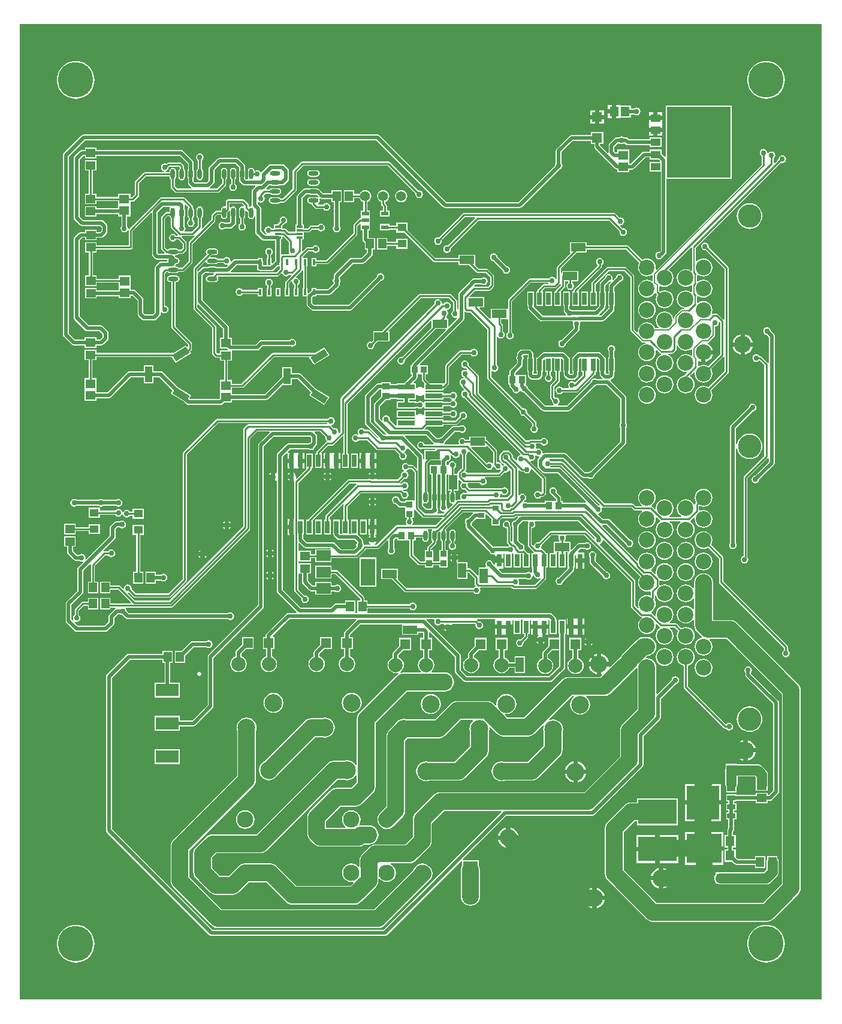
<source format=gbr>
%TF.GenerationSoftware,Altium Limited,Altium Designer,18.1.7 (191)*%
G04 Layer_Physical_Order=1*
G04 Layer_Color=255*
%FSLAX26Y26*%
%MOIN*%
%TF.FileFunction,Copper,L1,Top,Signal*%
%TF.Part,Single*%
G01*
G75*
%TA.AperFunction,SMDPad,CuDef*%
%ADD10O,0.057087X0.023622*%
%ADD11R,0.053937X0.042126*%
%ADD12R,0.053150X0.045276*%
%ADD13R,0.045276X0.053150*%
%ADD14R,0.051181X0.043307*%
%ADD15R,0.080709X0.045276*%
%ADD16R,0.045276X0.080709*%
%ADD17R,0.025591X0.068898*%
%ADD18R,0.035433X0.039370*%
%ADD19R,0.053150X0.057087*%
%ADD20R,0.094488X0.029921*%
%ADD21R,0.039370X0.035433*%
%ADD22R,0.033465X0.037402*%
%ADD23R,0.035433X0.031496*%
%ADD24R,0.037402X0.033465*%
%ADD25O,0.023622X0.057087*%
%ADD26R,0.035433X0.011811*%
%ADD27R,0.016535X0.035000*%
%ADD28R,0.039370X0.023622*%
%ADD29R,0.214567X0.137795*%
%ADD30R,0.043307X0.051181*%
%ADD31R,0.181102X0.185039*%
%ADD32R,0.045276X0.027559*%
%ADD33R,0.051181X0.057087*%
%ADD34R,0.192913X0.163386*%
%ADD35R,0.055118X0.051181*%
%ADD36R,0.057087X0.053150*%
%ADD37R,0.051181X0.055118*%
%ADD38R,0.078740X0.149606*%
%ADD39R,0.078740X0.059055*%
%TA.AperFunction,Conductor*%
%ADD40C,0.010000*%
%ADD41C,0.020197*%
%ADD42C,0.092126*%
%ADD43C,0.008000*%
%ADD44C,0.015748*%
%ADD45C,0.018000*%
%ADD46C,0.055118*%
%TA.AperFunction,SMDPad,CuDef*%
%ADD47R,0.354331X0.393701*%
%TA.AperFunction,ComponentPad*%
%ADD48R,0.127953X0.070866*%
%ADD49C,0.090551*%
%ADD50C,0.098425*%
%ADD51C,0.078740*%
%ADD52C,0.129921*%
%ADD53C,0.086614*%
G04:AMPARAMS|DCode=54|XSize=90mil|YSize=40mil|CornerRadius=0mil|HoleSize=0mil|Usage=FLASHONLY|Rotation=32.000|XOffset=0mil|YOffset=0mil|HoleType=Round|Shape=Rectangle|*
%AMROTATEDRECTD54*
4,1,4,-0.027564,-0.040807,-0.048761,-0.006885,0.027564,0.040807,0.048761,0.006885,-0.027564,-0.040807,0.0*
%
%ADD54ROTATEDRECTD54*%

G04:AMPARAMS|DCode=55|XSize=90mil|YSize=40mil|CornerRadius=0mil|HoleSize=0mil|Usage=FLASHONLY|Rotation=148.000|XOffset=0mil|YOffset=0mil|HoleType=Round|Shape=Rectangle|*
%AMROTATEDRECTD55*
4,1,4,0.048761,-0.006885,0.027564,-0.040807,-0.048761,0.006885,-0.027564,0.040807,0.048761,-0.006885,0.0*
%
%ADD55ROTATEDRECTD55*%

%ADD56R,0.040000X0.090000*%
%ADD57C,0.055118*%
%TA.AperFunction,ViaPad*%
%ADD58C,0.030000*%
%ADD59C,0.094488*%
%ADD60C,0.196850*%
G36*
X12160000Y6840000D02*
Y1420000D01*
X7700000D01*
Y6550000D01*
X7700000Y6840000D01*
X12160000Y6840000D01*
D02*
G37*
%LPC*%
G36*
X11850000Y6634748D02*
X11833614Y6633458D01*
X11817631Y6629621D01*
X11802445Y6623331D01*
X11788431Y6614743D01*
X11775932Y6604068D01*
X11765257Y6591569D01*
X11756669Y6577555D01*
X11750379Y6562369D01*
X11746541Y6546386D01*
X11745252Y6530000D01*
X11746541Y6513614D01*
X11750379Y6497631D01*
X11756669Y6482445D01*
X11765257Y6468431D01*
X11775932Y6455932D01*
X11788431Y6445257D01*
X11802445Y6436669D01*
X11817631Y6430379D01*
X11833614Y6426542D01*
X11850000Y6425252D01*
X11866386Y6426542D01*
X11882369Y6430379D01*
X11897555Y6436669D01*
X11911569Y6445257D01*
X11924068Y6455932D01*
X11934743Y6468431D01*
X11943331Y6482445D01*
X11949621Y6497631D01*
X11953459Y6513614D01*
X11954748Y6530000D01*
X11953459Y6546386D01*
X11949621Y6562369D01*
X11943331Y6577555D01*
X11934743Y6591569D01*
X11924068Y6604068D01*
X11911569Y6614743D01*
X11897555Y6623331D01*
X11882369Y6629621D01*
X11866386Y6633458D01*
X11850000Y6634748D01*
D02*
G37*
G36*
X8010000D02*
X7993614Y6633458D01*
X7977631Y6629621D01*
X7962445Y6623331D01*
X7948431Y6614743D01*
X7935932Y6604068D01*
X7925257Y6591569D01*
X7916669Y6577555D01*
X7910379Y6562369D01*
X7906542Y6546386D01*
X7905252Y6530000D01*
X7906542Y6513614D01*
X7910379Y6497631D01*
X7916669Y6482445D01*
X7925257Y6468431D01*
X7935932Y6455932D01*
X7948431Y6445257D01*
X7962445Y6436669D01*
X7977631Y6430379D01*
X7993614Y6426542D01*
X8010000Y6425252D01*
X8026386Y6426542D01*
X8042369Y6430379D01*
X8057555Y6436669D01*
X8071569Y6445257D01*
X8084068Y6455932D01*
X8094743Y6468431D01*
X8103331Y6482445D01*
X8109621Y6497631D01*
X8113458Y6513614D01*
X8114748Y6530000D01*
X8113458Y6546386D01*
X8109621Y6562369D01*
X8103331Y6577555D01*
X8094743Y6591569D01*
X8084068Y6604068D01*
X8071569Y6614743D01*
X8057555Y6623331D01*
X8042369Y6629621D01*
X8026386Y6633458D01*
X8010000Y6634748D01*
D02*
G37*
G36*
X10991693Y6392559D02*
X10967914D01*
Y6366811D01*
X10991693D01*
Y6392559D01*
D02*
G37*
G36*
X10948543Y6359646D02*
X10921811D01*
Y6334882D01*
X10948543D01*
Y6359646D01*
D02*
G37*
G36*
X10898189D02*
X10871457D01*
Y6334882D01*
X10898189D01*
Y6359646D01*
D02*
G37*
G36*
X11039094Y6392559D02*
X11015315D01*
Y6355000D01*
Y6317441D01*
X11039094D01*
Y6321441D01*
X11098087D01*
Y6338586D01*
X11116766D01*
X11121806Y6335218D01*
X11130000Y6333589D01*
X11138194Y6335218D01*
X11145140Y6339860D01*
X11149782Y6346806D01*
X11151411Y6355000D01*
X11149782Y6363194D01*
X11145140Y6370140D01*
X11138194Y6374782D01*
X11130000Y6376411D01*
X11121806Y6374782D01*
X11116766Y6371414D01*
X11098087D01*
Y6388559D01*
X11039094D01*
Y6392559D01*
D02*
G37*
G36*
X11270827Y6350118D02*
X11245669D01*
Y6330866D01*
X11270827D01*
Y6350118D01*
D02*
G37*
G36*
X11222047D02*
X11196890D01*
Y6330866D01*
X11222047D01*
Y6350118D01*
D02*
G37*
G36*
X10991693Y6343189D02*
X10967914D01*
Y6317441D01*
X10991693D01*
Y6343189D01*
D02*
G37*
G36*
X10948543Y6311260D02*
X10921811D01*
Y6286496D01*
X10948543D01*
Y6311260D01*
D02*
G37*
G36*
X10898189D02*
X10871457D01*
Y6286496D01*
X10898189D01*
Y6311260D01*
D02*
G37*
G36*
X11270827Y6307244D02*
X11233858D01*
X11196890D01*
Y6288402D01*
X11196890Y6287992D01*
Y6282401D01*
X11196890Y6281992D01*
Y6263150D01*
X11233859D01*
X11270827D01*
Y6281992D01*
X11270827Y6282401D01*
Y6287992D01*
X11270827Y6288402D01*
Y6307244D01*
D02*
G37*
G36*
Y6239528D02*
X11245669D01*
Y6220275D01*
X11270827D01*
Y6239528D01*
D02*
G37*
G36*
X11222048D02*
X11196890D01*
Y6220275D01*
X11222048D01*
Y6239528D01*
D02*
G37*
G36*
X11658165Y6386472D02*
X11291835D01*
Y6104863D01*
X11285835Y6102378D01*
X11266827Y6121386D01*
Y6142968D01*
X11200890D01*
Y6132319D01*
X11170906D01*
X11164624Y6131070D01*
X11159299Y6127512D01*
X11096705Y6064918D01*
X11088559D01*
Y6079906D01*
Y6143087D01*
X11021441D01*
Y6127910D01*
X11013059D01*
X11006414Y6134555D01*
Y6158201D01*
X11026799Y6178586D01*
X11031766D01*
X11036806Y6175218D01*
X11045000Y6173589D01*
X11053194Y6175218D01*
X11058234Y6178586D01*
X11063201D01*
X11069772Y6172016D01*
X11075097Y6168458D01*
X11081378Y6167208D01*
X11200890D01*
Y6156559D01*
X11266827D01*
Y6210685D01*
X11200890D01*
Y6200036D01*
X11088177D01*
X11081606Y6206606D01*
X11076281Y6210164D01*
X11070000Y6211414D01*
X11058234D01*
X11053194Y6214782D01*
X11045000Y6216411D01*
X11036806Y6214782D01*
X11031766Y6211414D01*
X11020000D01*
X11013719Y6210164D01*
X11008394Y6206606D01*
X10978394Y6176606D01*
X10974836Y6171281D01*
X10973586Y6165000D01*
Y6128112D01*
X10972779Y6127395D01*
X10967968Y6125244D01*
X10926414Y6166799D01*
Y6174354D01*
X10944543D01*
Y6239504D01*
X10875457D01*
Y6223343D01*
X10766929D01*
X10760648Y6222093D01*
X10755323Y6218535D01*
X10684772Y6147984D01*
X10681213Y6142659D01*
X10679964Y6136378D01*
Y6068234D01*
X10676596Y6063194D01*
X10674967Y6055000D01*
X10675269Y6053481D01*
X10473201Y5851414D01*
X10071799D01*
X9701606Y6221606D01*
X9696281Y6225164D01*
X9690000Y6226414D01*
X8053543D01*
X8047262Y6225164D01*
X8041937Y6221606D01*
X7943394Y6123063D01*
X7939836Y6117738D01*
X7938586Y6111457D01*
Y5115000D01*
X7939836Y5108719D01*
X7943394Y5103394D01*
X7987057Y5059730D01*
X7992382Y5056172D01*
X7998663Y5054923D01*
X8059425D01*
Y5042699D01*
X8124575D01*
Y5054923D01*
X8153384D01*
X8159665Y5056172D01*
X8164990Y5059730D01*
X8186606Y5081346D01*
X8190164Y5086672D01*
X8191414Y5092953D01*
Y5125000D01*
X8190164Y5131281D01*
X8186606Y5136606D01*
X8161606Y5161606D01*
X8156281Y5165164D01*
X8150000Y5166414D01*
X8081799D01*
X8031414Y5216799D01*
Y5638201D01*
X8046248Y5653035D01*
X8061425D01*
Y5640811D01*
X8126575D01*
Y5653035D01*
X8152599D01*
X8158880Y5654284D01*
X8164205Y5657842D01*
X8181606Y5675244D01*
X8185164Y5680569D01*
X8186414Y5686850D01*
Y5717599D01*
X8185164Y5723880D01*
X8181606Y5729205D01*
X8164205Y5746606D01*
X8158880Y5750164D01*
X8152599Y5751414D01*
X8051248D01*
X8031414Y5771248D01*
Y6088201D01*
X8051248Y6108035D01*
X8060425D01*
Y6095811D01*
X8125575D01*
Y6108035D01*
X8588752D01*
X8633586Y6063201D01*
Y6031510D01*
X8633222Y6030965D01*
X8631840Y6024016D01*
Y5990551D01*
X8633222Y5983602D01*
X8633586Y5983057D01*
Y5960000D01*
X8634836Y5953719D01*
X8638394Y5948394D01*
X8653394Y5933394D01*
X8655157Y5932216D01*
X8653337Y5926216D01*
X8574646D01*
X8561216Y5939646D01*
Y5976624D01*
X8562841Y5977710D01*
X8566778Y5983602D01*
X8568160Y5990551D01*
Y6024016D01*
X8566778Y6030965D01*
X8562841Y6036857D01*
X8556950Y6040793D01*
X8550000Y6042176D01*
X8543050Y6040793D01*
X8537159Y6036857D01*
X8533222Y6030965D01*
X8531840Y6024016D01*
Y6018499D01*
X8510167D01*
X8509577Y6024499D01*
X8513194Y6025218D01*
X8520140Y6029860D01*
X8524782Y6036806D01*
X8526411Y6045000D01*
X8530765Y6048784D01*
X8585354D01*
X8588784Y6045354D01*
Y6037943D01*
X8587159Y6036857D01*
X8583222Y6030965D01*
X8581840Y6024016D01*
Y5990551D01*
X8583222Y5983602D01*
X8587159Y5977710D01*
X8593050Y5973774D01*
X8600000Y5972391D01*
X8606950Y5973774D01*
X8612841Y5977710D01*
X8616778Y5983602D01*
X8618160Y5990551D01*
Y6024016D01*
X8616778Y6030965D01*
X8612841Y6036857D01*
X8611216Y6037943D01*
Y6050000D01*
X8610362Y6054292D01*
X8607931Y6057931D01*
X8607930Y6057931D01*
X8597931Y6067931D01*
X8594292Y6070362D01*
X8590000Y6071216D01*
X8589999Y6071216D01*
X8525001D01*
X8525000Y6071216D01*
X8520708Y6070362D01*
X8517069Y6067931D01*
X8513629Y6064491D01*
X8513194Y6064782D01*
X8505000Y6066411D01*
X8496806Y6064782D01*
X8489860Y6060140D01*
X8485218Y6053194D01*
X8483589Y6045000D01*
X8485218Y6036806D01*
X8489860Y6029860D01*
X8496806Y6025218D01*
X8500423Y6024499D01*
X8499833Y6018499D01*
X8395001D01*
X8395000Y6018499D01*
X8390708Y6017645D01*
X8387069Y6015214D01*
X8387069Y6015214D01*
X8342069Y5970214D01*
X8339638Y5966575D01*
X8338784Y5962283D01*
X8338784Y5962283D01*
Y5894646D01*
X8321850Y5877712D01*
X8313559D01*
Y5898087D01*
X8246441D01*
Y5880664D01*
X8125575D01*
Y5898087D01*
X8104216D01*
Y6026913D01*
X8125575D01*
Y6084189D01*
X8060425D01*
Y6026913D01*
X8081784D01*
Y5898087D01*
X8060425D01*
Y5840811D01*
X8125575D01*
Y5858233D01*
X8246441D01*
Y5816965D01*
X8125575D01*
Y5829189D01*
X8060425D01*
Y5771913D01*
X8125575D01*
Y5784137D01*
X8246441D01*
Y5771913D01*
X8263586D01*
Y5718234D01*
X8260218Y5713194D01*
X8258589Y5705000D01*
X8260218Y5696806D01*
X8264860Y5689860D01*
X8271806Y5685218D01*
X8280000Y5683589D01*
X8288194Y5685218D01*
X8295140Y5689860D01*
X8298336Y5694642D01*
X8304336Y5692822D01*
Y5611767D01*
X8126575D01*
Y5629189D01*
X8061425D01*
Y5571913D01*
X8082784D01*
Y5443087D01*
X8061425D01*
Y5385811D01*
X8126575D01*
Y5403233D01*
X8247441D01*
Y5361965D01*
X8126575D01*
Y5374189D01*
X8061425D01*
Y5316913D01*
X8126575D01*
Y5329137D01*
X8247441D01*
Y5316913D01*
X8314559D01*
Y5332090D01*
X8324697D01*
X8353586Y5303201D01*
Y5230000D01*
X8354836Y5223719D01*
X8358394Y5218394D01*
X8378394Y5198394D01*
X8383719Y5194836D01*
X8390000Y5193586D01*
X8445000D01*
X8451281Y5194836D01*
X8456606Y5198394D01*
X8478102Y5219890D01*
X8481660Y5225215D01*
X8482910Y5231496D01*
Y5239462D01*
X8488910Y5241282D01*
X8489860Y5239860D01*
X8496806Y5235218D01*
X8505000Y5233589D01*
X8513194Y5235218D01*
X8520140Y5239860D01*
X8524782Y5246806D01*
X8526411Y5255000D01*
X8524782Y5263194D01*
X8520140Y5270140D01*
X8513194Y5274782D01*
X8506216Y5276170D01*
Y5455354D01*
X8514646Y5463784D01*
X8522057D01*
X8523143Y5462159D01*
X8529035Y5458222D01*
X8535984Y5456840D01*
X8569449D01*
X8576398Y5458222D01*
X8582290Y5462159D01*
X8583376Y5463784D01*
X8604999D01*
X8605000Y5463784D01*
X8609292Y5464638D01*
X8612931Y5467069D01*
X8656002Y5510140D01*
X8658433Y5513779D01*
X8659287Y5518071D01*
X8659287Y5518072D01*
Y5618425D01*
X8782930Y5742069D01*
X8782931Y5742069D01*
X8785362Y5745708D01*
X8786216Y5750000D01*
X8786216Y5750001D01*
Y5770354D01*
X8797362Y5781501D01*
X8816840D01*
Y5775984D01*
X8818222Y5769035D01*
X8822159Y5763143D01*
X8828050Y5759207D01*
X8835000Y5757824D01*
X8841950Y5759207D01*
X8847841Y5763143D01*
X8851778Y5769035D01*
X8853160Y5775984D01*
Y5795015D01*
X8860840Y5802695D01*
X8866840Y5800210D01*
Y5775984D01*
X8868222Y5769035D01*
X8868586Y5768490D01*
Y5741799D01*
X8863201Y5736414D01*
X8838234D01*
X8833194Y5739782D01*
X8825000Y5741411D01*
X8816806Y5739782D01*
X8809860Y5735140D01*
X8805218Y5728194D01*
X8803589Y5720000D01*
X8805218Y5711806D01*
X8809860Y5704860D01*
X8816806Y5700218D01*
X8825000Y5698589D01*
X8833194Y5700218D01*
X8838234Y5703586D01*
X8870000D01*
X8876281Y5704836D01*
X8881606Y5708394D01*
X8896606Y5723394D01*
X8900164Y5728719D01*
X8901414Y5735000D01*
Y5768490D01*
X8901778Y5769035D01*
X8903160Y5775984D01*
Y5809449D01*
X8901778Y5816398D01*
X8897841Y5822290D01*
X8891950Y5826226D01*
X8885000Y5827609D01*
X8878050Y5826226D01*
X8872159Y5822290D01*
X8866216Y5824194D01*
Y5843784D01*
X8935354D01*
X8945315Y5833824D01*
X8944938Y5831284D01*
X8944641Y5830781D01*
X8938378Y5826937D01*
X8935000Y5827609D01*
X8928050Y5826226D01*
X8922159Y5822290D01*
X8918222Y5816398D01*
X8916840Y5809449D01*
Y5775984D01*
X8918222Y5769035D01*
X8922159Y5763143D01*
X8923784Y5762057D01*
Y5732762D01*
X8919860Y5730140D01*
X8915218Y5723194D01*
X8913589Y5715000D01*
X8915218Y5706806D01*
X8919860Y5699860D01*
X8926806Y5695218D01*
X8935000Y5693589D01*
X8943194Y5695218D01*
X8950140Y5699860D01*
X8954782Y5706806D01*
X8956411Y5715000D01*
X8954782Y5723194D01*
X8950140Y5730140D01*
X8946216Y5732762D01*
Y5762057D01*
X8947841Y5763143D01*
X8951778Y5769035D01*
X8953160Y5775984D01*
Y5801982D01*
X8959160Y5804315D01*
X8966840Y5795934D01*
Y5775984D01*
X8968222Y5769035D01*
X8972159Y5763143D01*
X8978050Y5759207D01*
X8985000Y5757824D01*
X8991950Y5759207D01*
X8997841Y5763143D01*
X9001778Y5769035D01*
X9002586Y5773100D01*
X9008586Y5772509D01*
Y5685000D01*
X9009836Y5678719D01*
X9013394Y5673394D01*
X9045240Y5641547D01*
X9050565Y5637989D01*
X9056847Y5636740D01*
X9117586D01*
Y5525158D01*
X9104811Y5512383D01*
X9099268Y5514679D01*
Y5541394D01*
X9096216D01*
Y5557789D01*
X9100140Y5560411D01*
X9104782Y5567357D01*
X9106411Y5575551D01*
X9104782Y5583745D01*
X9100140Y5590691D01*
X9093194Y5595333D01*
X9085000Y5596963D01*
X9076806Y5595333D01*
X9069860Y5590691D01*
X9065218Y5583745D01*
X9063589Y5575551D01*
X9065218Y5567357D01*
X9069860Y5560411D01*
X9073784Y5557789D01*
Y5541394D01*
X9070732D01*
Y5502541D01*
X9069359Y5501414D01*
X9051414D01*
Y5517894D01*
X9050164Y5524175D01*
X9049268Y5525517D01*
Y5541394D01*
X9020732D01*
Y5534307D01*
X8897894D01*
X8891612Y5533058D01*
X8886287Y5529500D01*
X8876472Y5519684D01*
X8870942Y5522640D01*
X8871411Y5525000D01*
X8869782Y5533194D01*
X8865140Y5540140D01*
X8858194Y5544782D01*
X8850000Y5546411D01*
X8841806Y5544782D01*
X8834860Y5540140D01*
X8832237Y5536216D01*
X8797943D01*
X8796857Y5537841D01*
X8790965Y5541778D01*
X8784016Y5543160D01*
X8759144D01*
X8756848Y5548703D01*
X8764985Y5556840D01*
X8784016D01*
X8790965Y5558222D01*
X8796857Y5562159D01*
X8800793Y5568051D01*
X8802176Y5575000D01*
X8800793Y5581949D01*
X8796857Y5587841D01*
X8790965Y5591778D01*
X8784016Y5593160D01*
X8750551D01*
X8743602Y5591778D01*
X8737710Y5587841D01*
X8733773Y5581949D01*
X8732391Y5575000D01*
X8733773Y5568051D01*
X8737710Y5562159D01*
X8737788Y5561366D01*
X8667069Y5490647D01*
X8664638Y5487009D01*
X8663784Y5482717D01*
X8663784Y5482716D01*
Y5262599D01*
X8663784Y5262599D01*
X8664638Y5258306D01*
X8667069Y5254668D01*
X8768784Y5152953D01*
Y5012440D01*
X8768784Y5012439D01*
X8769638Y5008147D01*
X8772069Y5004508D01*
X8785453Y4991125D01*
X8789092Y4988693D01*
X8793384Y4987840D01*
X8793384Y4987840D01*
X8812425D01*
Y4970417D01*
X8833784D01*
Y4863087D01*
X8811441D01*
Y4799905D01*
Y4758158D01*
X8809697Y4756414D01*
X8644354D01*
X8640624Y4761226D01*
X8650966Y4777777D01*
X8574089Y4825816D01*
X8493731Y4906173D01*
X8488406Y4909731D01*
X8482125Y4910981D01*
X8441000D01*
Y4945567D01*
X8389000D01*
Y4910981D01*
X8310000D01*
X8303719Y4909731D01*
X8298394Y4906173D01*
X8187138Y4794918D01*
X8125559D01*
Y4809905D01*
Y4873087D01*
X8103216D01*
Y4973801D01*
X8124575D01*
Y4991224D01*
X8543271D01*
X8564465Y4957305D01*
X8650966Y5011356D01*
X8645679Y5019818D01*
X8652930Y5027069D01*
X8652931Y5027069D01*
X8655362Y5030708D01*
X8656216Y5035000D01*
Y5064999D01*
X8656216Y5065000D01*
X8655362Y5069292D01*
X8652931Y5072931D01*
X8652930Y5072931D01*
X8563932Y5161929D01*
Y5406840D01*
X8569449D01*
X8576398Y5408222D01*
X8582290Y5412159D01*
X8586226Y5418051D01*
X8587609Y5425000D01*
X8586226Y5431949D01*
X8582290Y5437841D01*
X8576398Y5441778D01*
X8569449Y5443160D01*
X8535984D01*
X8529035Y5441778D01*
X8523143Y5437841D01*
X8519207Y5431949D01*
X8517824Y5425000D01*
X8519207Y5418051D01*
X8523143Y5412159D01*
X8529035Y5408222D01*
X8535984Y5406840D01*
X8541501D01*
Y5157284D01*
X8541501Y5157283D01*
X8542355Y5152992D01*
X8544786Y5149353D01*
X8633784Y5060354D01*
Y5050176D01*
X8627784Y5048455D01*
X8623411Y5055455D01*
X8556516Y5013655D01*
X8124575D01*
Y5031077D01*
X8059425D01*
Y4973801D01*
X8080784D01*
Y4873087D01*
X8058441D01*
Y4809905D01*
Y4746913D01*
X8125559D01*
Y4762090D01*
X8193937D01*
X8200218Y4763340D01*
X8205543Y4766898D01*
X8316799Y4878153D01*
X8389000D01*
Y4843567D01*
X8441000D01*
Y4878153D01*
X8475326D01*
X8548000Y4805479D01*
X8536910Y4787731D01*
X8613787Y4739692D01*
X8625086Y4728394D01*
X8630411Y4724836D01*
X8636692Y4723586D01*
X8816496D01*
X8822777Y4724836D01*
X8828102Y4728394D01*
X8836622Y4736913D01*
X8878559D01*
Y4752090D01*
X9069370D01*
X9075651Y4753340D01*
X9080976Y4756898D01*
X9154286Y4830207D01*
X9159000Y4833134D01*
Y4833134D01*
X9159000Y4833134D01*
X9211000D01*
Y4867720D01*
X9245326D01*
X9318000Y4795046D01*
X9306910Y4777297D01*
X9393411Y4723246D01*
X9420966Y4767344D01*
X9344089Y4815383D01*
X9263731Y4895740D01*
X9258406Y4899298D01*
X9252125Y4900548D01*
X9211000D01*
Y4935134D01*
X9159000D01*
Y4881346D01*
X9062571Y4784918D01*
X8878559D01*
Y4820280D01*
X8936496D01*
X8936496Y4820280D01*
X8940788Y4821134D01*
X8944427Y4823565D01*
X9112085Y4991224D01*
X9306837D01*
X9306909Y4990970D01*
X9310089Y4985882D01*
X9334465Y4946872D01*
X9420966Y5000923D01*
X9393411Y5045022D01*
X9343212Y5013655D01*
X9107440D01*
X9107439Y5013655D01*
X9103147Y5012801D01*
X9099508Y5010370D01*
X9099508Y5010369D01*
X8931850Y4842712D01*
X8878559D01*
Y4863087D01*
X8856216D01*
Y4970417D01*
X8877575D01*
Y5026539D01*
X9017953D01*
X9024234Y5027788D01*
X9029559Y5031346D01*
X9049752Y5051539D01*
X9204830D01*
X9206806Y5050218D01*
X9215000Y5048589D01*
X9223194Y5050218D01*
X9230140Y5054860D01*
X9234782Y5061806D01*
X9236411Y5070000D01*
X9234782Y5078194D01*
X9230140Y5085140D01*
X9223194Y5089782D01*
X9215000Y5091411D01*
X9206806Y5089782D01*
X9199860Y5085140D01*
X9199343Y5084367D01*
X9042953D01*
X9036672Y5083117D01*
X9031346Y5079559D01*
X9011154Y5059367D01*
X8877575D01*
Y5096591D01*
X8861414D01*
Y5155000D01*
X8860164Y5161281D01*
X8856606Y5166606D01*
X8716414Y5306799D01*
Y5443201D01*
X8731799Y5458586D01*
X8743057D01*
X8743602Y5458222D01*
X8750551Y5456840D01*
X8775423D01*
X8777719Y5451297D01*
X8769582Y5443160D01*
X8750551D01*
X8743602Y5441778D01*
X8737710Y5437841D01*
X8733773Y5431949D01*
X8732391Y5425000D01*
X8733773Y5418051D01*
X8737710Y5412159D01*
X8743602Y5408222D01*
X8750551Y5406840D01*
X8784016D01*
X8790965Y5408222D01*
X8796857Y5412159D01*
X8800793Y5418051D01*
X8802176Y5425000D01*
X8800793Y5431949D01*
X8800235Y5432784D01*
X8803442Y5438784D01*
X9041180D01*
X9041675Y5438686D01*
X9041675Y5438686D01*
X9131041D01*
X9131042Y5438686D01*
X9135334Y5439540D01*
X9138972Y5441971D01*
X9153223Y5456221D01*
X9159733Y5454247D01*
X9160218Y5451806D01*
X9164860Y5444860D01*
X9171806Y5440218D01*
X9180000Y5438589D01*
X9188194Y5440218D01*
X9195140Y5444860D01*
X9197763Y5448784D01*
X9204989D01*
X9207475Y5442784D01*
X9177069Y5412379D01*
X9174638Y5408741D01*
X9173784Y5404449D01*
X9173784Y5404448D01*
Y5375606D01*
X9170732D01*
Y5328606D01*
X9199268D01*
Y5375606D01*
X9196216D01*
Y5399803D01*
X9207734Y5411322D01*
X9210544Y5410687D01*
X9213806Y5408908D01*
X9215218Y5401806D01*
X9219860Y5394860D01*
X9223784Y5392238D01*
Y5375606D01*
X9220732D01*
Y5328606D01*
X9249268D01*
Y5375606D01*
X9246216D01*
Y5392238D01*
X9250140Y5394860D01*
X9254782Y5401806D01*
X9256411Y5410000D01*
X9254782Y5418194D01*
X9250140Y5425140D01*
X9243194Y5429782D01*
X9236092Y5431194D01*
X9234313Y5434456D01*
X9233678Y5437266D01*
X9267784Y5471372D01*
X9268412Y5471351D01*
X9273784Y5469479D01*
Y5375606D01*
X9270732D01*
Y5328606D01*
X9292355D01*
X9293586Y5327106D01*
Y5285000D01*
X9294836Y5278719D01*
X9298394Y5273394D01*
X9318394Y5253394D01*
X9323719Y5249836D01*
X9330000Y5248586D01*
X9535000D01*
X9541281Y5249836D01*
X9546606Y5253394D01*
X9707248Y5414036D01*
X9713194Y5415218D01*
X9720140Y5419860D01*
X9724782Y5426806D01*
X9726411Y5435000D01*
X9724782Y5443194D01*
X9720140Y5450140D01*
X9713194Y5454782D01*
X9705000Y5456411D01*
X9696806Y5454782D01*
X9689860Y5450140D01*
X9685218Y5443194D01*
X9684036Y5437248D01*
X9528201Y5281414D01*
X9336799D01*
X9326414Y5291799D01*
Y5320307D01*
X9334713Y5328606D01*
X9349268D01*
Y5335693D01*
X9420000D01*
X9426281Y5336942D01*
X9431606Y5340500D01*
X9472157Y5381051D01*
X9475716Y5386376D01*
X9476965Y5392658D01*
Y5402317D01*
X9480333Y5407357D01*
X9481963Y5415551D01*
X9480333Y5423745D01*
X9476965Y5428785D01*
Y5433752D01*
X9551799Y5508586D01*
X9605551D01*
X9611833Y5509836D01*
X9617157Y5513394D01*
X9657157Y5553394D01*
X9660716Y5558719D01*
X9661965Y5565000D01*
Y5587425D01*
X9674189D01*
Y5652575D01*
X9637280D01*
Y5694788D01*
X9646551D01*
Y5726189D01*
X9646551Y5730409D01*
X9646551Y5736410D01*
Y5763591D01*
X9646551Y5767811D01*
X9646551Y5773811D01*
Y5805213D01*
X9632082D01*
Y5853680D01*
X9636924Y5855686D01*
X9643935Y5861065D01*
X9649314Y5868076D01*
X9652695Y5876239D01*
X9653849Y5885000D01*
X9652695Y5893761D01*
X9649314Y5901924D01*
X9643935Y5908935D01*
X9636924Y5914314D01*
X9628761Y5917695D01*
X9620000Y5918849D01*
X9611239Y5917695D01*
X9603076Y5914314D01*
X9596065Y5908935D01*
X9590686Y5901924D01*
X9588322Y5896216D01*
X9558087D01*
Y5917575D01*
X9500811D01*
Y5852425D01*
X9558087D01*
Y5873784D01*
X9588322D01*
X9590686Y5868076D01*
X9596065Y5861065D01*
X9603076Y5855686D01*
X9609651Y5852963D01*
Y5805213D01*
X9595181D01*
Y5773811D01*
X9595181Y5769591D01*
Y5765474D01*
X9591576Y5761216D01*
X9587285Y5760362D01*
X9583646Y5757931D01*
X9583646Y5757930D01*
X9557069Y5731354D01*
X9554638Y5727715D01*
X9553784Y5723423D01*
X9553784Y5723423D01*
Y5679646D01*
X9403248Y5529109D01*
X9349268D01*
Y5541394D01*
X9320732D01*
Y5494394D01*
X9349268D01*
Y5506678D01*
X9407893D01*
X9407894Y5506678D01*
X9412186Y5507532D01*
X9415824Y5509963D01*
X9572930Y5667069D01*
X9572931Y5667069D01*
X9575362Y5670708D01*
X9576216Y5675000D01*
X9576216Y5675001D01*
Y5718778D01*
X9590124Y5732686D01*
X9595181Y5729258D01*
X9595181Y5726189D01*
Y5694788D01*
X9604452D01*
Y5644685D01*
X9605702Y5638404D01*
X9609260Y5633079D01*
X9616913Y5625425D01*
Y5587425D01*
X9629137D01*
Y5571799D01*
X9598752Y5541414D01*
X9545000D01*
X9538719Y5540164D01*
X9533394Y5536606D01*
X9448945Y5452158D01*
X9445387Y5446833D01*
X9444137Y5440551D01*
Y5428785D01*
X9440770Y5423745D01*
X9439140Y5415551D01*
X9440770Y5407357D01*
X9444137Y5402317D01*
Y5399456D01*
X9413201Y5368520D01*
X9349268D01*
Y5375606D01*
X9320732D01*
Y5361051D01*
X9304811Y5345130D01*
X9299268Y5347426D01*
Y5375606D01*
X9296216D01*
Y5494394D01*
X9299268D01*
Y5541394D01*
X9275740D01*
X9273255Y5547394D01*
X9304646Y5578784D01*
X9327237D01*
X9329860Y5574860D01*
X9336806Y5570218D01*
X9345000Y5568589D01*
X9353194Y5570218D01*
X9360140Y5574860D01*
X9364782Y5581806D01*
X9366411Y5590000D01*
X9364782Y5598194D01*
X9360140Y5605140D01*
X9353194Y5609782D01*
X9345000Y5611411D01*
X9336806Y5609782D01*
X9329860Y5605140D01*
X9327237Y5601216D01*
X9300000D01*
X9295708Y5600362D01*
X9292069Y5597931D01*
X9292069Y5597930D01*
X9273033Y5578894D01*
X9272433Y5578968D01*
X9267239Y5581586D01*
Y5643567D01*
X9279740D01*
Y5683627D01*
X9304842D01*
X9304843Y5683627D01*
X9309135Y5684481D01*
X9312773Y5686912D01*
X9324646Y5698784D01*
X9357237D01*
X9359860Y5694860D01*
X9366806Y5690218D01*
X9375000Y5688589D01*
X9383194Y5690218D01*
X9390140Y5694860D01*
X9394782Y5701806D01*
X9396411Y5710000D01*
X9394782Y5718194D01*
X9390140Y5725140D01*
X9383194Y5729782D01*
X9375000Y5731411D01*
X9366806Y5729782D01*
X9359860Y5725140D01*
X9357237Y5721216D01*
X9320000D01*
X9315708Y5720362D01*
X9312069Y5717931D01*
X9312069Y5717930D01*
X9300197Y5706058D01*
X9279740D01*
Y5726433D01*
X9272437D01*
Y5874225D01*
X9291799Y5893586D01*
X9308057D01*
X9308602Y5893222D01*
X9315551Y5891840D01*
X9349016D01*
X9349793Y5891995D01*
X9361475Y5880312D01*
X9357651Y5875651D01*
X9355965Y5876778D01*
X9349016Y5878160D01*
X9315551D01*
X9308602Y5876778D01*
X9302710Y5872841D01*
X9298774Y5866949D01*
X9297391Y5860000D01*
X9298774Y5853051D01*
X9302710Y5847159D01*
X9308602Y5843222D01*
X9315551Y5841840D01*
X9321242D01*
X9321922Y5838425D01*
X9324353Y5834786D01*
X9342069Y5817070D01*
X9342069Y5817069D01*
X9345708Y5814638D01*
X9350000Y5813784D01*
X9350001Y5813784D01*
X9387237D01*
X9389860Y5809860D01*
X9396806Y5805218D01*
X9405000Y5803589D01*
X9413194Y5805218D01*
X9420140Y5809860D01*
X9424782Y5816806D01*
X9426411Y5825000D01*
X9424782Y5833194D01*
X9420140Y5840140D01*
X9413194Y5844782D01*
X9405000Y5846411D01*
X9396806Y5844782D01*
X9389860Y5840140D01*
X9387237Y5836216D01*
X9359449D01*
X9358126Y5837999D01*
X9358126Y5838001D01*
X9359813Y5845793D01*
X9361857Y5847159D01*
X9365793Y5853051D01*
X9367176Y5860000D01*
X9365793Y5866949D01*
X9364388Y5869053D01*
X9368394Y5873394D01*
X9373719Y5869836D01*
X9380000Y5868586D01*
X9431913D01*
Y5852425D01*
X9444137D01*
Y5718785D01*
X9440770Y5713745D01*
X9439140Y5705551D01*
X9440770Y5697357D01*
X9445411Y5690411D01*
X9452357Y5685770D01*
X9460551Y5684140D01*
X9468745Y5685770D01*
X9475691Y5690411D01*
X9480333Y5697357D01*
X9481963Y5705551D01*
X9480333Y5713745D01*
X9476965Y5718785D01*
Y5852425D01*
X9489189D01*
Y5917575D01*
X9431913D01*
Y5901414D01*
X9386799D01*
X9366606Y5921606D01*
X9361281Y5925164D01*
X9357150Y5925986D01*
X9355965Y5926778D01*
X9349016Y5928160D01*
X9315551D01*
X9308602Y5926778D01*
X9308057Y5926414D01*
X9285000D01*
X9278719Y5925164D01*
X9273394Y5921606D01*
X9244417Y5892630D01*
X9240859Y5887305D01*
X9239610Y5881024D01*
Y5726433D01*
X9232307D01*
Y5686373D01*
X9194016D01*
X9177616Y5702773D01*
X9173977Y5705204D01*
X9169685Y5706058D01*
X9169684Y5706058D01*
X9157693D01*
Y5722383D01*
X9164311Y5729001D01*
X9165000Y5728864D01*
X9173194Y5730494D01*
X9180140Y5735136D01*
X9184782Y5742082D01*
X9186411Y5750276D01*
X9184782Y5758469D01*
X9180140Y5765416D01*
X9173194Y5770057D01*
X9165000Y5771687D01*
X9156806Y5770057D01*
X9149860Y5765416D01*
X9145218Y5758469D01*
X9143589Y5750276D01*
X9145218Y5742082D01*
X9145399Y5741811D01*
X9130021Y5726433D01*
X9110260D01*
Y5706058D01*
X9097920D01*
X9095298Y5709983D01*
X9088351Y5714624D01*
X9080157Y5716254D01*
X9071964Y5714624D01*
X9065017Y5709983D01*
X9060376Y5703036D01*
X9058746Y5694842D01*
X9060376Y5686649D01*
X9065017Y5679702D01*
X9071206Y5675567D01*
X9071188Y5672633D01*
X9070208Y5669567D01*
X9063645D01*
X9041414Y5691799D01*
Y5815000D01*
X9040164Y5821281D01*
X9036606Y5826606D01*
X9021414Y5841799D01*
Y5850040D01*
X9027414Y5853153D01*
X9031806Y5850218D01*
X9040000Y5848589D01*
X9048194Y5850218D01*
X9055140Y5854860D01*
X9059782Y5861806D01*
X9061411Y5870000D01*
X9059782Y5878194D01*
X9055140Y5885140D01*
X9054754Y5889056D01*
X9064483Y5898784D01*
X9087057D01*
X9088143Y5897159D01*
X9094035Y5893222D01*
X9100984Y5891840D01*
X9134449D01*
X9141398Y5893222D01*
X9147290Y5897159D01*
X9151227Y5903051D01*
X9152609Y5910000D01*
X9151227Y5916949D01*
X9147290Y5922841D01*
X9141398Y5926778D01*
X9134449Y5928160D01*
X9100984D01*
X9094035Y5926778D01*
X9088143Y5922841D01*
X9087057Y5921216D01*
X9072267D01*
X9069971Y5926759D01*
X9086799Y5943586D01*
X9093490D01*
X9094035Y5943222D01*
X9100984Y5941840D01*
X9134449D01*
X9141398Y5943222D01*
X9141943Y5943586D01*
X9160000D01*
X9166281Y5944836D01*
X9171606Y5948394D01*
X9191606Y5968394D01*
X9195164Y5973719D01*
X9196414Y5980000D01*
Y6025000D01*
X9195164Y6031281D01*
X9191606Y6036606D01*
X9171606Y6056606D01*
X9166281Y6060164D01*
X9160000Y6061414D01*
X9095000D01*
X9088719Y6060164D01*
X9083394Y6056606D01*
X9044908Y6018120D01*
X9041610Y6017888D01*
X9037743Y6018529D01*
X9035140Y6022423D01*
X9028194Y6027065D01*
X9020000Y6028695D01*
X9011806Y6027065D01*
X9009039Y6025216D01*
X9002372Y6027977D01*
X9001778Y6030965D01*
X8997841Y6036857D01*
X8991950Y6040793D01*
X8985000Y6042176D01*
X8978050Y6040793D01*
X8972159Y6036857D01*
X8968222Y6030965D01*
X8966840Y6024016D01*
Y5990551D01*
X8968222Y5983602D01*
X8969016Y5982414D01*
X8965809Y5976414D01*
X8956799D01*
X8951414Y5981799D01*
Y5983057D01*
X8951778Y5983602D01*
X8953160Y5990551D01*
Y6024016D01*
X8951778Y6030965D01*
X8951414Y6031510D01*
Y6050551D01*
X8950164Y6056833D01*
X8946606Y6062158D01*
X8917157Y6091606D01*
X8911833Y6095164D01*
X8905551Y6096414D01*
X8810000D01*
X8803719Y6095164D01*
X8798394Y6091606D01*
X8753394Y6046606D01*
X8749836Y6041281D01*
X8748586Y6035000D01*
Y5971799D01*
X8738201Y5961414D01*
X8671799D01*
X8666414Y5966799D01*
Y5983057D01*
X8666778Y5983602D01*
X8668160Y5990551D01*
Y6024016D01*
X8666778Y6030965D01*
X8666414Y6031510D01*
Y6070000D01*
X8665164Y6076281D01*
X8661606Y6081606D01*
X8607157Y6136055D01*
X8601833Y6139613D01*
X8595551Y6140863D01*
X8125575D01*
Y6153087D01*
X8060425D01*
Y6140863D01*
X8044449D01*
X8038167Y6139613D01*
X8032842Y6136055D01*
X8003394Y6106606D01*
X7999836Y6101281D01*
X7998586Y6095000D01*
Y5764449D01*
X7999836Y5758167D01*
X8003394Y5752842D01*
X8032842Y5723394D01*
X8038167Y5719836D01*
X8044449Y5718586D01*
X8145800D01*
X8153586Y5710800D01*
Y5693649D01*
X8145800Y5685863D01*
X8126575D01*
Y5698087D01*
X8061425D01*
Y5685863D01*
X8039449D01*
X8033167Y5684613D01*
X8027842Y5681055D01*
X8003394Y5656606D01*
X7999836Y5651281D01*
X7998586Y5645000D01*
Y5210000D01*
X7999836Y5203719D01*
X8003394Y5198394D01*
X8063394Y5138394D01*
X8068719Y5134836D01*
X8075000Y5133586D01*
X8143201D01*
X8158586Y5118201D01*
Y5099752D01*
X8146585Y5087751D01*
X8124575D01*
Y5099975D01*
X8059425D01*
Y5087751D01*
X8005462D01*
X7971414Y5121799D01*
Y6104658D01*
X8060342Y6193586D01*
X9683201D01*
X10053394Y5823394D01*
X10058719Y5819836D01*
X10065000Y5818586D01*
X10480000D01*
X10486281Y5819836D01*
X10491606Y5823394D01*
X10703148Y6034935D01*
X10704572Y6035218D01*
X10711518Y6039860D01*
X10716159Y6046806D01*
X10717789Y6055000D01*
X10716159Y6063194D01*
X10712792Y6068234D01*
Y6129579D01*
X10773728Y6190515D01*
X10875457D01*
Y6174354D01*
X10893586D01*
Y6160000D01*
X10894836Y6153719D01*
X10898394Y6148394D01*
X11009890Y6036898D01*
X11015215Y6033340D01*
X11021441Y6032101D01*
Y6016913D01*
X11088559D01*
Y6032090D01*
X11103504D01*
X11109785Y6033340D01*
X11115110Y6036898D01*
X11177704Y6099492D01*
X11200890D01*
Y6088842D01*
X11252945D01*
X11260535Y6081252D01*
X11258050Y6075252D01*
X11200890D01*
Y6021126D01*
X11263586D01*
Y5581799D01*
X11257668Y5575881D01*
X11255000Y5576411D01*
X11246806Y5574782D01*
X11239860Y5570140D01*
X11235218Y5563194D01*
X11233589Y5555000D01*
X11235218Y5546806D01*
X11239860Y5539860D01*
X11246806Y5535218D01*
X11255000Y5533589D01*
X11263194Y5535218D01*
X11270140Y5539860D01*
X11274782Y5546806D01*
X11274866Y5547231D01*
X11276606Y5548394D01*
X11291606Y5563394D01*
X11295164Y5568719D01*
X11296414Y5575000D01*
Y5980772D01*
X11658165D01*
Y6386472D01*
D02*
G37*
G36*
X11835000Y6146411D02*
X11826806Y6144782D01*
X11819860Y6140140D01*
X11815218Y6133194D01*
X11813589Y6125000D01*
X11815218Y6116806D01*
X11819860Y6109860D01*
X11823784Y6107238D01*
Y6058119D01*
X11240518Y5474852D01*
X11234874Y5477694D01*
X11236307Y5488583D01*
X11234613Y5501454D01*
X11229645Y5513449D01*
X11221741Y5523749D01*
X11211441Y5531652D01*
X11199447Y5536621D01*
X11186575Y5538315D01*
X11173703Y5536621D01*
X11161709Y5531652D01*
X11160383Y5530636D01*
X11083088Y5607931D01*
X11079450Y5610362D01*
X11075157Y5611216D01*
X11075157Y5611216D01*
X10851354D01*
Y5628638D01*
X10758646D01*
Y5571362D01*
X10758646D01*
X10760192Y5567628D01*
X10688447Y5495883D01*
X10686016Y5492245D01*
X10685162Y5487953D01*
X10685162Y5487952D01*
Y5425670D01*
X10683191Y5424965D01*
X10679162Y5424672D01*
X10675140Y5430691D01*
X10668194Y5435333D01*
X10660000Y5436963D01*
X10651806Y5435333D01*
X10644860Y5430691D01*
X10642237Y5426767D01*
X10535552D01*
X10535551Y5426767D01*
X10531259Y5425913D01*
X10527621Y5423482D01*
X10417069Y5312931D01*
X10414638Y5309292D01*
X10413784Y5305000D01*
X10413784Y5304999D01*
Y5263631D01*
X10411354Y5258638D01*
X10407784Y5258638D01*
X10318646D01*
Y5205701D01*
X10312646Y5203216D01*
X10255042Y5260819D01*
X10257338Y5266362D01*
X10281354D01*
Y5323638D01*
X10201787D01*
X10199491Y5329181D01*
X10229094Y5358784D01*
X10307865D01*
X10307866Y5358784D01*
X10312158Y5359638D01*
X10315796Y5362069D01*
X10332930Y5379203D01*
X10332931Y5379204D01*
X10335362Y5382842D01*
X10336216Y5387134D01*
X10336216Y5387135D01*
Y5439999D01*
X10336216Y5440000D01*
X10335362Y5444292D01*
X10332931Y5447931D01*
X10302931Y5477931D01*
X10299292Y5480362D01*
X10295000Y5481216D01*
X10294999Y5481216D01*
X10249646D01*
X10234241Y5496620D01*
X10231354Y5501362D01*
X10231354D01*
X10231354Y5501362D01*
Y5558638D01*
X10138646D01*
Y5541216D01*
X10009921D01*
X9856591Y5694546D01*
Y5737929D01*
X9793409D01*
Y5721491D01*
X9754819D01*
Y5730409D01*
X9703449D01*
Y5694788D01*
X9754819D01*
Y5699060D01*
X9793409D01*
Y5682622D01*
X9836792D01*
X9997345Y5522069D01*
X10000984Y5519638D01*
X10005276Y5518784D01*
X10005276Y5518784D01*
X10138646D01*
Y5501362D01*
X10197777D01*
X10237069Y5462070D01*
X10237069Y5462069D01*
X10240708Y5459638D01*
X10245000Y5458784D01*
X10245001Y5458784D01*
X10290354D01*
X10313784Y5435354D01*
Y5391780D01*
X10303220Y5381216D01*
X10227913D01*
X10225428Y5387216D01*
X10233295Y5395082D01*
X10266766D01*
X10271806Y5391714D01*
X10280000Y5390085D01*
X10288194Y5391714D01*
X10295140Y5396356D01*
X10299782Y5403302D01*
X10301411Y5411496D01*
X10299782Y5419690D01*
X10295140Y5426636D01*
X10288194Y5431278D01*
X10280000Y5432907D01*
X10271806Y5431278D01*
X10266766Y5427910D01*
X10226496D01*
X10220215Y5426660D01*
X10214890Y5423102D01*
X10142295Y5350508D01*
X10138737Y5345183D01*
X10137488Y5338901D01*
Y5257474D01*
X10131488Y5254075D01*
X10131216Y5254239D01*
Y5299999D01*
X10131216Y5300000D01*
X10130362Y5304292D01*
X10127931Y5307931D01*
X10097931Y5337931D01*
X10094292Y5340362D01*
X10090000Y5341216D01*
X10089999Y5341216D01*
X9925000D01*
X9920708Y5340362D01*
X9917069Y5337931D01*
X9917069Y5337930D01*
X9712777Y5133638D01*
X9663646D01*
Y5084507D01*
X9654629Y5075491D01*
X9650000Y5076411D01*
X9641806Y5074782D01*
X9634860Y5070140D01*
X9630218Y5063194D01*
X9628589Y5055000D01*
X9630218Y5046806D01*
X9634860Y5039860D01*
X9641806Y5035218D01*
X9650000Y5033589D01*
X9658194Y5035218D01*
X9665140Y5039860D01*
X9669782Y5046806D01*
X9671411Y5055000D01*
X9670491Y5059629D01*
X9687223Y5076362D01*
X9756354D01*
Y5133638D01*
X9752338D01*
X9750042Y5139181D01*
X9929646Y5318784D01*
X10085354D01*
X10108784Y5295354D01*
Y5247762D01*
X10104860Y5245140D01*
X10100218Y5238194D01*
X10098589Y5230000D01*
X10100218Y5221806D01*
X10104860Y5214860D01*
X10111806Y5210218D01*
X10120000Y5208589D01*
X10128194Y5210218D01*
X10129178Y5210876D01*
X10133003Y5206216D01*
X10086898Y5160110D01*
X10081354Y5162406D01*
Y5203638D01*
X10075646D01*
X10071144Y5209638D01*
X10071216Y5210000D01*
X10071216Y5210001D01*
Y5217238D01*
X10075140Y5219860D01*
X10079782Y5226806D01*
X10081411Y5235000D01*
X10079782Y5243194D01*
X10076698Y5247809D01*
X10078749Y5254129D01*
X10078975Y5254379D01*
X10083194Y5255218D01*
X10090140Y5259860D01*
X10094782Y5266806D01*
X10096411Y5275000D01*
X10094782Y5283194D01*
X10090140Y5290140D01*
X10083194Y5294782D01*
X10075000Y5296411D01*
X10066806Y5294782D01*
X10059860Y5290140D01*
X10057571Y5286715D01*
X10051609Y5286333D01*
X10046412Y5290000D01*
X10046191Y5291110D01*
X10044782Y5298194D01*
X10040140Y5305140D01*
X10033194Y5309782D01*
X10025000Y5311411D01*
X10016806Y5309782D01*
X10009860Y5305140D01*
X10005218Y5298194D01*
X10003589Y5290000D01*
X10004509Y5285371D01*
X9486069Y4766931D01*
X9483638Y4763292D01*
X9482784Y4759000D01*
X9482784Y4758999D01*
Y4573764D01*
X9475917Y4566896D01*
X9470387Y4569852D01*
X9471411Y4575000D01*
X9469782Y4583194D01*
X9465140Y4590140D01*
X9458194Y4594782D01*
X9450000Y4596411D01*
X9445371Y4595491D01*
X9432828Y4608033D01*
X9434803Y4614544D01*
X9438194Y4615218D01*
X9445140Y4619860D01*
X9449782Y4626806D01*
X9451411Y4635000D01*
X9449782Y4643194D01*
X9445140Y4650140D01*
X9438194Y4654782D01*
X9430000Y4656411D01*
X9421806Y4654782D01*
X9414860Y4650140D01*
X9412237Y4646216D01*
X8797284D01*
X8797283Y4646216D01*
X8792991Y4645362D01*
X8789353Y4642931D01*
X8789353Y4642930D01*
X8608449Y4462027D01*
X8606018Y4458389D01*
X8605164Y4454096D01*
X8605164Y4454096D01*
Y3756026D01*
X8525354Y3676215D01*
X8344646D01*
X8320491Y3700371D01*
X8321411Y3705000D01*
X8319782Y3713194D01*
X8315140Y3720140D01*
X8308194Y3724782D01*
X8300000Y3726411D01*
X8291806Y3724782D01*
X8284860Y3720140D01*
X8280218Y3713194D01*
X8278714Y3705632D01*
X8276462Y3704253D01*
X8272871Y3702990D01*
X8257931Y3717931D01*
X8254292Y3720362D01*
X8250000Y3721216D01*
X8249999Y3721215D01*
X8203087D01*
Y3742575D01*
X8145811D01*
Y3677425D01*
X8203087D01*
Y3698785D01*
X8245354D01*
X8317380Y3626759D01*
X8315084Y3621215D01*
X8203087D01*
Y3652575D01*
X8145811D01*
Y3587425D01*
X8203087D01*
Y3598785D01*
X8228874D01*
X8230694Y3592785D01*
X8227311Y3590524D01*
X8195559Y3558772D01*
X8192001Y3553447D01*
X8190752Y3547165D01*
Y3518964D01*
X8168201Y3496414D01*
X8021799D01*
X8001997Y3516216D01*
X8005822Y3520876D01*
X8006806Y3520218D01*
X8015000Y3518589D01*
X8023194Y3520218D01*
X8030140Y3524860D01*
X8034782Y3531806D01*
X8036411Y3540000D01*
X8034782Y3548194D01*
X8030140Y3555140D01*
X8026216Y3557762D01*
Y3580354D01*
X8054646Y3608785D01*
X8076913D01*
Y3587425D01*
X8134189D01*
Y3652575D01*
X8076913D01*
Y3631215D01*
X8050001D01*
X8050000Y3631216D01*
X8045708Y3630362D01*
X8042069Y3627931D01*
X8042069Y3627930D01*
X8007069Y3592931D01*
X8004638Y3589292D01*
X8003784Y3585000D01*
X8003784Y3584999D01*
Y3557762D01*
X7999860Y3555140D01*
X7995218Y3548194D01*
X7993589Y3540000D01*
X7995218Y3531806D01*
X7995876Y3530822D01*
X7991216Y3526997D01*
X7986414Y3531799D01*
Y3613201D01*
X8046606Y3673394D01*
X8050164Y3678719D01*
X8051414Y3685000D01*
Y3803201D01*
X8089462Y3841250D01*
X8094854Y3838156D01*
X8094336Y3835551D01*
X8094336Y3835551D01*
Y3742575D01*
X8076913D01*
Y3677425D01*
X8134189D01*
Y3742575D01*
X8116767D01*
Y3830905D01*
X8174646Y3888785D01*
X8189403D01*
X8192025Y3884860D01*
X8198971Y3880218D01*
X8207165Y3878589D01*
X8215359Y3880218D01*
X8222305Y3884860D01*
X8226947Y3891806D01*
X8228577Y3900000D01*
X8226947Y3908194D01*
X8222305Y3915140D01*
X8215359Y3919782D01*
X8207165Y3921411D01*
X8198971Y3919782D01*
X8192025Y3915140D01*
X8189403Y3911215D01*
X8170001D01*
X8170000Y3911216D01*
X8167395Y3910698D01*
X8164301Y3916089D01*
X8226606Y3978394D01*
X8230164Y3983719D01*
X8231414Y3990000D01*
Y4033201D01*
X8241799Y4043586D01*
X8253931D01*
X8258971Y4040218D01*
X8267165Y4038589D01*
X8275359Y4040218D01*
X8282305Y4044860D01*
X8286947Y4051806D01*
X8288577Y4060000D01*
X8286947Y4068194D01*
X8282305Y4075140D01*
X8275359Y4079782D01*
X8267165Y4081411D01*
X8258971Y4079782D01*
X8253931Y4076414D01*
X8235000D01*
X8228719Y4075164D01*
X8223394Y4071606D01*
X8203394Y4051606D01*
X8199836Y4046281D01*
X8198586Y4040000D01*
Y3996799D01*
X8067933Y3866146D01*
X8062403Y3869101D01*
X8063577Y3875000D01*
X8061947Y3883194D01*
X8057305Y3890140D01*
X8050359Y3894782D01*
X8042165Y3896411D01*
X8033971Y3894782D01*
X8028931Y3891414D01*
X8016799D01*
X7993579Y3914633D01*
Y3936913D01*
X8009740D01*
Y3994189D01*
X7944591D01*
Y3936913D01*
X7960752D01*
Y3907835D01*
X7962001Y3901553D01*
X7965559Y3896228D01*
X7998394Y3863394D01*
X8003719Y3859836D01*
X8010000Y3858586D01*
X8028931D01*
X8033971Y3855218D01*
X8042165Y3853589D01*
X8048064Y3854762D01*
X8051020Y3849232D01*
X8023394Y3821606D01*
X8019836Y3816281D01*
X8018586Y3810000D01*
Y3691799D01*
X7958394Y3631606D01*
X7954836Y3626281D01*
X7953586Y3620000D01*
Y3525000D01*
X7954836Y3518719D01*
X7958394Y3513394D01*
X8003394Y3468394D01*
X8008719Y3464836D01*
X8015000Y3463586D01*
X8175000D01*
X8181281Y3464836D01*
X8186606Y3468394D01*
X8218772Y3500559D01*
X8222330Y3505884D01*
X8223579Y3512165D01*
Y3540367D01*
X8245716Y3562504D01*
X8257849D01*
X8262889Y3559136D01*
X8268834Y3557953D01*
X8288394Y3538394D01*
X8293719Y3534836D01*
X8300000Y3533586D01*
X8856766D01*
X8861806Y3530218D01*
X8870000Y3528589D01*
X8878194Y3530218D01*
X8885140Y3534860D01*
X8889782Y3541806D01*
X8891411Y3550000D01*
X8889782Y3558194D01*
X8885140Y3565140D01*
X8878194Y3569782D01*
X8870000Y3571411D01*
X8861806Y3569782D01*
X8856766Y3566414D01*
X8306799D01*
X8292047Y3581166D01*
X8290864Y3587111D01*
X8287073Y3592785D01*
X8288609Y3597272D01*
X8289731Y3598785D01*
X8541213D01*
X8541213Y3598784D01*
X8545505Y3599638D01*
X8549144Y3602069D01*
X8975529Y4028454D01*
X8975529Y4028455D01*
X8977960Y4032093D01*
X8978814Y4036385D01*
Y4536739D01*
X9019260Y4577186D01*
X9085488D01*
X9087974Y4571186D01*
X9028394Y4511606D01*
X9024836Y4506281D01*
X9023586Y4500000D01*
Y3611799D01*
X8748394Y3336606D01*
X8744836Y3331281D01*
X8743586Y3325000D01*
Y3056799D01*
X8658201Y2971414D01*
X8589976D01*
Y2996433D01*
X8450024D01*
Y2913567D01*
X8589976D01*
Y2938586D01*
X8665000D01*
X8671281Y2939836D01*
X8676606Y2943394D01*
X8771606Y3038394D01*
X8775164Y3043719D01*
X8776414Y3050000D01*
Y3318201D01*
X9051606Y3593394D01*
X9055164Y3598719D01*
X9056414Y3605000D01*
Y4493201D01*
X9111799Y4548586D01*
X9313201D01*
X9318586Y4543201D01*
Y4516287D01*
X9317752Y4515452D01*
X9311806Y4514270D01*
X9306766Y4510902D01*
X9267611D01*
X9262583Y4511902D01*
X9208440D01*
X9203413Y4510902D01*
X9194488D01*
X9188207Y4509653D01*
X9182882Y4506095D01*
X9133394Y4456606D01*
X9129836Y4451281D01*
X9128586Y4445000D01*
Y4348153D01*
X9122586Y4344946D01*
X9119250Y4347175D01*
Y4325000D01*
Y4302825D01*
X9122586Y4305054D01*
X9128586Y4301847D01*
Y3690000D01*
X9129836Y3683719D01*
X9133394Y3678394D01*
X9238275Y3573512D01*
X9235790Y3567512D01*
X9191099D01*
X9184817Y3566263D01*
X9179492Y3562705D01*
X9071465Y3454677D01*
X9067906Y3449352D01*
X9066657Y3443071D01*
Y3435843D01*
X9050496D01*
Y3366756D01*
X9067602D01*
Y3327939D01*
X9061135Y3325261D01*
X9051657Y3317988D01*
X9044385Y3308511D01*
X9039813Y3297474D01*
X9038254Y3285630D01*
X9039813Y3273786D01*
X9044385Y3262749D01*
X9051657Y3253272D01*
X9061135Y3245999D01*
X9072172Y3241428D01*
X9084016Y3239868D01*
X9095860Y3241428D01*
X9106897Y3245999D01*
X9116374Y3253272D01*
X9123646Y3262749D01*
X9128218Y3273786D01*
X9129777Y3285630D01*
X9128218Y3297474D01*
X9123646Y3308511D01*
X9116374Y3317988D01*
X9106897Y3325261D01*
X9100430Y3327939D01*
Y3366756D01*
X9115646D01*
Y3435843D01*
X9107540D01*
X9105055Y3441843D01*
X9197897Y3534685D01*
X9567987D01*
X9570472Y3528685D01*
X9506465Y3464677D01*
X9502906Y3459352D01*
X9501657Y3453071D01*
Y3435843D01*
X9485496D01*
Y3366756D01*
X9501657D01*
Y3327548D01*
X9496135Y3325261D01*
X9486657Y3317988D01*
X9479385Y3308511D01*
X9474813Y3297474D01*
X9473254Y3285630D01*
X9474813Y3273786D01*
X9479385Y3262749D01*
X9486657Y3253272D01*
X9496135Y3245999D01*
X9507172Y3241428D01*
X9519016Y3239868D01*
X9530860Y3241428D01*
X9541897Y3245999D01*
X9551374Y3253272D01*
X9558646Y3262749D01*
X9563218Y3273786D01*
X9564777Y3285630D01*
X9563218Y3297474D01*
X9558646Y3308511D01*
X9551374Y3317988D01*
X9541897Y3325261D01*
X9534485Y3328331D01*
Y3366756D01*
X9550646D01*
Y3435843D01*
X9534485D01*
Y3446272D01*
X9591799Y3503586D01*
X9823646D01*
Y3446362D01*
X9916354D01*
Y3458586D01*
X9941272D01*
X9941657Y3458201D01*
Y3429543D01*
X9925496D01*
Y3360457D01*
X9941657D01*
Y3321249D01*
X9936135Y3318961D01*
X9926657Y3311689D01*
X9919385Y3302211D01*
X9914813Y3291175D01*
X9913254Y3279331D01*
X9914813Y3267487D01*
X9919385Y3256450D01*
X9926657Y3246972D01*
X9931167Y3243512D01*
X9929130Y3237512D01*
X9830984D01*
X9817393Y3235723D01*
X9817144Y3235619D01*
X9814118Y3240860D01*
X9822083Y3246972D01*
X9829355Y3256450D01*
X9833927Y3267487D01*
X9835486Y3279331D01*
X9833927Y3291175D01*
X9829355Y3302211D01*
X9822083Y3311689D01*
X9812605Y3318961D01*
X9806138Y3321640D01*
Y3335997D01*
X9830598Y3360457D01*
X9874504D01*
Y3429543D01*
X9809354D01*
Y3385638D01*
X9778118Y3354402D01*
X9774560Y3349077D01*
X9773311Y3342795D01*
Y3321640D01*
X9766844Y3318961D01*
X9757366Y3311689D01*
X9750094Y3302211D01*
X9745522Y3291175D01*
X9743963Y3279331D01*
X9745522Y3267487D01*
X9750094Y3256450D01*
X9757366Y3246972D01*
X9766844Y3239700D01*
X9777880Y3235128D01*
X9789724Y3233569D01*
X9801568Y3235128D01*
X9803566Y3229585D01*
X9793853Y3222132D01*
X9587868Y3016147D01*
X9579523Y3005272D01*
X9574277Y2992607D01*
X9572488Y2979016D01*
Y2724770D01*
X9566488Y2723909D01*
X9558394Y2734457D01*
X9546860Y2743307D01*
X9533429Y2748870D01*
X9519016Y2750768D01*
X9504602Y2748870D01*
X9501514Y2747591D01*
X9445079D01*
X9431487Y2745802D01*
X9418823Y2740556D01*
X9407947Y2732211D01*
X9014312Y2338575D01*
X8771063D01*
X8757472Y2336786D01*
X8744807Y2331540D01*
X8733931Y2323195D01*
X8677868Y2267132D01*
X8669523Y2256256D01*
X8664277Y2243591D01*
X8662488Y2230000D01*
Y2130000D01*
X8664277Y2116409D01*
X8669523Y2103744D01*
X8677868Y2092868D01*
X8752868Y2017868D01*
X8763744Y2009523D01*
X8776409Y2004277D01*
X8790000Y2002488D01*
X8882874D01*
X8896465Y2004277D01*
X8909130Y2009523D01*
X8920006Y2017868D01*
X8974350Y2072212D01*
X9068524D01*
X9177868Y1962868D01*
X9188744Y1954523D01*
X9201409Y1949277D01*
X9215000Y1947488D01*
X9560000D01*
X9573591Y1949277D01*
X9586256Y1954523D01*
X9597132Y1962868D01*
X9677620Y2043357D01*
X9685965Y2054232D01*
X9691211Y2066897D01*
X9693000Y2080488D01*
Y2091890D01*
X9699000Y2093927D01*
X9703430Y2088154D01*
X9714141Y2079935D01*
X9726614Y2074769D01*
X9740000Y2073006D01*
X9753386Y2074769D01*
X9765859Y2079935D01*
X9776570Y2088154D01*
X9784789Y2098865D01*
X9789956Y2111339D01*
X9791718Y2124724D01*
X9789956Y2138110D01*
X9784789Y2150583D01*
X9776570Y2161295D01*
X9765859Y2169514D01*
X9761093Y2171488D01*
X9762286Y2177488D01*
X9865000D01*
X9878591Y2179277D01*
X9891256Y2184523D01*
X9902132Y2192868D01*
X9973982Y2264719D01*
X9982327Y2275594D01*
X9987573Y2288259D01*
X9989363Y2301850D01*
Y2398249D01*
X10058602Y2467488D01*
X10376436D01*
X10378732Y2461945D01*
X9723201Y1806414D01*
X8771799D01*
X8211414Y2366799D01*
Y3208201D01*
X8311799Y3308586D01*
X8491913D01*
Y3292425D01*
X8503586D01*
Y3181472D01*
X8450024D01*
Y3098606D01*
X8589976D01*
Y3181472D01*
X8536414D01*
Y3292425D01*
X8549189D01*
Y3357575D01*
X8491913D01*
Y3341414D01*
X8305000D01*
X8298719Y3340164D01*
X8293394Y3336606D01*
X8183394Y3226606D01*
X8179836Y3221281D01*
X8178586Y3215000D01*
Y2360000D01*
X8179836Y2353719D01*
X8183394Y2348394D01*
X8753394Y1778394D01*
X8758719Y1774836D01*
X8765000Y1773586D01*
X9730000D01*
X9736281Y1774836D01*
X9741606Y1778394D01*
X10152646Y2189433D01*
X10158646Y2186948D01*
Y2165870D01*
X10154277Y2155323D01*
X10152488Y2141732D01*
Y2004049D01*
X10151297Y1995000D01*
X10153126Y1981101D01*
X10158491Y1968148D01*
X10167026Y1957026D01*
X10178148Y1948491D01*
X10191101Y1943126D01*
X10205000Y1941296D01*
X10218899Y1943126D01*
X10231852Y1948491D01*
X10242974Y1957026D01*
X10251509Y1968148D01*
X10256874Y1981101D01*
X10258703Y1995000D01*
X10257512Y2004049D01*
Y2141732D01*
X10255723Y2155323D01*
X10251354Y2165870D01*
Y2193638D01*
X10209608D01*
X10205000Y2194244D01*
X10200392Y2193638D01*
X10165336D01*
X10162850Y2199638D01*
X10405637Y2442425D01*
X10885334D01*
X10891615Y2443674D01*
X10896940Y2447232D01*
X11162768Y2713060D01*
X11166326Y2718385D01*
X11167575Y2724666D01*
Y2882867D01*
X11259343Y2974635D01*
X11262901Y2979960D01*
X11264150Y2986241D01*
Y3090938D01*
X11347248Y3174036D01*
X11353194Y3175218D01*
X11360140Y3179860D01*
X11364782Y3186806D01*
X11366411Y3195000D01*
X11364782Y3203194D01*
X11360140Y3210140D01*
X11353194Y3214782D01*
X11345000Y3216411D01*
X11336806Y3214782D01*
X11329860Y3210140D01*
X11325218Y3203194D01*
X11324036Y3197248D01*
X11244630Y3117843D01*
X11239087Y3120139D01*
Y3264173D01*
X11237298Y3277765D01*
X11232052Y3290429D01*
X11223707Y3301305D01*
X11212831Y3309650D01*
X11200166Y3314896D01*
X11186575Y3316686D01*
X11183643Y3316300D01*
X11180989Y3321681D01*
X11189459Y3330151D01*
X11200166Y3331561D01*
X11212831Y3336807D01*
X11223707Y3345152D01*
X11232052Y3356027D01*
X11237298Y3368692D01*
X11239087Y3382284D01*
X11237298Y3395875D01*
X11232052Y3408540D01*
X11223707Y3419415D01*
X11212831Y3427760D01*
X11200166Y3433006D01*
X11186575Y3434796D01*
X11167328D01*
X11153737Y3433006D01*
X11141072Y3427760D01*
X11130196Y3419415D01*
X11052317Y3341536D01*
X11043972Y3330660D01*
X11042257Y3326521D01*
X10980160Y3264424D01*
X10975074Y3267822D01*
X10975771Y3269505D01*
X10976183Y3272638D01*
X10931811D01*
Y3228266D01*
X10934944Y3228678D01*
X10936626Y3229375D01*
X10940025Y3224289D01*
X10928170Y3212433D01*
X10859800D01*
X10856989Y3212803D01*
X10750291D01*
X10736700Y3211014D01*
X10724035Y3205768D01*
X10713160Y3197423D01*
X10503249Y2987512D01*
X10410927D01*
X10396290Y3002149D01*
X10399093Y3007832D01*
X10404606Y3007106D01*
X10419020Y3009004D01*
X10432451Y3014567D01*
X10443984Y3023417D01*
X10452834Y3034951D01*
X10458398Y3048382D01*
X10460295Y3062795D01*
X10458398Y3077209D01*
X10452834Y3090640D01*
X10443984Y3102173D01*
X10432451Y3111023D01*
X10419020Y3116587D01*
X10404606Y3118484D01*
X10390193Y3116587D01*
X10376762Y3111023D01*
X10365228Y3102173D01*
X10356378Y3090640D01*
X10350815Y3077209D01*
X10348917Y3062795D01*
X10349643Y3057282D01*
X10343960Y3054479D01*
X10335032Y3063407D01*
X10324157Y3071753D01*
X10311492Y3076999D01*
X10297901Y3078788D01*
X10131276D01*
X10117684Y3076999D01*
X10105020Y3071753D01*
X10094144Y3063407D01*
X10008249Y2977512D01*
X9852502D01*
X9849413Y2978791D01*
X9835000Y2980689D01*
X9820587Y2978791D01*
X9807156Y2973228D01*
X9795622Y2964378D01*
X9786772Y2952845D01*
X9785493Y2949756D01*
X9752593Y2916856D01*
X9744247Y2905981D01*
X9739002Y2893316D01*
X9737212Y2879724D01*
Y2491476D01*
X9702868Y2457132D01*
X9694523Y2446256D01*
X9689277Y2433591D01*
X9687488Y2420000D01*
X9689277Y2406409D01*
X9694523Y2393744D01*
X9702868Y2382868D01*
X9713744Y2374523D01*
X9726409Y2369277D01*
X9740000Y2367488D01*
X9753591Y2369277D01*
X9766256Y2374523D01*
X9777132Y2382868D01*
X9826856Y2432593D01*
X9835201Y2443468D01*
X9840447Y2456133D01*
X9842237Y2469724D01*
Y2857973D01*
X9856751Y2872488D01*
X10030000D01*
X10043591Y2874277D01*
X10056256Y2879523D01*
X10067132Y2887868D01*
X10153027Y2973763D01*
X10217997D01*
X10220034Y2967763D01*
X10215622Y2964378D01*
X10206772Y2952845D01*
X10201209Y2939413D01*
X10199311Y2925000D01*
X10201209Y2910587D01*
X10202488Y2907498D01*
Y2826751D01*
X10117028Y2741292D01*
X9976517D01*
X9973429Y2742571D01*
X9959016Y2744468D01*
X9944602Y2742571D01*
X9931171Y2737008D01*
X9919638Y2728158D01*
X9910788Y2716624D01*
X9905224Y2703193D01*
X9903327Y2688780D01*
X9905224Y2674366D01*
X9910788Y2660935D01*
X9919638Y2649401D01*
X9931171Y2640551D01*
X9944602Y2634988D01*
X9959016Y2633090D01*
X9973429Y2634988D01*
X9976517Y2636267D01*
X10138780D01*
X10152371Y2638057D01*
X10165036Y2643303D01*
X10175911Y2651648D01*
X10292132Y2767868D01*
X10300477Y2778744D01*
X10305723Y2791409D01*
X10307512Y2805000D01*
Y2907498D01*
X10308791Y2910587D01*
X10310689Y2925000D01*
X10309819Y2931608D01*
X10315502Y2934411D01*
X10352044Y2897868D01*
X10362920Y2889523D01*
X10375585Y2884277D01*
X10389176Y2882488D01*
X10525000D01*
X10538591Y2884277D01*
X10551256Y2889523D01*
X10562132Y2897868D01*
X10608860Y2944596D01*
X10613946Y2941198D01*
X10611642Y2935634D01*
X10609744Y2921220D01*
X10611642Y2906807D01*
X10612921Y2903719D01*
Y2829588D01*
X10524624Y2741292D01*
X10396517D01*
X10393429Y2742571D01*
X10379016Y2744468D01*
X10364602Y2742571D01*
X10351171Y2737008D01*
X10339638Y2728158D01*
X10330788Y2716624D01*
X10325224Y2703193D01*
X10323327Y2688780D01*
X10325224Y2674366D01*
X10330788Y2660935D01*
X10339638Y2649401D01*
X10351171Y2640551D01*
X10364602Y2634988D01*
X10379016Y2633090D01*
X10393429Y2634988D01*
X10396517Y2636267D01*
X10546375D01*
X10559967Y2638057D01*
X10572631Y2643303D01*
X10583507Y2651648D01*
X10702565Y2770706D01*
X10710910Y2781581D01*
X10716156Y2794246D01*
X10717945Y2807837D01*
Y2903719D01*
X10719225Y2906807D01*
X10721122Y2921220D01*
X10719225Y2935634D01*
X10713661Y2949065D01*
X10704811Y2960599D01*
X10693278Y2969449D01*
X10679846Y2975012D01*
X10665433Y2976910D01*
X10651020Y2975012D01*
X10645456Y2972707D01*
X10642057Y2977794D01*
X10772042Y3107779D01*
X10778036D01*
X10780073Y3101779D01*
X10775661Y3098394D01*
X10766811Y3086860D01*
X10761248Y3073429D01*
X10759350Y3059016D01*
X10761248Y3044602D01*
X10766811Y3031171D01*
X10775661Y3019638D01*
X10787195Y3010788D01*
X10800626Y3005224D01*
X10815039Y3003327D01*
X10829453Y3005224D01*
X10842884Y3010788D01*
X10854417Y3019638D01*
X10863267Y3031171D01*
X10868831Y3044602D01*
X10870728Y3059016D01*
X10868831Y3073429D01*
X10863267Y3086860D01*
X10854417Y3098394D01*
X10850006Y3101779D01*
X10852042Y3107779D01*
X10854548D01*
X10857359Y3107409D01*
X10949921D01*
X10963512Y3109198D01*
X10976177Y3114444D01*
X10987053Y3122789D01*
X11126581Y3262317D01*
X11128130Y3264337D01*
X11134063Y3262212D01*
Y3033326D01*
X11052868Y2952132D01*
X11044523Y2941256D01*
X11039277Y2928591D01*
X11037488Y2915000D01*
Y2771751D01*
X10838249Y2572512D01*
X10036850D01*
X10023259Y2570723D01*
X10010594Y2565477D01*
X9999719Y2557132D01*
X9899719Y2457132D01*
X9891373Y2446256D01*
X9886128Y2433591D01*
X9884338Y2420000D01*
Y2323602D01*
X9843249Y2282512D01*
X9680000D01*
X9666409Y2280723D01*
X9653744Y2275477D01*
X9642868Y2267132D01*
X9602356Y2226620D01*
X9594011Y2215744D01*
X9588765Y2203079D01*
X9586976Y2189488D01*
Y2166043D01*
X9587667Y2160794D01*
X9581928Y2158416D01*
X9579720Y2161295D01*
X9569009Y2169514D01*
X9556535Y2174680D01*
X9543150Y2176443D01*
X9529764Y2174680D01*
X9517291Y2169514D01*
X9506579Y2161295D01*
X9498360Y2150583D01*
X9493194Y2138110D01*
X9491432Y2124724D01*
X9493194Y2111339D01*
X9498360Y2098865D01*
X9506579Y2088154D01*
X9517291Y2079935D01*
X9529764Y2074769D01*
X9543150Y2073006D01*
X9551335Y2074084D01*
X9554138Y2068401D01*
X9538249Y2052512D01*
X9236751D01*
X9127407Y2161856D01*
X9116532Y2170201D01*
X9103867Y2175447D01*
X9090276Y2177237D01*
X8952598D01*
X8939007Y2175447D01*
X8926342Y2170201D01*
X8915467Y2161856D01*
X8861123Y2107512D01*
X8811751D01*
X8767512Y2151751D01*
Y2208249D01*
X8792814Y2233551D01*
X9036063D01*
X9049654Y2235340D01*
X9062319Y2240586D01*
X9073195Y2248931D01*
X9466830Y2642566D01*
X9501514D01*
X9504602Y2641287D01*
X9519016Y2639390D01*
X9533429Y2641287D01*
X9546860Y2646851D01*
X9558394Y2655701D01*
X9566488Y2666249D01*
X9572488Y2665387D01*
Y2626751D01*
X9543249Y2597512D01*
X9462357D01*
X9448766Y2595723D01*
X9436101Y2590477D01*
X9425225Y2582132D01*
X9312868Y2469775D01*
X9304523Y2458899D01*
X9299277Y2446234D01*
X9297488Y2432643D01*
Y2345000D01*
X9299277Y2331409D01*
X9304523Y2318744D01*
X9312868Y2307868D01*
X9335207Y2285530D01*
X9346083Y2277184D01*
X9358747Y2271939D01*
X9372339Y2270149D01*
X9583469D01*
X9597060Y2271939D01*
X9609725Y2277184D01*
X9616636Y2282488D01*
X9630951D01*
X9640000Y2281296D01*
X9653899Y2283126D01*
X9666852Y2288491D01*
X9677974Y2297026D01*
X9686509Y2308148D01*
X9691874Y2321101D01*
X9693703Y2335000D01*
X9691874Y2348899D01*
X9686509Y2361852D01*
X9677974Y2372974D01*
X9666852Y2381509D01*
X9653899Y2386874D01*
X9640000Y2388704D01*
X9630951Y2387512D01*
X9595807D01*
X9589809Y2386723D01*
X9586562Y2392347D01*
X9587939Y2394141D01*
X9593105Y2406614D01*
X9594868Y2420000D01*
X9593105Y2433386D01*
X9587939Y2445859D01*
X9579720Y2456570D01*
X9569009Y2464789D01*
X9556535Y2469956D01*
X9543150Y2471718D01*
X9529764Y2469956D01*
X9517291Y2464789D01*
X9506579Y2456570D01*
X9498360Y2445859D01*
X9493194Y2433386D01*
X9491432Y2420000D01*
X9493194Y2406614D01*
X9498360Y2394141D01*
X9506579Y2383430D01*
X9509520Y2381174D01*
X9507483Y2375174D01*
X9402512D01*
Y2410892D01*
X9484108Y2492488D01*
X9565000D01*
X9578591Y2494277D01*
X9591256Y2499523D01*
X9602132Y2507868D01*
X9662132Y2567868D01*
X9670477Y2578744D01*
X9675723Y2591409D01*
X9677512Y2605000D01*
Y2957265D01*
X9852736Y3132488D01*
X10050951D01*
X10060000Y3131296D01*
X10073899Y3133126D01*
X10086852Y3138491D01*
X10097974Y3147026D01*
X10106509Y3158148D01*
X10111874Y3171101D01*
X10113703Y3185000D01*
X10111874Y3198899D01*
X10106509Y3211852D01*
X10097974Y3222974D01*
X10086852Y3231509D01*
X10073899Y3236874D01*
X10060000Y3238704D01*
X10050951Y3237512D01*
X9988901D01*
X9986865Y3243512D01*
X9991374Y3246972D01*
X9998646Y3256450D01*
X10003218Y3267487D01*
X10004777Y3279331D01*
X10003218Y3291175D01*
X9998646Y3302211D01*
X9991374Y3311689D01*
X9981897Y3318961D01*
X9974485Y3322032D01*
Y3360457D01*
X9990646D01*
Y3429543D01*
X9974485D01*
Y3460117D01*
X9980485Y3462602D01*
X10118586Y3324500D01*
Y3245000D01*
X10119836Y3238719D01*
X10123394Y3233394D01*
X10168394Y3188394D01*
X10173719Y3184836D01*
X10180000Y3183586D01*
X10650000D01*
X10656281Y3184836D01*
X10661606Y3188394D01*
X10726606Y3253394D01*
X10730164Y3258719D01*
X10731414Y3265000D01*
Y3451835D01*
X10733795D01*
Y3532732D01*
X10696205D01*
Y3451835D01*
X10698586D01*
Y3429543D01*
X10639354D01*
Y3385638D01*
X10608551Y3354835D01*
X10604993Y3349510D01*
X10603744Y3343228D01*
Y3317861D01*
X10597277Y3315182D01*
X10587799Y3307910D01*
X10580527Y3298432D01*
X10575955Y3287395D01*
X10574396Y3275551D01*
X10575955Y3263707D01*
X10580527Y3252670D01*
X10587799Y3243193D01*
X10597277Y3235921D01*
X10608314Y3231349D01*
X10620157Y3229790D01*
X10632002Y3231349D01*
X10643038Y3235921D01*
X10652516Y3243193D01*
X10659788Y3252670D01*
X10664360Y3263707D01*
X10665919Y3275551D01*
X10664360Y3287395D01*
X10659788Y3298432D01*
X10652516Y3307910D01*
X10643038Y3315182D01*
X10636571Y3317861D01*
Y3336430D01*
X10660598Y3360457D01*
X10698586D01*
Y3271799D01*
X10643201Y3216414D01*
X10186799D01*
X10151414Y3251799D01*
Y3331299D01*
X10150164Y3337581D01*
X10146606Y3342905D01*
X9960827Y3528685D01*
X9963312Y3534685D01*
X10003191D01*
X10006020Y3529393D01*
X10005218Y3528194D01*
X10003589Y3520000D01*
X10005218Y3511806D01*
X10009860Y3504860D01*
X10016806Y3500218D01*
X10025000Y3498589D01*
X10033194Y3500218D01*
X10040140Y3504860D01*
X10042763Y3508785D01*
X10055268D01*
X10058475Y3502785D01*
X10057825Y3501811D01*
X10102175D01*
X10101525Y3502785D01*
X10104732Y3508785D01*
X10229962D01*
X10233968Y3504281D01*
X10233195Y3500394D01*
X10234825Y3492200D01*
X10239466Y3485254D01*
X10246413Y3480612D01*
X10254606Y3478982D01*
X10262800Y3480612D01*
X10269746Y3485254D01*
X10274388Y3492200D01*
X10276018Y3500394D01*
X10274388Y3508588D01*
X10269746Y3515534D01*
X10262800Y3520175D01*
X10254606Y3521805D01*
X10249977Y3520884D01*
X10242931Y3527931D01*
X10241802Y3528685D01*
X10243622Y3534685D01*
X10342205D01*
Y3504095D01*
X10365000D01*
Y3492284D01*
X10376811D01*
Y3447835D01*
X10387795D01*
Y3447834D01*
X10392205D01*
Y3447835D01*
X10403189D01*
Y3492284D01*
X10415000D01*
Y3504095D01*
X10437795D01*
Y3530104D01*
X10440205Y3531523D01*
X10445034Y3529238D01*
X10446205Y3528094D01*
Y3451835D01*
X10483795D01*
Y3528685D01*
X10483795Y3532732D01*
X10488987Y3534685D01*
X10491013D01*
X10496205Y3532732D01*
X10496205Y3528685D01*
Y3451835D01*
X10503784D01*
Y3440945D01*
X10484629Y3421790D01*
X10480000Y3422711D01*
X10471806Y3421081D01*
X10464860Y3416439D01*
X10460218Y3409493D01*
X10458589Y3401299D01*
X10460218Y3393105D01*
X10464860Y3386159D01*
X10471806Y3381518D01*
X10480000Y3379888D01*
X10488194Y3381518D01*
X10495140Y3386159D01*
X10499782Y3393105D01*
X10501411Y3401299D01*
X10500491Y3405929D01*
X10522930Y3428368D01*
X10522931Y3428369D01*
X10525362Y3432007D01*
X10526216Y3436299D01*
X10526216Y3436300D01*
Y3451835D01*
X10533795D01*
Y3528094D01*
X10534966Y3529238D01*
X10539795Y3531523D01*
X10542205Y3530104D01*
Y3504095D01*
X10565000D01*
Y3492284D01*
X10576811D01*
Y3447835D01*
X10580859D01*
X10582679Y3441835D01*
X10576976Y3438024D01*
X10572825Y3431811D01*
X10617175D01*
X10613024Y3438024D01*
X10607321Y3441835D01*
X10609141Y3447835D01*
X10637795D01*
Y3480472D01*
X10615000D01*
Y3504095D01*
X10637795D01*
Y3526421D01*
X10643795Y3529414D01*
X10646205Y3527600D01*
Y3451835D01*
X10683795D01*
Y3532732D01*
X10681414D01*
Y3535000D01*
X10680164Y3541281D01*
X10676606Y3546606D01*
X10660508Y3562705D01*
X10655183Y3566263D01*
X10648901Y3567512D01*
X9635711D01*
X9633087Y3572425D01*
X9633087Y3573512D01*
Y3593785D01*
X9867237D01*
X9869860Y3589860D01*
X9876806Y3585218D01*
X9885000Y3583589D01*
X9893194Y3585218D01*
X9900140Y3589860D01*
X9904782Y3596806D01*
X9906411Y3605000D01*
X9904782Y3613194D01*
X9900140Y3620140D01*
X9893194Y3624782D01*
X9885000Y3626411D01*
X9876806Y3624782D01*
X9869860Y3620140D01*
X9867237Y3616215D01*
X9633087D01*
Y3637575D01*
X9615664D01*
Y3650551D01*
X9615664Y3650551D01*
X9614811Y3654843D01*
X9612379Y3658482D01*
X9612379Y3658482D01*
X9467261Y3803600D01*
X9463623Y3806031D01*
X9459331Y3806885D01*
X9459330Y3806885D01*
X9432339D01*
Y3831197D01*
X9341598D01*
Y3760142D01*
X9432339D01*
Y3784454D01*
X9454685D01*
X9593233Y3645906D01*
Y3637575D01*
X9575811D01*
Y3573512D01*
X9575811Y3572425D01*
X9573186Y3567512D01*
X9566814D01*
X9564189Y3572425D01*
Y3637575D01*
X9506913D01*
Y3621414D01*
X9460000D01*
X9453719Y3620164D01*
X9448394Y3616606D01*
X9428201Y3596414D01*
X9261799D01*
X9161414Y3696799D01*
Y4438201D01*
X9181205Y4457992D01*
X9187204Y4455507D01*
X9187205Y4453745D01*
Y4425866D01*
X9198189D01*
Y4458504D01*
X9192047D01*
X9190202Y4458504D01*
X9187717Y4464504D01*
X9201287Y4478074D01*
X9207440D01*
X9212468Y4479074D01*
X9258556D01*
X9263583Y4478074D01*
X9306766D01*
X9311806Y4474707D01*
X9320000Y4473077D01*
X9328194Y4474707D01*
X9335140Y4479348D01*
X9339782Y4486294D01*
X9340964Y4492240D01*
X9346606Y4497882D01*
X9350164Y4503207D01*
X9351414Y4509488D01*
Y4550000D01*
X9350164Y4556281D01*
X9346606Y4561606D01*
X9337026Y4571186D01*
X9339512Y4577186D01*
X9366953D01*
X9399509Y4544629D01*
X9398589Y4540000D01*
X9400218Y4531806D01*
X9404246Y4525779D01*
X9404447Y4524523D01*
X9404257Y4522328D01*
X9403377Y4518635D01*
X9401558Y4517419D01*
X9401557Y4517418D01*
X9352069Y4467931D01*
X9349638Y4464292D01*
X9348784Y4460000D01*
X9347999Y4454504D01*
X9341205D01*
Y4373606D01*
X9378795D01*
Y4454504D01*
X9378795D01*
X9376365Y4460504D01*
X9414134Y4498273D01*
X9434370D01*
X9434370Y4498273D01*
X9438662Y4499126D01*
X9442301Y4501558D01*
X9493241Y4552498D01*
X9498784Y4550202D01*
Y4454504D01*
X9491205D01*
Y4373606D01*
X9528795D01*
Y4454504D01*
X9521216D01*
Y4730354D01*
X9983102Y5192241D01*
X9988646Y5189945D01*
Y5154507D01*
X9824629Y4990491D01*
X9820000Y4991411D01*
X9811806Y4989782D01*
X9804860Y4985140D01*
X9800218Y4978194D01*
X9798589Y4970000D01*
X9800218Y4961806D01*
X9804860Y4954860D01*
X9811806Y4950218D01*
X9820000Y4948589D01*
X9828194Y4950218D01*
X9835140Y4954860D01*
X9839782Y4961806D01*
X9841411Y4970000D01*
X9840491Y4974629D01*
X10012223Y5146362D01*
X10065310D01*
X10067606Y5140819D01*
X9882803Y4956016D01*
X9879245Y4950691D01*
X9878054Y4944701D01*
X9871677D01*
Y4895299D01*
X9877996D01*
Y4886208D01*
X9837748Y4845961D01*
X9794984D01*
Y4841414D01*
X9760685D01*
Y4850291D01*
X9709315D01*
Y4842989D01*
X9691575D01*
X9685293Y4841739D01*
X9679969Y4838181D01*
X9623394Y4781606D01*
X9619836Y4776281D01*
X9618586Y4770000D01*
Y4625000D01*
X9619836Y4618719D01*
X9623394Y4613394D01*
X9695382Y4541406D01*
X9695270Y4540651D01*
X9688892Y4538544D01*
X9644505Y4582931D01*
X9640867Y4585362D01*
X9636575Y4586216D01*
X9636574Y4586216D01*
X9616619D01*
X9613996Y4590140D01*
X9607050Y4594782D01*
X9598856Y4596411D01*
X9590663Y4594782D01*
X9583716Y4590140D01*
X9579075Y4583194D01*
X9577445Y4575000D01*
X9579075Y4566806D01*
X9582156Y4562194D01*
X9577831Y4557868D01*
X9574968Y4559782D01*
X9566774Y4561411D01*
X9558580Y4559782D01*
X9551634Y4555140D01*
X9546992Y4548194D01*
X9545362Y4540000D01*
X9546992Y4531806D01*
X9551634Y4524860D01*
X9558580Y4520218D01*
X9566774Y4518589D01*
X9574968Y4520218D01*
X9581914Y4524860D01*
X9584536Y4528784D01*
X9630354D01*
X9682069Y4477070D01*
X9682069Y4477069D01*
X9685708Y4474638D01*
X9690000Y4473784D01*
X9785354D01*
X9810510Y4448629D01*
X9810218Y4448194D01*
X9808589Y4440000D01*
X9810218Y4431806D01*
X9814860Y4424860D01*
X9821806Y4420218D01*
X9830000Y4418589D01*
X9838194Y4420218D01*
X9845140Y4424860D01*
X9849782Y4431806D01*
X9851411Y4440000D01*
X9849782Y4448194D01*
X9845140Y4455140D01*
X9838979Y4459257D01*
X9838552Y4462500D01*
X9838979Y4465743D01*
X9845140Y4469860D01*
X9849782Y4476806D01*
X9850896Y4482407D01*
X9857132Y4484656D01*
X9909586Y4432201D01*
Y4374667D01*
X9904043Y4372371D01*
X9888484Y4387931D01*
X9884845Y4390362D01*
X9880553Y4391216D01*
X9880553Y4391216D01*
X9862763D01*
X9860140Y4395140D01*
X9853194Y4399782D01*
X9845000Y4401411D01*
X9836806Y4399782D01*
X9829860Y4395140D01*
X9825218Y4388194D01*
X9823589Y4380000D01*
X9825218Y4371806D01*
X9829860Y4364860D01*
X9834874Y4361509D01*
X9833766Y4355171D01*
X9831806Y4354782D01*
X9824860Y4350140D01*
X9820218Y4343194D01*
X9818589Y4335000D01*
X9819509Y4330371D01*
X9799354Y4310216D01*
X9686676D01*
X9685222Y4313189D01*
X9633655D01*
X9632476Y4311216D01*
X9529883D01*
X9529883Y4311216D01*
X9525591Y4310362D01*
X9521952Y4307931D01*
X9521952Y4307930D01*
X9302069Y4088048D01*
X9300964Y4086394D01*
X9291205D01*
Y4005496D01*
X9328795D01*
Y4083051D01*
X9534529Y4288784D01*
X9570031D01*
X9571902Y4283412D01*
X9571923Y4282784D01*
X9402069Y4112931D01*
X9399638Y4109292D01*
X9398784Y4105000D01*
X9398784Y4104999D01*
Y4086394D01*
X9391205D01*
Y4005496D01*
X9428795D01*
Y4086394D01*
X9421216D01*
Y4100354D01*
X9496991Y4176130D01*
X9501651Y4172305D01*
X9499638Y4169292D01*
X9498784Y4165000D01*
X9498784Y4164999D01*
Y4086394D01*
X9491205D01*
Y4006414D01*
X9481799D01*
X9478795Y4009417D01*
Y4086394D01*
X9441205D01*
Y4005496D01*
X9443586D01*
Y4005000D01*
X9444836Y3998719D01*
X9448394Y3993394D01*
X9463394Y3978394D01*
X9468719Y3974836D01*
X9475000Y3973586D01*
X9563201D01*
X9574420Y3962367D01*
Y3959234D01*
X9571052Y3954194D01*
X9569423Y3946000D01*
X9571052Y3937806D01*
X9571100Y3937736D01*
X9556097Y3922733D01*
X9484810D01*
X9450937Y3956606D01*
X9445612Y3960164D01*
X9439331Y3961414D01*
X9296799D01*
X9276414Y3981799D01*
Y4005496D01*
X9278795D01*
Y4086394D01*
X9247420D01*
Y4291559D01*
X9317930Y4362069D01*
X9317931Y4362069D01*
X9320362Y4365708D01*
X9321216Y4370000D01*
X9325473Y4373606D01*
X9328795D01*
Y4454504D01*
X9291205D01*
Y4373606D01*
X9291205D01*
X9293120Y4368981D01*
X9239049Y4314910D01*
X9233520Y4317866D01*
X9234939Y4325000D01*
X9232998Y4334755D01*
X9227473Y4343024D01*
X9221260Y4347175D01*
Y4325000D01*
Y4301479D01*
X9225424Y4298391D01*
X9224989Y4296205D01*
X9224989Y4296204D01*
Y4090394D01*
X9221811D01*
Y4045945D01*
Y4001496D01*
X9224989D01*
Y3693796D01*
X9224989Y3693795D01*
X9225843Y3689503D01*
X9228274Y3685865D01*
X9264509Y3649629D01*
X9263589Y3645000D01*
X9265218Y3636806D01*
X9269860Y3629860D01*
X9276806Y3625218D01*
X9285000Y3623589D01*
X9293194Y3625218D01*
X9300140Y3629860D01*
X9304782Y3636806D01*
X9306411Y3645000D01*
X9304782Y3653194D01*
X9300140Y3660140D01*
X9293194Y3664782D01*
X9285000Y3666411D01*
X9280371Y3665491D01*
X9247420Y3698441D01*
Y3784511D01*
X9252425Y3786913D01*
X9253420Y3786913D01*
X9268586D01*
Y3740236D01*
X9269836Y3733955D01*
X9273394Y3728630D01*
X9308512Y3693512D01*
X9313837Y3689954D01*
X9320118Y3688704D01*
X9341598D01*
Y3669591D01*
X9432339D01*
Y3688704D01*
X9451648D01*
X9456688Y3685336D01*
X9464882Y3683707D01*
X9473076Y3685336D01*
X9480022Y3689978D01*
X9484664Y3696924D01*
X9486293Y3705118D01*
X9484664Y3713312D01*
X9480022Y3720258D01*
X9473076Y3724900D01*
X9464882Y3726530D01*
X9456688Y3724900D01*
X9451648Y3721532D01*
X9432339D01*
Y3740646D01*
X9341598D01*
Y3721532D01*
X9326917D01*
X9301414Y3747035D01*
Y3786913D01*
X9317575D01*
Y3844189D01*
X9253420D01*
X9252425Y3844189D01*
X9247420Y3846591D01*
Y3853409D01*
X9252425Y3855811D01*
X9317575D01*
Y3873233D01*
X9341598D01*
Y3850693D01*
X9432339D01*
Y3874005D01*
X9571634D01*
X9571635Y3874005D01*
X9575927Y3874859D01*
X9579565Y3877290D01*
X9619863Y3917588D01*
X9622294Y3921226D01*
X9622346Y3921485D01*
X9624646Y3923785D01*
X9687165D01*
X9687165Y3923784D01*
X9691457Y3924638D01*
X9695096Y3927069D01*
X9742586Y3974560D01*
X9748586Y3972074D01*
Y3928234D01*
X9745218Y3923194D01*
X9743589Y3915000D01*
X9745218Y3906806D01*
X9749860Y3899860D01*
X9756806Y3895218D01*
X9765000Y3893589D01*
X9773194Y3895218D01*
X9780140Y3899860D01*
X9784782Y3906806D01*
X9786411Y3915000D01*
X9784782Y3923194D01*
X9781414Y3928234D01*
Y3973201D01*
X9789515Y3981303D01*
X9799709D01*
Y3972032D01*
X9846858D01*
X9847142Y3972032D01*
X9852858D01*
X9853142Y3972032D01*
X9865359D01*
Y3888426D01*
X9865359Y3888425D01*
X9866213Y3884133D01*
X9868644Y3880495D01*
X9912660Y3836479D01*
X9916299Y3834048D01*
X9920591Y3833194D01*
X9920591Y3833194D01*
X9950299D01*
Y3821677D01*
X9999701D01*
Y3833194D01*
X10030299D01*
Y3822268D01*
X10079701D01*
Y3867449D01*
X10079701Y3867732D01*
Y3873449D01*
X10079701Y3873732D01*
Y3918913D01*
X10066216D01*
Y3967057D01*
X10067841Y3968143D01*
X10071778Y3974035D01*
X10073160Y3980984D01*
Y4014449D01*
X10071778Y4021398D01*
X10067841Y4027290D01*
X10069709Y4033258D01*
X10164583Y4128131D01*
X10217024D01*
X10219509Y4122131D01*
X10192752Y4095374D01*
X10186806Y4094191D01*
X10179860Y4089550D01*
X10175218Y4082603D01*
X10173589Y4074410D01*
X10175218Y4066216D01*
X10178586Y4061176D01*
Y4050000D01*
X10179836Y4043719D01*
X10183394Y4038394D01*
X10309036Y3912752D01*
X10310218Y3906806D01*
X10314860Y3899860D01*
X10321806Y3895218D01*
X10330000Y3893589D01*
X10336205Y3894823D01*
X10342205Y3891231D01*
Y3872205D01*
X10387795D01*
Y3899124D01*
X10390205Y3900360D01*
X10396205Y3896694D01*
Y3819945D01*
X10433795D01*
Y3899343D01*
X10438194Y3900218D01*
X10440617Y3901837D01*
X10446205Y3898355D01*
Y3819945D01*
X10483795D01*
Y3897785D01*
X10495769D01*
X10495769Y3897784D01*
X10496205Y3897427D01*
Y3819945D01*
X10533795D01*
Y3900843D01*
X10524326D01*
X10522931Y3902931D01*
X10507931Y3917931D01*
X10506642Y3918791D01*
X10504257Y3926021D01*
X10504782Y3926806D01*
X10506411Y3935000D01*
X10504782Y3943194D01*
X10500140Y3950140D01*
X10493194Y3954782D01*
X10487248Y3955964D01*
X10471414Y3971799D01*
Y4046766D01*
X10474782Y4051806D01*
X10475964Y4057752D01*
X10495700Y4077488D01*
X10524212D01*
X10527419Y4071488D01*
X10525218Y4068194D01*
X10523589Y4060000D01*
X10524704Y4054391D01*
X10524638Y4054292D01*
X10523784Y4050000D01*
X10523784Y4049999D01*
Y3945001D01*
X10523784Y3945000D01*
X10524638Y3940708D01*
X10527069Y3937069D01*
X10557296Y3906843D01*
X10556391Y3902974D01*
X10554983Y3900843D01*
X10546205D01*
Y3819945D01*
X10548586D01*
Y3795000D01*
X10548597Y3794944D01*
X10543174Y3791454D01*
X10538194Y3794782D01*
X10530000Y3796411D01*
X10521806Y3794782D01*
X10516766Y3791414D01*
X10381799D01*
X10362811Y3810402D01*
X10365107Y3815945D01*
X10387795D01*
Y3848583D01*
X10342205D01*
Y3838847D01*
X10336661Y3836551D01*
X10330964Y3842248D01*
X10329782Y3848194D01*
X10325140Y3855140D01*
X10318194Y3859782D01*
X10310000Y3861411D01*
X10301806Y3859782D01*
X10294860Y3855140D01*
X10290218Y3848194D01*
X10288589Y3840000D01*
X10290218Y3831806D01*
X10293193Y3827354D01*
X10290129Y3821354D01*
X10251362D01*
Y3777984D01*
X10245362Y3775499D01*
X10207931Y3812931D01*
X10204292Y3815362D01*
X10200000Y3816216D01*
X10199999Y3816215D01*
X10188638D01*
Y3851354D01*
X10136261D01*
X10135410Y3851354D01*
X10133716Y3855347D01*
X10133277Y3857354D01*
X10137175Y3863189D01*
X10126811D01*
Y3851358D01*
X10131362Y3848649D01*
X10131362Y3847031D01*
Y3758646D01*
X10188638D01*
Y3793785D01*
X10195354D01*
X10228784Y3760354D01*
Y3730356D01*
X10228784Y3730355D01*
X10229638Y3726063D01*
X10232069Y3722425D01*
X10233901Y3720593D01*
X10232363Y3715525D01*
X10231459Y3714550D01*
X10224860Y3710140D01*
X10222237Y3706215D01*
X9849646D01*
X9804241Y3751620D01*
X9801354Y3756362D01*
X9801354D01*
X9801354Y3756362D01*
Y3813638D01*
X9708646D01*
Y3756362D01*
X9767777D01*
X9837069Y3687070D01*
X9837069Y3687069D01*
X9840708Y3684638D01*
X9845000Y3683785D01*
X10222237D01*
X10224860Y3679860D01*
X10231806Y3675218D01*
X10240000Y3673589D01*
X10248194Y3675218D01*
X10255140Y3679860D01*
X10259782Y3686806D01*
X10261411Y3695000D01*
X10259782Y3703194D01*
X10258914Y3704493D01*
X10261742Y3709785D01*
X10432585D01*
X10436300Y3706069D01*
X10439939Y3703638D01*
X10444230Y3702784D01*
X10444231Y3702785D01*
X10567620D01*
X10567620Y3702784D01*
X10571912Y3703638D01*
X10575551Y3706069D01*
X10622931Y3753449D01*
X10625362Y3757088D01*
X10626216Y3761380D01*
X10626216Y3761380D01*
Y3819945D01*
X10633795D01*
Y3900843D01*
X10625805D01*
X10625362Y3903072D01*
X10622931Y3906710D01*
X10607931Y3921710D01*
X10604292Y3924141D01*
X10602160Y3924566D01*
X10599304Y3929624D01*
X10599124Y3930821D01*
X10599782Y3931806D01*
X10601411Y3940000D01*
X10600491Y3944629D01*
X10656772Y4000910D01*
X10693158D01*
X10696365Y3994910D01*
X10695218Y3993194D01*
X10693589Y3985000D01*
X10695218Y3976806D01*
X10699860Y3969860D01*
X10700192Y3969638D01*
X10698372Y3963638D01*
X10668646D01*
Y3906843D01*
X10668646Y3906362D01*
X10667486Y3900843D01*
X10646205D01*
Y3819945D01*
X10683795D01*
Y3900362D01*
X10683795Y3900843D01*
X10684955Y3906362D01*
X10695045D01*
X10696205Y3900842D01*
X10696205D01*
Y3819945D01*
X10733795D01*
Y3900842D01*
X10733795D01*
X10734955Y3906362D01*
X10745045D01*
X10746205Y3900842D01*
X10746205D01*
Y3819945D01*
X10746205D01*
X10745871Y3814083D01*
X10697752Y3765964D01*
X10691806Y3764782D01*
X10684860Y3760140D01*
X10680218Y3753194D01*
X10678589Y3745000D01*
X10680218Y3736806D01*
X10684860Y3729860D01*
X10691806Y3725218D01*
X10700000Y3723589D01*
X10708194Y3725218D01*
X10715140Y3729860D01*
X10719782Y3736806D01*
X10720964Y3742752D01*
X10776606Y3798394D01*
X10780164Y3803719D01*
X10781414Y3810000D01*
Y3819945D01*
X10783795D01*
Y3888475D01*
X10786205Y3890323D01*
X10792205Y3887363D01*
Y3872205D01*
X10837795D01*
Y3904843D01*
X10805895D01*
X10803598Y3910386D01*
X10816799Y3923586D01*
X10841766D01*
X10846806Y3920218D01*
X10855000Y3918589D01*
X10863194Y3920218D01*
X10870140Y3924860D01*
X10874782Y3931806D01*
X10876411Y3940000D01*
X10874782Y3948194D01*
X10870140Y3955140D01*
X10863194Y3959782D01*
X10855000Y3961411D01*
X10846806Y3959782D01*
X10841766Y3956414D01*
X10810000D01*
X10803719Y3955164D01*
X10798394Y3951606D01*
X10766898Y3920110D01*
X10761354Y3922406D01*
Y3963638D01*
X10731628D01*
X10729808Y3969638D01*
X10730140Y3969860D01*
X10734782Y3976806D01*
X10736411Y3985000D01*
X10734782Y3993194D01*
X10733635Y3994910D01*
X10736842Y4000910D01*
X10838228D01*
X11098784Y3740354D01*
Y3605001D01*
X11098784Y3605000D01*
X11099638Y3600708D01*
X11102069Y3597069D01*
X11147620Y3551519D01*
X11147621Y3551518D01*
X11151259Y3549087D01*
X11155551Y3548233D01*
X11155552Y3548233D01*
X11158093D01*
X11160105Y3542233D01*
X11151408Y3535560D01*
X11143505Y3525260D01*
X11138537Y3513265D01*
X11136842Y3500394D01*
X11138537Y3487522D01*
X11143505Y3475527D01*
X11151408Y3465227D01*
X11161709Y3457324D01*
X11173703Y3452356D01*
X11186575Y3450661D01*
X11199447Y3452356D01*
X11211441Y3457324D01*
X11221741Y3465227D01*
X11229645Y3475527D01*
X11234613Y3487522D01*
X11236307Y3500394D01*
X11235708Y3504945D01*
X11241391Y3507748D01*
X11256675Y3492463D01*
X11256676Y3492463D01*
X11259441Y3490616D01*
X11259919Y3486414D01*
X11259660Y3484044D01*
X11249834Y3476505D01*
X11241930Y3466205D01*
X11236962Y3454210D01*
X11235267Y3441339D01*
X11236962Y3428467D01*
X11241930Y3416472D01*
X11249834Y3406172D01*
X11260134Y3398269D01*
X11272128Y3393301D01*
X11285000Y3391606D01*
X11297872Y3393301D01*
X11309866Y3398269D01*
X11320166Y3406172D01*
X11328070Y3416472D01*
X11333038Y3428467D01*
X11334733Y3441339D01*
X11333038Y3454210D01*
X11328070Y3466205D01*
X11320166Y3476505D01*
X11311469Y3483178D01*
X11313483Y3489178D01*
X11339409D01*
X11361057Y3467530D01*
X11360040Y3466205D01*
X11355072Y3454210D01*
X11353378Y3441339D01*
X11355072Y3428467D01*
X11360040Y3416472D01*
X11367944Y3406172D01*
X11378244Y3398269D01*
X11390238Y3393301D01*
X11403110Y3391606D01*
X11415982Y3393301D01*
X11427977Y3398269D01*
X11438276Y3406172D01*
X11446180Y3416472D01*
X11451148Y3428467D01*
X11452843Y3441339D01*
X11451148Y3454210D01*
X11446180Y3466205D01*
X11438276Y3476505D01*
X11427977Y3484408D01*
X11415982Y3489377D01*
X11403110Y3491071D01*
X11390238Y3489377D01*
X11378244Y3484408D01*
X11376919Y3483391D01*
X11351986Y3508324D01*
X11348347Y3510756D01*
X11344055Y3511609D01*
X11344055Y3511609D01*
X11313482D01*
X11311469Y3517609D01*
X11320166Y3524283D01*
X11328070Y3534583D01*
X11333038Y3546577D01*
X11334733Y3559449D01*
X11333038Y3572321D01*
X11328070Y3584315D01*
X11320166Y3594615D01*
X11309866Y3602519D01*
X11297872Y3607487D01*
X11285000Y3609182D01*
X11272128Y3607487D01*
X11260134Y3602519D01*
X11249834Y3594615D01*
X11241930Y3584315D01*
X11236962Y3572321D01*
X11235267Y3559449D01*
X11236082Y3553265D01*
X11230399Y3550463D01*
X11213482Y3567380D01*
X11211259Y3568865D01*
X11211024Y3574020D01*
X11211418Y3575425D01*
X11211441Y3575434D01*
X11221741Y3583338D01*
X11229645Y3593638D01*
X11234613Y3605632D01*
X11236307Y3618504D01*
X11234613Y3631376D01*
X11229645Y3643370D01*
X11228504Y3644857D01*
X11230362Y3647637D01*
X11231216Y3651929D01*
X11231216Y3651930D01*
Y3663554D01*
X11236962Y3664687D01*
X11241930Y3652693D01*
X11249834Y3642393D01*
X11260134Y3634489D01*
X11272128Y3629521D01*
X11285000Y3627827D01*
X11297872Y3629521D01*
X11309866Y3634489D01*
X11320166Y3642393D01*
X11328070Y3652693D01*
X11333038Y3664687D01*
X11334733Y3677559D01*
X11333038Y3690431D01*
X11328070Y3702425D01*
X11320166Y3712725D01*
X11309866Y3720629D01*
X11297872Y3725597D01*
X11285000Y3727292D01*
X11272128Y3725597D01*
X11262216Y3721491D01*
X11256216Y3724550D01*
Y3748043D01*
X11257188Y3749174D01*
X11262216Y3751737D01*
X11272128Y3747631D01*
X11285000Y3745937D01*
X11297872Y3747631D01*
X11309866Y3752600D01*
X11320166Y3760503D01*
X11328070Y3770803D01*
X11333038Y3782798D01*
X11334733Y3795669D01*
X11333038Y3808541D01*
X11328070Y3820536D01*
X11320166Y3830836D01*
X11309866Y3838739D01*
X11297872Y3843707D01*
X11285000Y3845402D01*
X11272128Y3843707D01*
X11260134Y3838739D01*
X11249834Y3830836D01*
X11241930Y3820536D01*
X11236962Y3808541D01*
X11235267Y3795669D01*
X11236267Y3788080D01*
X11230584Y3785277D01*
X11212931Y3802931D01*
X11210300Y3804688D01*
X11209927Y3808565D01*
X11210458Y3811247D01*
X11211441Y3811655D01*
X11221741Y3819558D01*
X11229645Y3829858D01*
X11234613Y3841853D01*
X11236307Y3854724D01*
X11234613Y3867596D01*
X11229645Y3879591D01*
X11221741Y3889891D01*
X11211441Y3897794D01*
X11199447Y3902762D01*
X11186575Y3904457D01*
X11173703Y3902762D01*
X11161709Y3897794D01*
X11151408Y3889891D01*
X11143505Y3879591D01*
X11138537Y3867596D01*
X11137747Y3861599D01*
X11131412Y3859449D01*
X10938078Y4052783D01*
X10940563Y4058783D01*
X10963004D01*
X11069036Y3952752D01*
X11070218Y3946806D01*
X11074860Y3939860D01*
X11081806Y3935218D01*
X11090000Y3933589D01*
X11098194Y3935218D01*
X11105140Y3939860D01*
X11109782Y3946806D01*
X11111411Y3955000D01*
X11109782Y3963194D01*
X11105140Y3970140D01*
X11098194Y3974782D01*
X11092248Y3975964D01*
X10981409Y4086803D01*
X10976084Y4090361D01*
X10969803Y4091611D01*
X10940521D01*
X10915716Y4116416D01*
X10917842Y4122776D01*
X10923194Y4123841D01*
X10930140Y4128482D01*
X10934782Y4135428D01*
X10936411Y4143622D01*
X10934788Y4151784D01*
X10934863Y4151896D01*
X10939140Y4156092D01*
X10941317Y4154638D01*
X10945609Y4153784D01*
X11100354D01*
X11112069Y4142069D01*
X11115708Y4139638D01*
X11120000Y4138784D01*
X11120001Y4138784D01*
X11158092D01*
X11160105Y4132784D01*
X11151408Y4126111D01*
X11143505Y4115811D01*
X11138537Y4103817D01*
X11136842Y4090945D01*
X11138537Y4078073D01*
X11143505Y4066079D01*
X11151408Y4055779D01*
X11161709Y4047875D01*
X11173703Y4042907D01*
X11186575Y4041212D01*
X11199447Y4042907D01*
X11211441Y4047875D01*
X11221741Y4055779D01*
X11229645Y4066079D01*
X11234613Y4078073D01*
X11236307Y4090945D01*
X11235307Y4098545D01*
X11240990Y4101347D01*
X11260268Y4082069D01*
X11260785Y4081724D01*
X11260134Y4074959D01*
X11249834Y4067056D01*
X11241930Y4056756D01*
X11236962Y4044762D01*
X11235267Y4031890D01*
X11236962Y4019018D01*
X11241930Y4007023D01*
X11249834Y3996724D01*
X11260134Y3988820D01*
X11272128Y3983852D01*
X11285000Y3982157D01*
X11297872Y3983852D01*
X11309866Y3988820D01*
X11320166Y3996724D01*
X11328070Y4007023D01*
X11333038Y4019018D01*
X11334733Y4031890D01*
X11333038Y4044762D01*
X11328070Y4056756D01*
X11320166Y4067056D01*
X11312701Y4072785D01*
X11314738Y4078785D01*
X11373373D01*
X11375409Y4072785D01*
X11367944Y4067056D01*
X11360040Y4056756D01*
X11355072Y4044762D01*
X11353378Y4031890D01*
X11355072Y4019018D01*
X11360040Y4007023D01*
X11367944Y3996724D01*
X11378244Y3988820D01*
X11390238Y3983852D01*
X11403110Y3982157D01*
X11415982Y3983852D01*
X11427977Y3988820D01*
X11438276Y3996724D01*
X11446180Y4007023D01*
X11451148Y4019018D01*
X11452843Y4031890D01*
X11451148Y4044762D01*
X11446180Y4056756D01*
X11438276Y4067056D01*
X11427977Y4074959D01*
X11427325Y4081724D01*
X11427843Y4082069D01*
X11447121Y4101347D01*
X11452803Y4098545D01*
X11451803Y4090945D01*
X11453497Y4078073D01*
X11458466Y4066079D01*
X11466369Y4055779D01*
X11476669Y4047875D01*
X11488664Y4042907D01*
X11501535Y4041212D01*
X11514407Y4042907D01*
X11526402Y4047875D01*
X11536702Y4055779D01*
X11544605Y4066079D01*
X11549573Y4078073D01*
X11551268Y4090945D01*
X11549573Y4103817D01*
X11544605Y4115811D01*
X11536702Y4126111D01*
X11526402Y4134015D01*
X11514407Y4138983D01*
X11501535Y4140677D01*
X11488664Y4138983D01*
X11482216Y4136312D01*
X11476216Y4140321D01*
Y4159679D01*
X11482216Y4163688D01*
X11488664Y4161017D01*
X11501535Y4159323D01*
X11514407Y4161017D01*
X11526402Y4165985D01*
X11536702Y4173889D01*
X11544605Y4184189D01*
X11549573Y4196184D01*
X11551268Y4209055D01*
X11549573Y4221927D01*
X11544605Y4233922D01*
X11536702Y4244221D01*
X11526402Y4252125D01*
X11514407Y4257093D01*
X11501535Y4258788D01*
X11488664Y4257093D01*
X11476669Y4252125D01*
X11466369Y4244221D01*
X11458466Y4233922D01*
X11453497Y4221927D01*
X11451803Y4209055D01*
X11453497Y4196184D01*
X11458466Y4184189D01*
X11459483Y4182864D01*
X11457069Y4180450D01*
X11454638Y4176812D01*
X11453784Y4172520D01*
X11448096Y4171055D01*
X11447784Y4170993D01*
X11446180Y4174866D01*
X11438276Y4185166D01*
X11427977Y4193070D01*
X11415982Y4198038D01*
X11403110Y4199733D01*
X11390238Y4198038D01*
X11378244Y4193070D01*
X11367944Y4185166D01*
X11360040Y4174866D01*
X11355072Y4162872D01*
X11353378Y4150000D01*
X11355072Y4137128D01*
X11360040Y4125134D01*
X11367944Y4114834D01*
X11377872Y4107216D01*
X11377902Y4106578D01*
X11374796Y4101216D01*
X11313315D01*
X11310208Y4106578D01*
X11310238Y4107216D01*
X11320166Y4114834D01*
X11328070Y4125134D01*
X11333038Y4137128D01*
X11334733Y4150000D01*
X11333038Y4162872D01*
X11328070Y4174866D01*
X11320166Y4185166D01*
X11309866Y4193070D01*
X11297872Y4198038D01*
X11285000Y4199733D01*
X11272128Y4198038D01*
X11260134Y4193070D01*
X11249834Y4185166D01*
X11241930Y4174866D01*
X11236962Y4162872D01*
X11235267Y4150000D01*
X11235534Y4147975D01*
X11230153Y4145321D01*
X11217543Y4157931D01*
X11213904Y4160362D01*
X11213660Y4160410D01*
X11212629Y4163002D01*
X11212459Y4166767D01*
X11221741Y4173889D01*
X11229645Y4184189D01*
X11234613Y4196184D01*
X11236307Y4209055D01*
X11234613Y4221927D01*
X11229645Y4233922D01*
X11221741Y4244221D01*
X11211441Y4252125D01*
X11199447Y4257093D01*
X11186575Y4258788D01*
X11173703Y4257093D01*
X11161709Y4252125D01*
X11151408Y4244221D01*
X11143505Y4233922D01*
X11138537Y4221927D01*
X11136842Y4209055D01*
X11138537Y4196184D01*
X11143505Y4184189D01*
X11151408Y4173889D01*
X11160105Y4167216D01*
X11158093Y4161216D01*
X11124646D01*
X11112931Y4172931D01*
X11109292Y4175362D01*
X11105000Y4176216D01*
X11104999Y4176216D01*
X10950254D01*
X10719561Y4406909D01*
X10715922Y4409340D01*
X10711630Y4410194D01*
X10711630Y4410194D01*
X10652763D01*
X10650140Y4414118D01*
X10644951Y4417586D01*
X10646771Y4423586D01*
X10723201D01*
X10823394Y4323394D01*
X10828719Y4319836D01*
X10835000Y4318586D01*
X10861766D01*
X10866806Y4315218D01*
X10875000Y4313589D01*
X10883194Y4315218D01*
X10890140Y4319860D01*
X10894782Y4326806D01*
X10895964Y4332752D01*
X11066606Y4503394D01*
X11070164Y4508719D01*
X11071414Y4515000D01*
Y4596766D01*
X11074782Y4601806D01*
X11076411Y4610000D01*
X11074782Y4618194D01*
X11071414Y4623234D01*
Y4765000D01*
X11070164Y4771281D01*
X11066606Y4776606D01*
X10984791Y4858422D01*
X10986237Y4864644D01*
X10986630Y4865068D01*
X10991606Y4868394D01*
X11001606Y4878394D01*
X11005164Y4883719D01*
X11006414Y4890000D01*
Y4906441D01*
X11008795D01*
Y4987339D01*
X11006414D01*
Y5021766D01*
X11009782Y5026806D01*
X11011411Y5035000D01*
X11009782Y5043194D01*
X11005140Y5050140D01*
X10998194Y5054782D01*
X10990000Y5056411D01*
X10981806Y5054782D01*
X10974860Y5050140D01*
X10970218Y5043194D01*
X10968589Y5035000D01*
X10970218Y5026806D01*
X10973586Y5021766D01*
Y4987339D01*
X10971205D01*
Y4906441D01*
X10973586D01*
Y4896799D01*
X10973201Y4896414D01*
X10961799D01*
X10957772Y4900441D01*
X10958795Y4906441D01*
X10958795D01*
Y4987339D01*
X10954458D01*
X10951606Y4991606D01*
X10929167Y5014045D01*
X10923842Y5017604D01*
X10917561Y5018853D01*
X10810000D01*
X10803719Y5017604D01*
X10798394Y5014045D01*
X10778394Y4994045D01*
X10774836Y4988720D01*
X10774561Y4987339D01*
X10771205D01*
Y4906441D01*
X10773586D01*
Y4898728D01*
X10771272Y4896414D01*
X10761008D01*
X10757015Y4900684D01*
X10757841Y4906441D01*
X10758795D01*
Y4987339D01*
X10754458D01*
X10751606Y4991606D01*
X10731606Y5011606D01*
X10726281Y5015164D01*
X10720000Y5016414D01*
X10613620D01*
X10607339Y5015164D01*
X10602014Y5011606D01*
X10578394Y4987986D01*
X10577961Y4987339D01*
X10571205D01*
Y4906441D01*
X10573586D01*
Y4896799D01*
X10573201Y4896414D01*
X10556799D01*
X10556414Y4896799D01*
Y4906441D01*
X10558795D01*
Y4987339D01*
X10556414D01*
Y5006380D01*
X10555164Y5012661D01*
X10551606Y5017986D01*
X10541844Y5027748D01*
X10536520Y5031306D01*
X10530238Y5032556D01*
X10491142D01*
X10484860Y5031306D01*
X10479535Y5027748D01*
X10468394Y5016606D01*
X10464836Y5011281D01*
X10463586Y5005000D01*
Y4998234D01*
X10460218Y4993194D01*
X10458589Y4985000D01*
X10460218Y4976806D01*
X10463586Y4971766D01*
Y4956799D01*
X10426819Y4920032D01*
X10423261Y4914707D01*
X10422011Y4908425D01*
Y4890685D01*
X10414709D01*
Y4839315D01*
X10422011D01*
Y4831575D01*
X10423261Y4825293D01*
X10426819Y4819968D01*
X10439036Y4807752D01*
X10440218Y4801806D01*
X10444860Y4794860D01*
X10451806Y4790218D01*
X10460000Y4788589D01*
X10468194Y4790218D01*
X10475140Y4794860D01*
X10479782Y4801806D01*
X10480171Y4803766D01*
X10486509Y4804874D01*
X10489860Y4799860D01*
X10496806Y4795218D01*
X10502752Y4794036D01*
X10603394Y4693394D01*
X10608719Y4689836D01*
X10615000Y4688586D01*
X10750000D01*
X10756281Y4689836D01*
X10761606Y4693394D01*
X10897248Y4829036D01*
X10903194Y4830218D01*
X10908234Y4833586D01*
X10963201D01*
X11038586Y4758201D01*
Y4623234D01*
X11035218Y4618194D01*
X11033589Y4610000D01*
X11035218Y4601806D01*
X11038586Y4596766D01*
Y4521799D01*
X10872752Y4355964D01*
X10866806Y4354782D01*
X10861766Y4351414D01*
X10841799D01*
X10741606Y4451606D01*
X10736281Y4455164D01*
X10730000Y4456414D01*
X10620000D01*
X10613719Y4455164D01*
X10611237Y4453506D01*
X10605837Y4457114D01*
X10606411Y4460000D01*
X10604782Y4468194D01*
X10600140Y4475140D01*
X10593194Y4479782D01*
X10585000Y4481411D01*
X10576806Y4479782D01*
X10575962Y4479218D01*
X10572434Y4479976D01*
X10569639Y4486593D01*
X10569782Y4486806D01*
X10571411Y4495000D01*
X10569782Y4503194D01*
X10568914Y4504493D01*
X10571742Y4509784D01*
X10596569D01*
X10599860Y4504860D01*
X10606806Y4500218D01*
X10615000Y4498589D01*
X10623194Y4500218D01*
X10630140Y4504860D01*
X10634782Y4511806D01*
X10636411Y4520000D01*
X10634782Y4528194D01*
X10630140Y4535140D01*
X10623194Y4539782D01*
X10615000Y4541411D01*
X10606806Y4539782D01*
X10599860Y4535140D01*
X10597906Y4532216D01*
X10539231D01*
X10539230Y4532216D01*
X10534939Y4531362D01*
X10531300Y4528931D01*
X10531300Y4528930D01*
X10528585Y4526216D01*
X10514646D01*
X10251216Y4789646D01*
Y4884644D01*
X10251216Y4884645D01*
X10250362Y4888937D01*
X10247931Y4892575D01*
X10247930Y4892575D01*
X10195432Y4945074D01*
X10196411Y4950000D01*
X10194782Y4958194D01*
X10190140Y4965140D01*
X10183194Y4969782D01*
X10175000Y4971411D01*
X10166806Y4969782D01*
X10159860Y4965140D01*
X10155218Y4958194D01*
X10153589Y4950000D01*
X10155218Y4941806D01*
X10159860Y4934860D01*
X10166806Y4930218D01*
X10175000Y4928589D01*
X10179333Y4929450D01*
X10185846Y4922937D01*
X10184346Y4920039D01*
X10182309Y4917989D01*
X10175000Y4919443D01*
X10166806Y4917813D01*
X10159860Y4913172D01*
X10155218Y4906225D01*
X10153589Y4898032D01*
X10155218Y4889838D01*
X10159860Y4882891D01*
X10166286Y4878598D01*
X10167069Y4877425D01*
X10167453Y4877041D01*
X10165570Y4872719D01*
X10164664Y4871345D01*
X10156806Y4869782D01*
X10149860Y4865140D01*
X10145218Y4858194D01*
X10143589Y4850000D01*
X10145218Y4841806D01*
X10149860Y4834860D01*
X10153784Y4832238D01*
Y4831770D01*
X10153784Y4831770D01*
X10154638Y4827477D01*
X10157069Y4823839D01*
X10170080Y4810828D01*
X10168338Y4805086D01*
X10166806Y4804782D01*
X10159860Y4800140D01*
X10155218Y4793194D01*
X10153589Y4785000D01*
X10155218Y4776806D01*
X10159860Y4769860D01*
X10166806Y4765218D01*
X10169445Y4764694D01*
X10483551Y4450587D01*
X10481576Y4444077D01*
X10476806Y4443128D01*
X10469860Y4438487D01*
X10465218Y4431540D01*
X10463589Y4423347D01*
X10464773Y4417393D01*
X10459243Y4414437D01*
X10440503Y4433177D01*
Y4444056D01*
X10440503Y4444057D01*
X10439649Y4448349D01*
X10437218Y4451988D01*
X10437218Y4451988D01*
X10421987Y4467218D01*
X10418349Y4469649D01*
X10414057Y4470503D01*
X10414056Y4470503D01*
X10392518D01*
X10392518Y4470503D01*
X10388226Y4469649D01*
X10384587Y4467218D01*
X10384587Y4467218D01*
X10369357Y4451988D01*
X10366926Y4448349D01*
X10366072Y4444057D01*
X10366072Y4444056D01*
Y4422518D01*
X10366072Y4422518D01*
X10366926Y4418226D01*
X10369357Y4414587D01*
X10384587Y4399357D01*
X10384587Y4399357D01*
X10388226Y4396926D01*
X10392518Y4396072D01*
X10393246Y4390275D01*
X10393266Y4390072D01*
X10391806Y4389782D01*
X10387191Y4386698D01*
X10380871Y4388749D01*
X10380621Y4388975D01*
X10379782Y4393194D01*
X10375140Y4400140D01*
X10368194Y4404782D01*
X10360000Y4406411D01*
X10357507Y4405916D01*
X10352869Y4409722D01*
Y4468347D01*
X10352015Y4472639D01*
X10349584Y4476277D01*
X10349584Y4476277D01*
X10297931Y4527931D01*
X10294292Y4530362D01*
X10291354Y4530946D01*
Y4548638D01*
X10198646D01*
Y4531216D01*
X10177763D01*
X10175140Y4535140D01*
X10168194Y4539782D01*
X10160000Y4541411D01*
X10151806Y4539782D01*
X10144860Y4535140D01*
X10140218Y4528194D01*
X10138589Y4520000D01*
X10140218Y4511806D01*
X10141086Y4510507D01*
X10138258Y4505216D01*
X10063413D01*
X10061210Y4511216D01*
X10064880Y4516708D01*
X10066063Y4522653D01*
X10116996Y4573586D01*
X10145703D01*
X10150743Y4570218D01*
X10158937Y4568589D01*
X10167131Y4570218D01*
X10174077Y4574860D01*
X10178719Y4581806D01*
X10180348Y4590000D01*
X10178719Y4598194D01*
X10174077Y4605140D01*
X10167131Y4609782D01*
X10158937Y4611411D01*
X10150743Y4609782D01*
X10145703Y4606414D01*
X10110197D01*
X10103916Y4605164D01*
X10098591Y4601606D01*
X10042850Y4545866D01*
X10036905Y4544683D01*
X10031865Y4541315D01*
X10016897D01*
X9976606Y4581606D01*
X9971281Y4585164D01*
X9965000Y4586414D01*
X9951733D01*
X9949247Y4592414D01*
X9960873Y4604039D01*
X10055016D01*
Y4613784D01*
X10124999D01*
X10125000Y4613784D01*
X10129292Y4614638D01*
X10132931Y4617069D01*
X10160371Y4644509D01*
X10165000Y4643589D01*
X10173194Y4645218D01*
X10180140Y4649860D01*
X10184782Y4656806D01*
X10186411Y4665000D01*
X10184782Y4673194D01*
X10180140Y4680140D01*
X10173194Y4684782D01*
X10165000Y4686411D01*
X10156806Y4684782D01*
X10149860Y4680140D01*
X10145218Y4673194D01*
X10143589Y4665000D01*
X10144509Y4660371D01*
X10120354Y4636216D01*
X10055016D01*
Y4645961D01*
X9956253D01*
X9953599Y4650000D01*
X9956253Y4654039D01*
X10055016D01*
Y4663784D01*
X10092237D01*
X10094860Y4659860D01*
X10101806Y4655218D01*
X10110000Y4653589D01*
X10118194Y4655218D01*
X10125140Y4659860D01*
X10129782Y4666806D01*
X10131411Y4675000D01*
X10129782Y4683194D01*
X10125140Y4690140D01*
X10118194Y4694782D01*
X10110000Y4696411D01*
X10101806Y4694782D01*
X10094860Y4690140D01*
X10092237Y4686216D01*
X10055016D01*
Y4695961D01*
X9948528D01*
Y4671386D01*
X9945628Y4669679D01*
X9942528Y4668926D01*
X9937953Y4672436D01*
X9931705Y4675024D01*
X9925000Y4675907D01*
X9918295Y4675024D01*
X9912047Y4672436D01*
X9907472Y4668926D01*
X9904371Y4669679D01*
X9901472Y4671387D01*
Y4695961D01*
X9794984D01*
Y4654039D01*
X9893747D01*
X9896401Y4650000D01*
X9893747Y4645961D01*
X9794984D01*
Y4610937D01*
X9788984Y4608452D01*
X9757065Y4640371D01*
X9757986Y4645000D01*
X9756356Y4653194D01*
X9751715Y4660140D01*
X9744769Y4664782D01*
X9736575Y4666411D01*
X9728381Y4664782D01*
X9721435Y4660140D01*
X9716793Y4653194D01*
X9715163Y4645000D01*
X9716024Y4640674D01*
X9710494Y4637718D01*
X9701414Y4646799D01*
Y4716626D01*
X9734496Y4749709D01*
X9760685D01*
Y4757011D01*
X9794984D01*
Y4754039D01*
X9831815D01*
Y4745961D01*
X9794984D01*
Y4704039D01*
X9901472D01*
Y4708586D01*
X9911766D01*
X9916806Y4705218D01*
X9925000Y4703589D01*
X9933194Y4705218D01*
X9940140Y4709860D01*
X9942528Y4713433D01*
X9948528Y4711613D01*
Y4704039D01*
X10055016D01*
Y4718784D01*
X10092237D01*
X10094860Y4714860D01*
X10101806Y4710218D01*
X10110000Y4708589D01*
X10118194Y4710218D01*
X10125140Y4714860D01*
X10129782Y4721806D01*
X10131411Y4730000D01*
X10129782Y4738194D01*
X10125140Y4745140D01*
X10118979Y4749257D01*
X10118552Y4752500D01*
X10118979Y4755743D01*
X10125140Y4759860D01*
X10129782Y4766806D01*
X10131411Y4775000D01*
X10129782Y4783194D01*
X10125140Y4790140D01*
X10118194Y4794782D01*
X10110000Y4796411D01*
X10101806Y4794782D01*
X10094860Y4790140D01*
X10092237Y4786216D01*
X10055016D01*
Y4795961D01*
X9956253D01*
X9953599Y4800000D01*
X9956253Y4804039D01*
X10055016D01*
Y4813788D01*
X10059292Y4814638D01*
X10062931Y4817069D01*
X10082930Y4837069D01*
X10082931Y4837069D01*
X10085362Y4840708D01*
X10086216Y4845000D01*
X10086216Y4845001D01*
Y4935710D01*
X10154290Y5003784D01*
X10207237D01*
X10209860Y4999860D01*
X10216806Y4995218D01*
X10225000Y4993589D01*
X10233194Y4995218D01*
X10240140Y4999860D01*
X10244782Y5006806D01*
X10246411Y5015000D01*
X10244782Y5023194D01*
X10240140Y5030140D01*
X10233194Y5034782D01*
X10225000Y5036411D01*
X10216806Y5034782D01*
X10209860Y5030140D01*
X10207237Y5026216D01*
X10149645D01*
X10145353Y5025362D01*
X10141714Y5022931D01*
X10141714Y5022930D01*
X10067069Y4948286D01*
X10064638Y4944647D01*
X10063784Y4940355D01*
X10063784Y4940355D01*
Y4849646D01*
X10058611Y4844472D01*
X10055016Y4845961D01*
Y4845961D01*
X9979901D01*
X9956806Y4869055D01*
Y4895299D01*
X9968323D01*
Y4944701D01*
X9926399D01*
X9923913Y4950701D01*
X10166508Y5193295D01*
X10170066Y5198620D01*
X10171315Y5204901D01*
X10170315Y5209929D01*
Y5242008D01*
X10175859Y5244304D01*
X10178093Y5242070D01*
X10178093Y5242069D01*
X10181732Y5239638D01*
X10186024Y5238784D01*
X10205354D01*
X10298784Y5145354D01*
Y4875001D01*
X10298784Y4875000D01*
X10299638Y4870708D01*
X10302069Y4867069D01*
X10479509Y4689630D01*
X10478589Y4685000D01*
X10480218Y4676806D01*
X10484860Y4669860D01*
X10491806Y4665218D01*
X10500000Y4663589D01*
X10504629Y4664509D01*
X10548784Y4620354D01*
Y4607762D01*
X10544860Y4605140D01*
X10540218Y4598194D01*
X10538589Y4590000D01*
X10540218Y4581806D01*
X10544860Y4574860D01*
X10551806Y4570218D01*
X10560000Y4568589D01*
X10568194Y4570218D01*
X10575140Y4574860D01*
X10579782Y4581806D01*
X10581411Y4590000D01*
X10579782Y4598194D01*
X10575140Y4605140D01*
X10571216Y4607762D01*
Y4624999D01*
X10571216Y4625000D01*
X10570362Y4629292D01*
X10567931Y4632931D01*
X10567930Y4632931D01*
X10520491Y4680371D01*
X10521411Y4685000D01*
X10519782Y4693194D01*
X10515140Y4700140D01*
X10508194Y4704782D01*
X10500000Y4706411D01*
X10495371Y4705491D01*
X10321216Y4879646D01*
Y4909943D01*
X10327216Y4912892D01*
X10331806Y4909825D01*
X10340000Y4908195D01*
X10348194Y4909825D01*
X10355140Y4914466D01*
X10359782Y4921413D01*
X10361411Y4929606D01*
X10359782Y4937800D01*
X10355140Y4944746D01*
X10351216Y4947369D01*
Y5101997D01*
X10357216Y5103817D01*
X10359860Y5099860D01*
X10366806Y5095218D01*
X10375000Y5093589D01*
X10383194Y5095218D01*
X10390140Y5099860D01*
X10394782Y5106806D01*
X10396411Y5115000D01*
X10394782Y5123194D01*
X10390140Y5130140D01*
X10386216Y5132762D01*
Y5165000D01*
X10385362Y5169292D01*
X10382931Y5172931D01*
X10382930Y5172931D01*
X10376216Y5179646D01*
Y5201362D01*
X10411354Y5201362D01*
X10413784Y5196369D01*
Y5127762D01*
X10409860Y5125140D01*
X10405218Y5118194D01*
X10403589Y5110000D01*
X10405218Y5101806D01*
X10409860Y5094860D01*
X10416806Y5090218D01*
X10425000Y5088589D01*
X10433194Y5090218D01*
X10440140Y5094860D01*
X10444782Y5101806D01*
X10446411Y5110000D01*
X10444782Y5118194D01*
X10440140Y5125140D01*
X10436216Y5127762D01*
Y5300354D01*
X10540197Y5404336D01*
X10638038D01*
X10639453Y5402216D01*
X10636244Y5396216D01*
X10615000D01*
X10610708Y5395362D01*
X10607069Y5392931D01*
X10607069Y5392930D01*
X10582069Y5367931D01*
X10579638Y5364292D01*
X10578784Y5360000D01*
X10575158Y5355449D01*
X10571205D01*
Y5274551D01*
X10608795D01*
Y5355449D01*
X10608795D01*
X10606603Y5360742D01*
X10619646Y5373784D01*
X10675355D01*
X10675355Y5373784D01*
X10679647Y5374638D01*
X10683286Y5377069D01*
X10701533Y5395317D01*
X10707409Y5393247D01*
X10707963Y5388824D01*
X10682069Y5362931D01*
X10679638Y5359292D01*
X10678874Y5355449D01*
X10671205D01*
Y5274551D01*
X10708795D01*
Y5355449D01*
X10708795Y5355449D01*
X10708796D01*
X10711286Y5360425D01*
X10727931Y5377069D01*
X10730362Y5380708D01*
X10731216Y5385000D01*
X10731216Y5385001D01*
Y5411362D01*
X10748784D01*
Y5402762D01*
X10744860Y5400140D01*
X10740218Y5393194D01*
X10738589Y5385000D01*
X10740218Y5376806D01*
X10744860Y5369860D01*
X10751806Y5365218D01*
X10760000Y5363589D01*
X10768194Y5365218D01*
X10775140Y5369860D01*
X10779782Y5376806D01*
X10781411Y5385000D01*
X10779782Y5393194D01*
X10775140Y5400140D01*
X10771216Y5402762D01*
Y5411362D01*
X10806354D01*
Y5468638D01*
X10713646D01*
Y5455811D01*
X10713593Y5455775D01*
X10707593Y5458890D01*
Y5483307D01*
X10795648Y5571362D01*
X10851354D01*
Y5588784D01*
X11070512D01*
X11144522Y5514774D01*
X11143505Y5513449D01*
X11138537Y5501454D01*
X11136842Y5488583D01*
X11138537Y5475711D01*
X11143505Y5463716D01*
X11151408Y5453416D01*
X11161709Y5445513D01*
X11173703Y5440545D01*
X11186575Y5438850D01*
X11199447Y5440545D01*
X11211441Y5445513D01*
X11213804Y5447326D01*
X11219804Y5444367D01*
Y5413908D01*
X11214423Y5411254D01*
X11211441Y5413542D01*
X11199447Y5418511D01*
X11186575Y5420205D01*
X11173703Y5418511D01*
X11161709Y5413542D01*
X11151408Y5405639D01*
X11143505Y5395339D01*
X11138537Y5383344D01*
X11136842Y5370472D01*
X11138537Y5357601D01*
X11143505Y5345606D01*
X11151408Y5335306D01*
X11161709Y5327403D01*
X11173703Y5322435D01*
X11186575Y5320740D01*
X11199447Y5322435D01*
X11211441Y5327403D01*
X11221741Y5335306D01*
X11229293Y5345148D01*
X11229608Y5345264D01*
X11231535Y5345472D01*
X11235953Y5345158D01*
X11237069Y5343487D01*
X11242947Y5337609D01*
X11241930Y5336284D01*
X11236962Y5324289D01*
X11235267Y5311417D01*
X11236962Y5298546D01*
X11241930Y5286551D01*
X11249834Y5276251D01*
X11260134Y5268348D01*
X11272128Y5263379D01*
X11285000Y5261685D01*
X11297872Y5263379D01*
X11309866Y5268348D01*
X11320166Y5276251D01*
X11328070Y5286551D01*
X11333038Y5298546D01*
X11334733Y5311417D01*
X11333038Y5324289D01*
X11328070Y5336284D01*
X11320166Y5346584D01*
X11309866Y5354487D01*
X11297872Y5359455D01*
X11285000Y5361150D01*
X11272128Y5359455D01*
X11260134Y5354487D01*
X11260115Y5354472D01*
X11255196Y5358261D01*
Y5382684D01*
X11257660Y5384567D01*
X11261196Y5386018D01*
X11272128Y5381490D01*
X11285000Y5379795D01*
X11297872Y5381490D01*
X11309866Y5386458D01*
X11320166Y5394361D01*
X11328070Y5404661D01*
X11333038Y5416656D01*
X11334733Y5429528D01*
X11333038Y5442399D01*
X11328070Y5454394D01*
X11320166Y5464694D01*
X11310519Y5472097D01*
X11309314Y5474471D01*
X11308500Y5478563D01*
X11431213Y5601276D01*
X11437723Y5599301D01*
X11437867Y5598581D01*
X11438032Y5598333D01*
Y5471664D01*
X11432651Y5469010D01*
X11427977Y5472597D01*
X11415982Y5477566D01*
X11403110Y5479260D01*
X11390238Y5477566D01*
X11378244Y5472597D01*
X11367944Y5464694D01*
X11360040Y5454394D01*
X11355072Y5442399D01*
X11353378Y5429528D01*
X11355072Y5416656D01*
X11360040Y5404661D01*
X11367944Y5394361D01*
X11378244Y5386458D01*
X11390238Y5381490D01*
X11403110Y5379795D01*
X11415982Y5381490D01*
X11427977Y5386458D01*
X11431560Y5389208D01*
X11435225Y5388658D01*
X11438032Y5386611D01*
Y5353554D01*
X11432651Y5350900D01*
X11427977Y5354487D01*
X11415982Y5359455D01*
X11403110Y5361150D01*
X11390238Y5359455D01*
X11378244Y5354487D01*
X11367944Y5346584D01*
X11360040Y5336284D01*
X11355072Y5324289D01*
X11353378Y5311417D01*
X11355072Y5298546D01*
X11360040Y5286551D01*
X11367944Y5276251D01*
X11378244Y5268348D01*
X11390238Y5263379D01*
X11394562Y5262810D01*
X11394169Y5256810D01*
X11381030D01*
X11377128Y5256034D01*
X11373820Y5253824D01*
X11342594Y5222597D01*
X11340383Y5219289D01*
X11339607Y5215388D01*
Y5202249D01*
X11333607Y5201855D01*
X11333038Y5206179D01*
X11328070Y5218173D01*
X11320166Y5228473D01*
X11309866Y5236377D01*
X11297872Y5241345D01*
X11285000Y5243040D01*
X11272128Y5241345D01*
X11260134Y5236377D01*
X11249834Y5228473D01*
X11241930Y5218173D01*
X11236962Y5206179D01*
X11235267Y5193307D01*
X11236962Y5180435D01*
X11241930Y5168441D01*
X11249834Y5158141D01*
X11252368Y5156196D01*
X11250332Y5150196D01*
X11233340D01*
X11229645Y5159118D01*
X11221741Y5169418D01*
X11211441Y5177322D01*
X11199447Y5182290D01*
X11186575Y5183985D01*
X11173703Y5182290D01*
X11161709Y5177322D01*
X11151408Y5169418D01*
X11143505Y5159118D01*
X11138537Y5147124D01*
X11136842Y5134252D01*
X11137259Y5131084D01*
X11131576Y5128282D01*
X11116216Y5143643D01*
Y5440000D01*
X11115362Y5444292D01*
X11112931Y5447931D01*
X11112930Y5447931D01*
X11072931Y5487931D01*
X11069292Y5490362D01*
X11065000Y5491216D01*
X11064999Y5491216D01*
X10970001D01*
X10970000Y5491216D01*
X10965708Y5490362D01*
X10962069Y5487931D01*
X10962069Y5487930D01*
X10882069Y5407931D01*
X10879638Y5404292D01*
X10878784Y5400000D01*
X10878784Y5399999D01*
Y5355449D01*
X10871205D01*
Y5274551D01*
X10908795D01*
Y5355449D01*
X10901216D01*
Y5395354D01*
X10974646Y5468784D01*
X11060354D01*
X11093784Y5435354D01*
Y5140439D01*
X11094638Y5136147D01*
X11097069Y5132509D01*
X11100708Y5130077D01*
X11101001Y5130019D01*
X11157285Y5073735D01*
X11160593Y5071525D01*
X11164494Y5070749D01*
X11177634D01*
X11178027Y5064749D01*
X11173703Y5064180D01*
X11161709Y5059211D01*
X11151408Y5051308D01*
X11143505Y5041008D01*
X11138537Y5029013D01*
X11136842Y5016142D01*
X11138537Y5003270D01*
X11143505Y4991275D01*
X11151408Y4980975D01*
X11161709Y4973072D01*
X11173703Y4968104D01*
X11186575Y4966409D01*
X11199447Y4968104D01*
X11211441Y4973072D01*
X11221741Y4980975D01*
X11229645Y4991275D01*
X11234613Y5003270D01*
X11236307Y5016142D01*
X11234874Y5027031D01*
X11240518Y5029872D01*
X11254389Y5016001D01*
X11254448Y5015708D01*
X11256879Y5012069D01*
X11260517Y5009638D01*
X11264809Y5008784D01*
X11265285D01*
X11266479Y5002784D01*
X11260134Y5000156D01*
X11249834Y4992253D01*
X11241930Y4981953D01*
X11236962Y4969958D01*
X11235267Y4957087D01*
X11236962Y4944215D01*
X11241930Y4932220D01*
X11249834Y4921920D01*
X11260134Y4914017D01*
X11272128Y4909049D01*
X11285000Y4907354D01*
X11297872Y4909049D01*
X11309866Y4914017D01*
X11320166Y4921920D01*
X11328070Y4932220D01*
X11333038Y4944215D01*
X11334733Y4957087D01*
X11333038Y4969958D01*
X11328070Y4981953D01*
X11320166Y4992253D01*
X11309866Y5000156D01*
X11303521Y5002784D01*
X11304715Y5008784D01*
X11324999D01*
X11325000Y5008784D01*
X11329292Y5009638D01*
X11332931Y5012069D01*
X11347931Y5027069D01*
X11350362Y5030708D01*
X11351216Y5035000D01*
X11351216Y5035001D01*
Y5055957D01*
X11357216Y5057151D01*
X11360040Y5050331D01*
X11367944Y5040031D01*
X11378244Y5032127D01*
X11390238Y5027159D01*
X11403110Y5025464D01*
X11415982Y5027159D01*
X11427977Y5032127D01*
X11432032Y5035239D01*
X11438032Y5032280D01*
Y5000003D01*
X11432032Y4997044D01*
X11427977Y5000156D01*
X11415982Y5005125D01*
X11403110Y5006819D01*
X11390238Y5005125D01*
X11378244Y5000156D01*
X11367944Y4992253D01*
X11360040Y4981953D01*
X11355072Y4969958D01*
X11353378Y4957087D01*
X11355072Y4944215D01*
X11360040Y4932220D01*
X11367944Y4921920D01*
X11378244Y4914017D01*
X11390238Y4909049D01*
X11403110Y4907354D01*
X11405136Y4907621D01*
X11407789Y4902239D01*
X11395180Y4889630D01*
X11393740Y4887475D01*
X11390238Y4887014D01*
X11378244Y4882046D01*
X11367944Y4874143D01*
X11360040Y4863843D01*
X11355072Y4851848D01*
X11353378Y4838976D01*
X11355072Y4826105D01*
X11360040Y4814110D01*
X11367944Y4803810D01*
X11378244Y4795907D01*
X11390238Y4790938D01*
X11403110Y4789244D01*
X11415982Y4790938D01*
X11427977Y4795907D01*
X11438276Y4803810D01*
X11446180Y4814110D01*
X11451148Y4826105D01*
X11452843Y4838976D01*
X11451148Y4851848D01*
X11446180Y4863843D01*
X11438276Y4874143D01*
X11427977Y4882046D01*
X11426843Y4882516D01*
X11425673Y4888400D01*
X11429639Y4892366D01*
X11429897Y4892418D01*
X11433535Y4894849D01*
X11447121Y4908434D01*
X11452803Y4905632D01*
X11451803Y4898032D01*
X11453497Y4885160D01*
X11458466Y4873165D01*
X11466369Y4862865D01*
X11476669Y4854962D01*
X11488664Y4849993D01*
X11501535Y4848299D01*
X11514407Y4849993D01*
X11526402Y4854962D01*
X11536702Y4862865D01*
X11544605Y4873165D01*
X11549573Y4885160D01*
X11551268Y4898032D01*
X11549573Y4910903D01*
X11544605Y4922898D01*
X11543588Y4924223D01*
X11612784Y4993419D01*
X11613412Y4993398D01*
X11618784Y4991527D01*
Y4913032D01*
X11527727Y4821974D01*
X11526402Y4822991D01*
X11514407Y4827959D01*
X11501535Y4829654D01*
X11488664Y4827959D01*
X11476669Y4822991D01*
X11466369Y4815088D01*
X11458466Y4804788D01*
X11453497Y4792793D01*
X11451803Y4779921D01*
X11453497Y4767050D01*
X11458466Y4755055D01*
X11466369Y4744755D01*
X11476669Y4736852D01*
X11488664Y4731883D01*
X11501535Y4730189D01*
X11514407Y4731883D01*
X11526402Y4736852D01*
X11536702Y4744755D01*
X11544605Y4755055D01*
X11549573Y4767050D01*
X11551268Y4779921D01*
X11549573Y4792793D01*
X11544605Y4804788D01*
X11543588Y4806113D01*
X11637930Y4900455D01*
X11637931Y4900455D01*
X11640362Y4904094D01*
X11641216Y4908386D01*
X11641216Y4908386D01*
Y5484488D01*
X11640362Y5488780D01*
X11637931Y5492419D01*
X11637930Y5492419D01*
X11530406Y5599944D01*
X11531411Y5605000D01*
X11529782Y5613194D01*
X11525140Y5620140D01*
X11518194Y5624782D01*
X11510000Y5626411D01*
X11501806Y5624782D01*
X11494860Y5620140D01*
X11490218Y5613194D01*
X11488589Y5605000D01*
X11490218Y5596806D01*
X11494860Y5589860D01*
X11501806Y5585218D01*
X11510000Y5583589D01*
X11514202Y5584425D01*
X11618784Y5479843D01*
Y5199969D01*
X11613412Y5198098D01*
X11612784Y5198077D01*
X11582931Y5227931D01*
X11579292Y5230362D01*
X11575000Y5231216D01*
X11574999Y5231216D01*
X11555001D01*
X11555000Y5231216D01*
X11552428Y5230704D01*
X11548548Y5234283D01*
X11547902Y5235456D01*
X11549573Y5239490D01*
X11551268Y5252362D01*
X11549573Y5265234D01*
X11544605Y5277229D01*
X11536702Y5287529D01*
X11526402Y5295432D01*
X11514407Y5300400D01*
X11501535Y5302095D01*
X11488664Y5300400D01*
X11476669Y5295432D01*
X11472613Y5292320D01*
X11466613Y5295279D01*
Y5327556D01*
X11469420Y5329602D01*
X11473085Y5330153D01*
X11476669Y5327403D01*
X11488664Y5322435D01*
X11501535Y5320740D01*
X11514407Y5322435D01*
X11526402Y5327403D01*
X11536702Y5335306D01*
X11544605Y5345606D01*
X11549573Y5357601D01*
X11551268Y5370472D01*
X11549573Y5383344D01*
X11544605Y5395339D01*
X11536702Y5405639D01*
X11526402Y5413542D01*
X11514407Y5418511D01*
X11501535Y5420205D01*
X11488664Y5418511D01*
X11476669Y5413542D01*
X11471995Y5409955D01*
X11466613Y5412609D01*
Y5445666D01*
X11469421Y5447713D01*
X11473085Y5448263D01*
X11476669Y5445513D01*
X11488664Y5440545D01*
X11501535Y5438850D01*
X11514407Y5440545D01*
X11526402Y5445513D01*
X11536702Y5453416D01*
X11544605Y5463716D01*
X11549573Y5475711D01*
X11551268Y5488583D01*
X11549573Y5501454D01*
X11544605Y5513449D01*
X11536702Y5523749D01*
X11526402Y5531652D01*
X11514407Y5536621D01*
X11501535Y5538315D01*
X11488664Y5536621D01*
X11476669Y5531652D01*
X11466369Y5523749D01*
X11464424Y5521214D01*
X11458424Y5523251D01*
Y5597208D01*
X11927930Y6066714D01*
X11931806Y6070218D01*
X11940000Y6068589D01*
X11948194Y6070218D01*
X11955140Y6074860D01*
X11959782Y6081806D01*
X11961411Y6090000D01*
X11959782Y6098194D01*
X11955140Y6105140D01*
X11948194Y6109782D01*
X11940000Y6111411D01*
X11931806Y6109782D01*
X11924860Y6105140D01*
X11920218Y6098194D01*
X11918589Y6090000D01*
X11918680Y6089541D01*
X11912069Y6082931D01*
X11911354Y6081860D01*
X11897216Y6067721D01*
X11891216Y6070207D01*
Y6093520D01*
X11895140Y6096142D01*
X11899782Y6103088D01*
X11901411Y6111282D01*
X11899782Y6119476D01*
X11895140Y6126422D01*
X11888194Y6131064D01*
X11880000Y6132693D01*
X11871806Y6131064D01*
X11864860Y6126422D01*
X11861944Y6122058D01*
X11856292Y6124399D01*
X11856411Y6125000D01*
X11854782Y6133194D01*
X11850140Y6140140D01*
X11843194Y6144782D01*
X11835000Y6146411D01*
D02*
G37*
G36*
X9349016Y6028160D02*
X9315551D01*
X9308602Y6026778D01*
X9302710Y6022841D01*
X9298774Y6016949D01*
X9297391Y6010000D01*
X9298774Y6003051D01*
X9302710Y5997159D01*
X9308602Y5993222D01*
X9315551Y5991840D01*
X9349016D01*
X9355965Y5993222D01*
X9361857Y5997159D01*
X9365793Y6003051D01*
X9367176Y6010000D01*
X9365793Y6016949D01*
X9361857Y6022841D01*
X9355965Y6026778D01*
X9349016Y6028160D01*
D02*
G37*
G36*
X8700000Y6121411D02*
X8691806Y6119782D01*
X8684860Y6115140D01*
X8680218Y6108194D01*
X8678589Y6100000D01*
X8680218Y6091806D01*
X8684860Y6084860D01*
X8688784Y6082238D01*
Y6037943D01*
X8687159Y6036857D01*
X8683222Y6030965D01*
X8681840Y6024016D01*
Y5990551D01*
X8683222Y5983602D01*
X8687159Y5977710D01*
X8693050Y5973774D01*
X8700000Y5972391D01*
X8706950Y5973774D01*
X8712841Y5977710D01*
X8716778Y5983602D01*
X8718160Y5990551D01*
Y6024016D01*
X8716778Y6030965D01*
X8712841Y6036857D01*
X8711216Y6037943D01*
Y6082238D01*
X8715140Y6084860D01*
X8719782Y6091806D01*
X8721411Y6100000D01*
X8719782Y6108194D01*
X8715140Y6115140D01*
X8708194Y6119782D01*
X8700000Y6121411D01*
D02*
G37*
G36*
X9349016Y5978160D02*
X9315551D01*
X9308602Y5976778D01*
X9302710Y5972841D01*
X9298774Y5966949D01*
X9297391Y5960000D01*
X9298774Y5953051D01*
X9302710Y5947159D01*
X9308602Y5943222D01*
X9315551Y5941840D01*
X9349016D01*
X9355965Y5943222D01*
X9361857Y5947159D01*
X9365793Y5953051D01*
X9367176Y5960000D01*
X9365793Y5966949D01*
X9361857Y5972841D01*
X9355965Y5976778D01*
X9349016Y5978160D01*
D02*
G37*
G36*
X9750000Y6076216D02*
X9749999Y6076216D01*
X9270000D01*
X9265708Y6075362D01*
X9262069Y6072931D01*
X9262069Y6072930D01*
X9219038Y6029899D01*
X9216607Y6026261D01*
X9215753Y6021968D01*
X9215753Y6021968D01*
Y5926614D01*
X9160354Y5871216D01*
X9148376D01*
X9147290Y5872841D01*
X9141398Y5876778D01*
X9134449Y5878160D01*
X9100984D01*
X9094035Y5876778D01*
X9088143Y5872841D01*
X9084207Y5866949D01*
X9082824Y5860000D01*
X9084207Y5853051D01*
X9088143Y5847159D01*
X9094035Y5843222D01*
X9100984Y5841840D01*
X9134449D01*
X9141398Y5843222D01*
X9147290Y5847159D01*
X9148376Y5848784D01*
X9164999D01*
X9165000Y5848784D01*
X9169292Y5849638D01*
X9172931Y5852069D01*
X9234899Y5914038D01*
X9237330Y5917676D01*
X9238184Y5921968D01*
X9238184Y5921969D01*
Y6017323D01*
X9274646Y6053784D01*
X9745354D01*
X9899509Y5899629D01*
X9898589Y5895000D01*
X9900218Y5886806D01*
X9904860Y5879860D01*
X9911806Y5875218D01*
X9920000Y5873589D01*
X9928194Y5875218D01*
X9935140Y5879860D01*
X9939782Y5886806D01*
X9941411Y5895000D01*
X9939782Y5903194D01*
X9935140Y5910140D01*
X9928194Y5914782D01*
X9920000Y5916411D01*
X9915371Y5915491D01*
X9757931Y6072931D01*
X9754292Y6075362D01*
X9750000Y6076216D01*
D02*
G37*
G36*
X9820000Y5918849D02*
X9811239Y5917695D01*
X9803076Y5914314D01*
X9796065Y5908935D01*
X9790686Y5901924D01*
X9787305Y5893761D01*
X9786151Y5885000D01*
X9787305Y5876239D01*
X9790686Y5868076D01*
X9796065Y5861065D01*
X9803076Y5855686D01*
X9811239Y5852305D01*
X9820000Y5851151D01*
X9828761Y5852305D01*
X9836924Y5855686D01*
X9843935Y5861065D01*
X9849314Y5868076D01*
X9852695Y5876239D01*
X9853849Y5885000D01*
X9852695Y5893761D01*
X9849314Y5901924D01*
X9843935Y5908935D01*
X9836924Y5914314D01*
X9828761Y5917695D01*
X9820000Y5918849D01*
D02*
G37*
G36*
X11005000Y5791216D02*
X11004999Y5791216D01*
X10453424D01*
X10453423Y5791216D01*
X10452928Y5791117D01*
X10169902D01*
X10169902Y5791117D01*
X10165610Y5790263D01*
X10161971Y5787832D01*
X10029629Y5655491D01*
X10025000Y5656411D01*
X10016806Y5654782D01*
X10009860Y5650140D01*
X10005218Y5643194D01*
X10003589Y5635000D01*
X10005218Y5626806D01*
X10009860Y5619860D01*
X10016806Y5615218D01*
X10025000Y5613589D01*
X10033194Y5615218D01*
X10040140Y5619860D01*
X10044782Y5626806D01*
X10046411Y5635000D01*
X10045491Y5639629D01*
X10174547Y5768686D01*
X10229340D01*
X10231825Y5762686D01*
X10079629Y5610491D01*
X10075000Y5611411D01*
X10066806Y5609782D01*
X10059860Y5605140D01*
X10055218Y5598194D01*
X10053589Y5590000D01*
X10055218Y5581806D01*
X10059860Y5574860D01*
X10066806Y5570218D01*
X10075000Y5568589D01*
X10083194Y5570218D01*
X10090140Y5574860D01*
X10094782Y5581806D01*
X10096411Y5590000D01*
X10095491Y5594629D01*
X10249646Y5748784D01*
X10975354D01*
X11034509Y5689630D01*
X11033589Y5685000D01*
X11035218Y5676806D01*
X11039860Y5669860D01*
X11046806Y5665218D01*
X11055000Y5663589D01*
X11063194Y5665218D01*
X11070140Y5669860D01*
X11074782Y5676806D01*
X11076411Y5685000D01*
X11074782Y5693194D01*
X11070140Y5700140D01*
X11063194Y5704782D01*
X11055000Y5706411D01*
X11050371Y5705491D01*
X11037990Y5717871D01*
X11039253Y5721462D01*
X11040632Y5723714D01*
X11048194Y5725218D01*
X11055140Y5729860D01*
X11059782Y5736806D01*
X11061411Y5745000D01*
X11059782Y5753194D01*
X11055140Y5760140D01*
X11048194Y5764782D01*
X11040000Y5766411D01*
X11035371Y5765491D01*
X11012931Y5787931D01*
X11009292Y5790362D01*
X11005000Y5791216D01*
D02*
G37*
G36*
X9720000Y5918849D02*
X9711239Y5917695D01*
X9703076Y5914314D01*
X9696065Y5908935D01*
X9690686Y5901924D01*
X9687305Y5893761D01*
X9686151Y5885000D01*
X9687305Y5876239D01*
X9690686Y5868076D01*
X9696065Y5861065D01*
X9703076Y5855686D01*
X9708784Y5853322D01*
Y5840001D01*
X9708784Y5840000D01*
X9709638Y5835708D01*
X9712069Y5832069D01*
X9717918Y5826221D01*
Y5805213D01*
X9703449D01*
Y5769591D01*
X9754819D01*
Y5805213D01*
X9740349D01*
Y5830866D01*
X9739496Y5835158D01*
X9737064Y5838797D01*
X9737064Y5838797D01*
X9731216Y5844646D01*
Y5853322D01*
X9736924Y5855686D01*
X9743935Y5861065D01*
X9749314Y5868076D01*
X9752695Y5876239D01*
X9753849Y5885000D01*
X9752695Y5893761D01*
X9749314Y5901924D01*
X9743935Y5908935D01*
X9736924Y5914314D01*
X9728761Y5917695D01*
X9720000Y5918849D01*
D02*
G37*
G36*
X11757441Y5845320D02*
X11743530Y5843950D01*
X11730154Y5839892D01*
X11717827Y5833303D01*
X11707021Y5824435D01*
X11698154Y5813630D01*
X11691565Y5801303D01*
X11687507Y5787926D01*
X11686137Y5774016D01*
X11687507Y5760105D01*
X11691565Y5746729D01*
X11698154Y5734401D01*
X11707021Y5723596D01*
X11717827Y5714729D01*
X11730154Y5708140D01*
X11743530Y5704082D01*
X11757441Y5702712D01*
X11771352Y5704082D01*
X11784728Y5708140D01*
X11797055Y5714729D01*
X11807860Y5723596D01*
X11816728Y5734401D01*
X11823317Y5746729D01*
X11827375Y5760105D01*
X11828745Y5774016D01*
X11827375Y5787926D01*
X11823317Y5801303D01*
X11816728Y5813630D01*
X11807860Y5824435D01*
X11797055Y5833303D01*
X11784728Y5839892D01*
X11771352Y5843950D01*
X11757441Y5845320D01*
D02*
G37*
G36*
X9743087Y5652575D02*
X9685811D01*
Y5587425D01*
X9743087D01*
Y5608784D01*
X9793409D01*
Y5592071D01*
X9856591D01*
Y5647378D01*
X9793409D01*
Y5631216D01*
X9743087D01*
Y5652575D01*
D02*
G37*
G36*
X10335000Y5566411D02*
X10326806Y5564782D01*
X10319860Y5560140D01*
X10315218Y5553194D01*
X10313589Y5545000D01*
X10315218Y5536806D01*
X10319860Y5529860D01*
X10326806Y5525218D01*
X10332752Y5524036D01*
X10384036Y5472752D01*
X10385218Y5466806D01*
X10389860Y5459860D01*
X10396806Y5455218D01*
X10405000Y5453589D01*
X10413194Y5455218D01*
X10420140Y5459860D01*
X10424782Y5466806D01*
X10426411Y5475000D01*
X10424782Y5483194D01*
X10420140Y5490140D01*
X10413194Y5494782D01*
X10407248Y5495964D01*
X10355964Y5547248D01*
X10354782Y5553194D01*
X10350140Y5560140D01*
X10343194Y5564782D01*
X10335000Y5566411D01*
D02*
G37*
G36*
X11035000Y5451411D02*
X11026806Y5449782D01*
X11019860Y5445140D01*
X11015218Y5438194D01*
X11014036Y5432248D01*
X10998784Y5416997D01*
X10994124Y5420822D01*
X10994782Y5421806D01*
X10996411Y5430000D01*
X10994782Y5438194D01*
X10990140Y5445140D01*
X10983194Y5449782D01*
X10975000Y5451411D01*
X10966806Y5449782D01*
X10959860Y5445140D01*
X10955218Y5438194D01*
X10954036Y5432248D01*
X10928394Y5406606D01*
X10924836Y5401281D01*
X10923586Y5395000D01*
Y5355449D01*
X10921205D01*
Y5274551D01*
X10921205Y5274551D01*
X10921204D01*
X10917257Y5270470D01*
X10898201Y5251414D01*
X10768234D01*
X10763194Y5254782D01*
X10757248Y5255964D01*
X10756414Y5256799D01*
Y5274551D01*
X10758795D01*
Y5355449D01*
X10721205D01*
Y5274551D01*
X10723586D01*
Y5250000D01*
X10724836Y5243719D01*
X10728394Y5238394D01*
X10734036Y5232752D01*
X10735218Y5226806D01*
X10736100Y5225487D01*
X10733272Y5220195D01*
X10608017D01*
X10559408Y5268805D01*
X10558795Y5274551D01*
X10558795D01*
Y5355449D01*
X10521205D01*
Y5274551D01*
X10523586D01*
Y5265000D01*
X10524836Y5258719D01*
X10528394Y5253394D01*
X10588492Y5193295D01*
X10593817Y5189737D01*
X10600099Y5188488D01*
X10605729Y5189608D01*
X10772288D01*
X10775495Y5183608D01*
X10775218Y5183194D01*
X10773589Y5175000D01*
X10775218Y5166806D01*
X10778586Y5161766D01*
Y5151799D01*
X10712752Y5085964D01*
X10706806Y5084782D01*
X10699860Y5080140D01*
X10695218Y5073194D01*
X10693589Y5065000D01*
X10695218Y5056806D01*
X10699860Y5049860D01*
X10706806Y5045218D01*
X10715000Y5043589D01*
X10723194Y5045218D01*
X10730140Y5049860D01*
X10734782Y5056806D01*
X10735964Y5062752D01*
X10806606Y5133394D01*
X10810164Y5138719D01*
X10811414Y5145000D01*
Y5161766D01*
X10814782Y5166806D01*
X10816411Y5175000D01*
X10814903Y5182586D01*
X10815234Y5184267D01*
X10817543Y5188586D01*
X10940000D01*
X10946281Y5189836D01*
X10951606Y5193394D01*
X11001606Y5243394D01*
X11005164Y5248719D01*
X11006414Y5255000D01*
Y5274551D01*
X11008795D01*
Y5355449D01*
X11006414D01*
Y5378201D01*
X11037248Y5409036D01*
X11043194Y5410218D01*
X11050140Y5414860D01*
X11054782Y5421806D01*
X11056411Y5430000D01*
X11054782Y5438194D01*
X11050140Y5445140D01*
X11043194Y5449782D01*
X11035000Y5451411D01*
D02*
G37*
G36*
X9049268Y5375606D02*
X9020732D01*
Y5363322D01*
X8937763D01*
X8935140Y5367246D01*
X8928194Y5371888D01*
X8920000Y5373518D01*
X8911806Y5371888D01*
X8904860Y5367246D01*
X8900218Y5360300D01*
X8898589Y5352106D01*
X8900218Y5343913D01*
X8904860Y5336966D01*
X8911806Y5332325D01*
X8920000Y5330695D01*
X8928194Y5332325D01*
X8935140Y5336966D01*
X8937763Y5340891D01*
X9020732D01*
Y5328606D01*
X9049268D01*
Y5375606D01*
D02*
G37*
G36*
X10925000Y5541411D02*
X10916806Y5539782D01*
X10909860Y5535140D01*
X10905218Y5528194D01*
X10903589Y5520000D01*
X10905218Y5511806D01*
X10909860Y5504860D01*
X10910636Y5504341D01*
X10911232Y5497093D01*
X10782069Y5367931D01*
X10779638Y5364292D01*
X10778784Y5360000D01*
X10775158Y5355449D01*
X10771205D01*
Y5274551D01*
X10808795D01*
Y5355449D01*
X10808795D01*
X10806603Y5360742D01*
X10932930Y5487069D01*
X10932931Y5487069D01*
X10935362Y5490708D01*
X10936216Y5495000D01*
Y5502238D01*
X10940140Y5504860D01*
X10944782Y5511806D01*
X10946411Y5520000D01*
X10944782Y5528194D01*
X10940140Y5535140D01*
X10933194Y5539782D01*
X10925000Y5541411D01*
D02*
G37*
G36*
X9149268Y5375606D02*
X9120732D01*
Y5328606D01*
X9149268D01*
Y5375606D01*
D02*
G37*
G36*
X9085000Y5425860D02*
X9076806Y5424230D01*
X9069860Y5419589D01*
X9065218Y5412643D01*
X9063589Y5404449D01*
X9065218Y5396255D01*
X9069860Y5389309D01*
X9073784Y5386686D01*
Y5375606D01*
X9070732D01*
Y5328606D01*
X9099268D01*
Y5375606D01*
X9096216D01*
Y5386686D01*
X9100140Y5389309D01*
X9104782Y5396255D01*
X9106411Y5404449D01*
X9104782Y5412643D01*
X9100140Y5419589D01*
X9093194Y5424230D01*
X9085000Y5425860D01*
D02*
G37*
G36*
X10858795Y5355449D02*
X10821205D01*
Y5274551D01*
X10858795D01*
Y5355449D01*
D02*
G37*
G36*
X10658795D02*
X10621205D01*
Y5274551D01*
X10658795D01*
Y5355449D01*
D02*
G37*
G36*
X11186575Y5302095D02*
X11173703Y5300400D01*
X11161709Y5295432D01*
X11151408Y5287529D01*
X11143505Y5277229D01*
X11138537Y5265234D01*
X11136842Y5252362D01*
X11138537Y5239490D01*
X11143505Y5227496D01*
X11151408Y5217196D01*
X11161709Y5209292D01*
X11173703Y5204324D01*
X11186575Y5202630D01*
X11199447Y5204324D01*
X11211441Y5209292D01*
X11221741Y5217196D01*
X11229645Y5227496D01*
X11234613Y5239490D01*
X11236307Y5252362D01*
X11234613Y5265234D01*
X11229645Y5277229D01*
X11221741Y5287529D01*
X11211441Y5295432D01*
X11199447Y5300400D01*
X11186575Y5302095D01*
D02*
G37*
G36*
X11731811Y5116183D02*
Y5071811D01*
X11776183D01*
X11775771Y5074944D01*
X11770003Y5088869D01*
X11760827Y5100827D01*
X11748869Y5110003D01*
X11734944Y5115771D01*
X11731811Y5116183D01*
D02*
G37*
G36*
X11708189D02*
X11705056Y5115771D01*
X11691131Y5110003D01*
X11679173Y5100827D01*
X11669997Y5088869D01*
X11664229Y5074944D01*
X11663817Y5071811D01*
X11708189D01*
Y5116183D01*
D02*
G37*
G36*
X11776183Y5048189D02*
X11731811D01*
Y5003817D01*
X11734944Y5004229D01*
X11748869Y5009997D01*
X11760827Y5019173D01*
X11770003Y5031131D01*
X11775771Y5045056D01*
X11776183Y5048189D01*
D02*
G37*
G36*
X11708189D02*
X11663817D01*
X11664229Y5045056D01*
X11669997Y5031131D01*
X11679173Y5019173D01*
X11691131Y5009997D01*
X11705056Y5004229D01*
X11708189Y5003817D01*
Y5048189D01*
D02*
G37*
G36*
X11855000Y5156411D02*
X11846806Y5154782D01*
X11839860Y5150140D01*
X11835218Y5143194D01*
X11833589Y5135000D01*
X11835218Y5126806D01*
X11839860Y5119860D01*
X11846806Y5115218D01*
X11852752Y5114036D01*
X11864866Y5101922D01*
Y4958595D01*
X11858866Y4956775D01*
X11858422Y4957439D01*
X11858422Y4957440D01*
X11822931Y4992931D01*
X11819292Y4995362D01*
X11815000Y4996216D01*
X11814999Y4996216D01*
X11812763D01*
X11810140Y5000140D01*
X11803194Y5004782D01*
X11795000Y5006411D01*
X11786806Y5004782D01*
X11779860Y5000140D01*
X11775218Y4993194D01*
X11773589Y4985000D01*
X11775218Y4976806D01*
X11779860Y4969860D01*
X11786806Y4965218D01*
X11795000Y4963589D01*
X11803194Y4965218D01*
X11810140Y4969860D01*
X11813908Y4970231D01*
X11839276Y4944863D01*
Y4442399D01*
X11727069Y4330193D01*
X11724638Y4326554D01*
X11723784Y4322262D01*
X11723784Y4322261D01*
Y3884624D01*
X11721806Y3884230D01*
X11714860Y3879589D01*
X11710218Y3872643D01*
X11708589Y3864449D01*
X11710218Y3856255D01*
X11714860Y3849309D01*
X11721806Y3844667D01*
X11730000Y3843037D01*
X11738194Y3844667D01*
X11745140Y3849309D01*
X11749782Y3856255D01*
X11751411Y3864449D01*
X11749782Y3872643D01*
X11746216Y3877979D01*
Y4317616D01*
X11858422Y4429822D01*
X11858422Y4429823D01*
X11858866Y4430487D01*
X11864866Y4428667D01*
Y4408078D01*
X11787752Y4330964D01*
X11781806Y4329782D01*
X11774860Y4325140D01*
X11770218Y4318194D01*
X11768589Y4310000D01*
X11770218Y4301806D01*
X11774860Y4294860D01*
X11781806Y4290218D01*
X11790000Y4288589D01*
X11798194Y4290218D01*
X11805140Y4294860D01*
X11809782Y4301806D01*
X11810964Y4307752D01*
X11892886Y4389673D01*
X11896444Y4394998D01*
X11897693Y4401280D01*
Y5108720D01*
X11896444Y5115002D01*
X11892886Y5120327D01*
X11875964Y5137248D01*
X11874782Y5143194D01*
X11870140Y5150140D01*
X11863194Y5154782D01*
X11855000Y5156411D01*
D02*
G37*
G36*
X11186575Y4947764D02*
X11173703Y4946069D01*
X11161709Y4941101D01*
X11151408Y4933198D01*
X11143505Y4922898D01*
X11138537Y4910903D01*
X11136842Y4898032D01*
X11138537Y4885160D01*
X11143505Y4873165D01*
X11151408Y4862865D01*
X11161709Y4854962D01*
X11173703Y4849993D01*
X11186575Y4848299D01*
X11199447Y4849993D01*
X11211441Y4854962D01*
X11221741Y4862865D01*
X11229645Y4873165D01*
X11234613Y4885160D01*
X11236307Y4898032D01*
X11234613Y4910903D01*
X11229645Y4922898D01*
X11221741Y4933198D01*
X11211441Y4941101D01*
X11199447Y4946069D01*
X11186575Y4947764D01*
D02*
G37*
G36*
X11285000Y4888709D02*
X11272128Y4887014D01*
X11260134Y4882046D01*
X11249834Y4874143D01*
X11241930Y4863843D01*
X11236962Y4851848D01*
X11235267Y4838976D01*
X11236962Y4826105D01*
X11241930Y4814110D01*
X11249834Y4803810D01*
X11260134Y4795907D01*
X11272128Y4790938D01*
X11285000Y4789244D01*
X11297872Y4790938D01*
X11309866Y4795907D01*
X11320166Y4803810D01*
X11328070Y4814110D01*
X11333038Y4826105D01*
X11334733Y4838976D01*
X11333038Y4851848D01*
X11328070Y4863843D01*
X11320166Y4874143D01*
X11309866Y4882046D01*
X11297872Y4887014D01*
X11285000Y4888709D01*
D02*
G37*
G36*
X11186575Y4829654D02*
X11173703Y4827959D01*
X11161709Y4822991D01*
X11151408Y4815088D01*
X11143505Y4804788D01*
X11138537Y4792793D01*
X11136842Y4779921D01*
X11138537Y4767050D01*
X11143505Y4755055D01*
X11151408Y4744755D01*
X11161709Y4736852D01*
X11173703Y4731883D01*
X11186575Y4730189D01*
X11199447Y4731883D01*
X11211441Y4736852D01*
X11221741Y4744755D01*
X11229645Y4755055D01*
X11234613Y4767050D01*
X11236307Y4779921D01*
X11234613Y4792793D01*
X11229645Y4804788D01*
X11221741Y4815088D01*
X11211441Y4822991D01*
X11199447Y4827959D01*
X11186575Y4829654D01*
D02*
G37*
G36*
X9237205Y4458504D02*
X9232795D01*
X9231205Y4458504D01*
X9221811D01*
Y4414055D01*
Y4369606D01*
X9231205D01*
X9232795Y4369606D01*
X9237205D01*
X9238795Y4369606D01*
X9248189D01*
Y4414055D01*
Y4458504D01*
X9238795D01*
X9237205Y4458504D01*
D02*
G37*
G36*
X9671811Y4458504D02*
Y4425866D01*
X9682795D01*
Y4458504D01*
X9671811D01*
D02*
G37*
G36*
X9471811D02*
Y4425866D01*
X9482795D01*
Y4458504D01*
X9471811D01*
D02*
G37*
G36*
X9271811D02*
Y4425866D01*
X9282795D01*
Y4458504D01*
X9271811D01*
D02*
G37*
G36*
X9398189D02*
X9387205D01*
Y4425866D01*
X9398189D01*
Y4458504D01*
D02*
G37*
G36*
X9598189D02*
X9587205D01*
Y4425866D01*
X9598189D01*
Y4458504D01*
D02*
G37*
G36*
X11775000Y4731411D02*
X11766806Y4729782D01*
X11759860Y4725140D01*
X11755218Y4718194D01*
X11754036Y4712248D01*
X11653394Y4611606D01*
X11649836Y4606281D01*
X11648586Y4600000D01*
Y3958234D01*
X11645218Y3953194D01*
X11643589Y3945000D01*
X11645218Y3936806D01*
X11649860Y3929860D01*
X11656806Y3925218D01*
X11665000Y3923589D01*
X11673194Y3925218D01*
X11680140Y3929860D01*
X11684782Y3936806D01*
X11686411Y3945000D01*
X11684782Y3953194D01*
X11681414Y3958234D01*
Y4481230D01*
X11687414Y4481525D01*
X11687507Y4480578D01*
X11691565Y4467201D01*
X11698154Y4454874D01*
X11707021Y4444069D01*
X11717827Y4435201D01*
X11730154Y4428612D01*
X11743530Y4424554D01*
X11757441Y4423184D01*
X11771352Y4424554D01*
X11784728Y4428612D01*
X11797055Y4435201D01*
X11807860Y4444069D01*
X11816728Y4454874D01*
X11823317Y4467201D01*
X11827375Y4480578D01*
X11828745Y4494488D01*
X11827375Y4508399D01*
X11823317Y4521775D01*
X11816728Y4534102D01*
X11807860Y4544908D01*
X11797055Y4553775D01*
X11784728Y4560364D01*
X11771352Y4564422D01*
X11757441Y4565792D01*
X11743530Y4564422D01*
X11730154Y4560364D01*
X11717827Y4553775D01*
X11707021Y4544908D01*
X11698154Y4534102D01*
X11691565Y4521775D01*
X11687507Y4508399D01*
X11687414Y4507452D01*
X11681414Y4507747D01*
Y4593201D01*
X11777248Y4689036D01*
X11783194Y4690218D01*
X11790140Y4694860D01*
X11794782Y4701806D01*
X11796411Y4710000D01*
X11794782Y4718194D01*
X11790140Y4725140D01*
X11783194Y4729782D01*
X11775000Y4731411D01*
D02*
G37*
G36*
X9578795Y4454504D02*
X9541205D01*
Y4373606D01*
X9578795D01*
Y4454504D01*
D02*
G37*
G36*
X9682795Y4402244D02*
X9671811D01*
Y4369606D01*
X9682795D01*
Y4402244D01*
D02*
G37*
G36*
X9482795D02*
X9471811D01*
Y4369606D01*
X9482795D01*
Y4402244D01*
D02*
G37*
G36*
X9282795D02*
X9271811D01*
Y4369606D01*
X9282795D01*
Y4402244D01*
D02*
G37*
G36*
X9598189D02*
X9587205D01*
Y4369606D01*
X9598189D01*
Y4402244D01*
D02*
G37*
G36*
X9398189D02*
X9387205D01*
Y4369606D01*
X9398189D01*
Y4402244D01*
D02*
G37*
G36*
X9198189D02*
X9187205D01*
Y4369606D01*
X9198189D01*
Y4402244D01*
D02*
G37*
G36*
X9637205Y4458504D02*
X9632795D01*
X9631205Y4458504D01*
X9621811D01*
Y4414055D01*
Y4369606D01*
X9631205D01*
X9632795Y4369606D01*
X9637205D01*
X9638795Y4369606D01*
X9648189D01*
Y4414055D01*
Y4458504D01*
X9638795D01*
X9637205Y4458504D01*
D02*
G37*
G36*
X9437205D02*
X9432795D01*
X9431205Y4458504D01*
X9421811D01*
Y4414055D01*
Y4369606D01*
X9431205D01*
X9432795Y4369606D01*
X9437205D01*
X9438795Y4369606D01*
X9448189D01*
Y4414055D01*
Y4458504D01*
X9438795D01*
X9437205Y4458504D01*
D02*
G37*
G36*
X9671811Y4347175D02*
Y4336811D01*
X9682175D01*
X9678024Y4343024D01*
X9671811Y4347175D01*
D02*
G37*
G36*
X9648189D02*
X9641976Y4343024D01*
X9637825Y4336811D01*
X9648189D01*
Y4347175D01*
D02*
G37*
G36*
X9421811D02*
Y4336811D01*
X9432175D01*
X9428024Y4343024D01*
X9421811Y4347175D01*
D02*
G37*
G36*
X9398189D02*
X9391976Y4343024D01*
X9387825Y4336811D01*
X9398189D01*
Y4347175D01*
D02*
G37*
G36*
X9197638D02*
X9191425Y4343024D01*
X9187273Y4336811D01*
X9197638D01*
Y4347175D01*
D02*
G37*
G36*
X9095628D02*
X9089415Y4343024D01*
X9085264Y4336811D01*
X9095628D01*
Y4347175D01*
D02*
G37*
G36*
X9432175Y4313189D02*
X9421811D01*
Y4302825D01*
X9428024Y4306976D01*
X9432175Y4313189D01*
D02*
G37*
G36*
X9398189D02*
X9387825D01*
X9391976Y4306976D01*
X9398189Y4302825D01*
Y4313189D01*
D02*
G37*
G36*
X9197638D02*
X9187273D01*
X9191425Y4306976D01*
X9197638Y4302825D01*
Y4313189D01*
D02*
G37*
G36*
X9095628D02*
X9085264D01*
X9089415Y4306976D01*
X9095628Y4302825D01*
Y4313189D01*
D02*
G37*
G36*
X8247165Y4201411D02*
X8238971Y4199782D01*
X8233931Y4196414D01*
X8163234D01*
X8158194Y4199782D01*
X8150000Y4201411D01*
X8141806Y4199782D01*
X8136766Y4196414D01*
X8014218D01*
X8009178Y4199782D01*
X8000984Y4201411D01*
X7992790Y4199782D01*
X7985844Y4195140D01*
X7981203Y4188194D01*
X7979573Y4180000D01*
X7981203Y4171806D01*
X7985844Y4164860D01*
X7992790Y4160218D01*
X8000984Y4158589D01*
X8009178Y4160218D01*
X8014218Y4163586D01*
X8136766D01*
X8141806Y4160218D01*
X8150000Y4158589D01*
X8158194Y4160218D01*
X8163234Y4163586D01*
X8233931D01*
X8238971Y4160218D01*
X8247165Y4158589D01*
X8255359Y4160218D01*
X8262305Y4164860D01*
X8266947Y4171806D01*
X8268577Y4180000D01*
X8266947Y4188194D01*
X8262305Y4195140D01*
X8255359Y4199782D01*
X8247165Y4201411D01*
D02*
G37*
G36*
X8143756Y4152929D02*
X8080575D01*
Y4097622D01*
X8143756D01*
Y4114060D01*
X8229219D01*
X8232025Y4109860D01*
X8238971Y4105218D01*
X8247165Y4103589D01*
X8255359Y4105218D01*
X8262305Y4109860D01*
X8266657Y4116372D01*
X8268438Y4116568D01*
X8272876Y4115861D01*
X8273683Y4111806D01*
X8278324Y4104860D01*
X8285271Y4100218D01*
X8293465Y4098589D01*
X8301658Y4100218D01*
X8308605Y4104860D01*
X8311227Y4108784D01*
X8325575D01*
Y4092622D01*
X8388756D01*
Y4147929D01*
X8325575D01*
Y4131216D01*
X8311227D01*
X8308605Y4135140D01*
X8301658Y4139782D01*
X8293465Y4141411D01*
X8285271Y4139782D01*
X8278324Y4135140D01*
X8273973Y4128628D01*
X8272192Y4128432D01*
X8267753Y4129139D01*
X8266947Y4133194D01*
X8262305Y4140140D01*
X8255359Y4144782D01*
X8247165Y4146411D01*
X8238971Y4144782D01*
X8232025Y4140140D01*
X8229587Y4136491D01*
X8143756D01*
Y4152929D01*
D02*
G37*
G36*
X9198189Y4090394D02*
X9187205D01*
Y4057756D01*
X9198189D01*
Y4090394D01*
D02*
G37*
G36*
X8009740Y4063087D02*
X7944591D01*
Y4005811D01*
X8009740D01*
Y4023233D01*
X8080575D01*
Y4007071D01*
X8143756D01*
Y4062378D01*
X8080575D01*
Y4045664D01*
X8009740D01*
Y4063087D01*
D02*
G37*
G36*
X9378795Y4086394D02*
X9341205D01*
Y4005496D01*
X9378795D01*
Y4086394D01*
D02*
G37*
G36*
X9198189Y4034134D02*
X9187205D01*
Y4001496D01*
X9198189D01*
Y4034134D01*
D02*
G37*
G36*
X11186575Y4022567D02*
X11173703Y4020873D01*
X11161709Y4015904D01*
X11151408Y4008001D01*
X11143505Y3997701D01*
X11138537Y3985706D01*
X11136842Y3972835D01*
X11138537Y3959963D01*
X11143505Y3947968D01*
X11151408Y3937668D01*
X11161709Y3929765D01*
X11173703Y3924797D01*
X11186575Y3923102D01*
X11199447Y3924797D01*
X11211441Y3929765D01*
X11221741Y3937668D01*
X11229645Y3947968D01*
X11234613Y3959963D01*
X11236307Y3972835D01*
X11234613Y3985706D01*
X11229645Y3997701D01*
X11221741Y4008001D01*
X11211441Y4015904D01*
X11199447Y4020873D01*
X11186575Y4022567D01*
D02*
G37*
G36*
X10105000Y4032609D02*
X10098050Y4031227D01*
X10092159Y4027290D01*
X10088222Y4021398D01*
X10086840Y4014449D01*
Y3980984D01*
X10088222Y3974035D01*
X10092159Y3968143D01*
X10093784Y3967057D01*
Y3957762D01*
X10089860Y3955140D01*
X10085218Y3948194D01*
X10083589Y3940000D01*
X10085218Y3931806D01*
X10089860Y3924860D01*
X10096806Y3920218D01*
X10105000Y3918589D01*
X10113194Y3920218D01*
X10120140Y3924860D01*
X10124782Y3931806D01*
X10126411Y3940000D01*
X10124782Y3948194D01*
X10120140Y3955140D01*
X10116216Y3957762D01*
Y3967057D01*
X10117841Y3968143D01*
X10121778Y3974035D01*
X10123160Y3980984D01*
Y4014449D01*
X10121778Y4021398D01*
X10117841Y4027290D01*
X10111950Y4031227D01*
X10105000Y4032609D01*
D02*
G37*
G36*
X9101811Y3922175D02*
Y3911811D01*
X9112175D01*
X9108024Y3918024D01*
X9101811Y3922175D01*
D02*
G37*
G36*
X9078189D02*
X9071976Y3918024D01*
X9067825Y3911811D01*
X9078189D01*
Y3922175D01*
D02*
G37*
G36*
X10126811Y3897175D02*
Y3886811D01*
X10137175D01*
X10133024Y3893024D01*
X10126811Y3897175D01*
D02*
G37*
G36*
X10103189D02*
X10096976Y3893024D01*
X10092825Y3886811D01*
X10103189D01*
Y3897175D01*
D02*
G37*
G36*
X9112175Y3888189D02*
X9101811D01*
Y3877825D01*
X9108024Y3881976D01*
X9112175Y3888189D01*
D02*
G37*
G36*
X9078189D02*
X9067825D01*
X9071976Y3881976D01*
X9078189Y3877825D01*
Y3888189D01*
D02*
G37*
G36*
X11403110Y3963512D02*
X11390238Y3961818D01*
X11378244Y3956849D01*
X11367944Y3948946D01*
X11360040Y3938646D01*
X11355072Y3926651D01*
X11353378Y3913780D01*
X11355072Y3900908D01*
X11360040Y3888913D01*
X11367944Y3878613D01*
X11378244Y3870710D01*
X11390238Y3865742D01*
X11403110Y3864047D01*
X11415982Y3865742D01*
X11427977Y3870710D01*
X11438276Y3878613D01*
X11446180Y3888913D01*
X11451148Y3900908D01*
X11452843Y3913780D01*
X11451148Y3926651D01*
X11446180Y3938646D01*
X11438276Y3948946D01*
X11427977Y3956849D01*
X11415982Y3961818D01*
X11403110Y3963512D01*
D02*
G37*
G36*
X11285000D02*
X11272128Y3961818D01*
X11260134Y3956849D01*
X11249834Y3948946D01*
X11241930Y3938646D01*
X11236962Y3926651D01*
X11235267Y3913780D01*
X11236962Y3900908D01*
X11241930Y3888913D01*
X11249834Y3878613D01*
X11260134Y3870710D01*
X11272128Y3865742D01*
X11285000Y3864047D01*
X11297872Y3865742D01*
X11309866Y3870710D01*
X11320166Y3878613D01*
X11328070Y3888913D01*
X11333038Y3900908D01*
X11334733Y3913780D01*
X11333038Y3926651D01*
X11328070Y3938646D01*
X11320166Y3948946D01*
X11309866Y3956849D01*
X11297872Y3961818D01*
X11285000Y3963512D01*
D02*
G37*
G36*
X10103189Y3863189D02*
X10092825D01*
X10096976Y3856976D01*
X10103189Y3852825D01*
Y3863189D01*
D02*
G37*
G36*
X10837795Y3848583D02*
X10826811D01*
Y3815945D01*
X10837795D01*
Y3848583D01*
D02*
G37*
G36*
X10803189D02*
X10792205D01*
Y3815945D01*
X10803189D01*
Y3848583D01*
D02*
G37*
G36*
X11501535Y3904457D02*
X11488664Y3902762D01*
X11476669Y3897794D01*
X11466369Y3889891D01*
X11458466Y3879591D01*
X11453497Y3867596D01*
X11451803Y3854724D01*
X11453497Y3841853D01*
X11458466Y3829858D01*
X11466369Y3819558D01*
X11476669Y3811655D01*
X11488664Y3806686D01*
X11501535Y3804992D01*
X11514407Y3806686D01*
X11526402Y3811655D01*
X11536702Y3819558D01*
X11544605Y3829858D01*
X11549573Y3841853D01*
X11551268Y3854724D01*
X11549573Y3867596D01*
X11544605Y3879591D01*
X11536702Y3889891D01*
X11526402Y3897794D01*
X11514407Y3902762D01*
X11501535Y3904457D01*
D02*
G37*
G36*
X9101811Y3797175D02*
Y3786811D01*
X9112175D01*
X9108024Y3793024D01*
X9101811Y3797175D01*
D02*
G37*
G36*
X9078189D02*
X9071976Y3793024D01*
X9067825Y3786811D01*
X9078189D01*
Y3797175D01*
D02*
G37*
G36*
X10885000Y3911707D02*
X10876806Y3910077D01*
X10869860Y3905435D01*
X10865218Y3898489D01*
X10863589Y3890295D01*
X10865218Y3882101D01*
X10868586Y3877061D01*
Y3852205D01*
X10869836Y3845923D01*
X10873394Y3840599D01*
X10939587Y3774405D01*
X10940770Y3768460D01*
X10945411Y3761514D01*
X10952357Y3756872D01*
X10960551Y3755242D01*
X10968745Y3756872D01*
X10975691Y3761514D01*
X10980333Y3768460D01*
X10981963Y3776654D01*
X10980333Y3784847D01*
X10975691Y3791794D01*
X10968745Y3796435D01*
X10962800Y3797618D01*
X10901414Y3859004D01*
Y3877061D01*
X10904782Y3882101D01*
X10906411Y3890295D01*
X10904782Y3898489D01*
X10900140Y3905435D01*
X10893194Y3910077D01*
X10885000Y3911707D01*
D02*
G37*
G36*
X9112175Y3763189D02*
X9101811D01*
Y3752825D01*
X9108024Y3756976D01*
X9112175Y3763189D01*
D02*
G37*
G36*
X9078189D02*
X9067825D01*
X9071976Y3756976D01*
X9078189Y3752825D01*
Y3763189D01*
D02*
G37*
G36*
X11403110Y3845402D02*
X11390238Y3843707D01*
X11378244Y3838739D01*
X11367944Y3830836D01*
X11360040Y3820536D01*
X11355072Y3808541D01*
X11353378Y3795669D01*
X11355072Y3782798D01*
X11360040Y3770803D01*
X11367944Y3760503D01*
X11378244Y3752600D01*
X11390238Y3747631D01*
X11403110Y3745937D01*
X11415982Y3747631D01*
X11427977Y3752600D01*
X11438276Y3760503D01*
X11446180Y3770803D01*
X11451148Y3782798D01*
X11452843Y3795669D01*
X11451148Y3808541D01*
X11446180Y3820536D01*
X11438276Y3830836D01*
X11427977Y3838739D01*
X11415982Y3843707D01*
X11403110Y3845402D01*
D02*
G37*
G36*
X8455252Y3797575D02*
X8397976D01*
Y3732425D01*
X8455252D01*
Y3748586D01*
X8483931D01*
X8488971Y3745218D01*
X8497165Y3743589D01*
X8505359Y3745218D01*
X8512305Y3749860D01*
X8516947Y3756806D01*
X8518577Y3765000D01*
X8516947Y3773194D01*
X8512305Y3780140D01*
X8505359Y3784782D01*
X8497165Y3786411D01*
X8488971Y3784782D01*
X8483931Y3781414D01*
X8455252D01*
Y3797575D01*
D02*
G37*
G36*
X8388756Y4057378D02*
X8325575D01*
Y4002071D01*
X8345950D01*
Y3797575D01*
X8329079D01*
Y3732425D01*
X8386354D01*
Y3797575D01*
X8368381D01*
Y4002071D01*
X8388756D01*
Y4057378D01*
D02*
G37*
G36*
X9680370Y3876472D02*
X9589630D01*
Y3714866D01*
X9680370D01*
Y3876472D01*
D02*
G37*
G36*
X11501535Y3789126D02*
X11487944Y3787337D01*
X11475279Y3782091D01*
X11464404Y3773746D01*
X11456058Y3762870D01*
X11450812Y3750205D01*
X11449023Y3736614D01*
Y3708576D01*
X11443023Y3706539D01*
X11438276Y3712725D01*
X11427977Y3720629D01*
X11415982Y3725597D01*
X11403110Y3727292D01*
X11390238Y3725597D01*
X11378244Y3720629D01*
X11367944Y3712725D01*
X11360040Y3702425D01*
X11355072Y3690431D01*
X11353378Y3677559D01*
X11355072Y3664687D01*
X11360040Y3652693D01*
X11367944Y3642393D01*
X11378244Y3634489D01*
X11390238Y3629521D01*
X11403110Y3627827D01*
X11415982Y3629521D01*
X11427977Y3634489D01*
X11438276Y3642393D01*
X11443023Y3648579D01*
X11449023Y3646542D01*
Y3618504D01*
Y3590466D01*
X11443023Y3588429D01*
X11438276Y3594615D01*
X11427977Y3602519D01*
X11415982Y3607487D01*
X11403110Y3609182D01*
X11390238Y3607487D01*
X11378244Y3602519D01*
X11367944Y3594615D01*
X11360040Y3584315D01*
X11355072Y3572321D01*
X11353378Y3559449D01*
X11355072Y3546577D01*
X11360040Y3534583D01*
X11367944Y3524283D01*
X11378244Y3516379D01*
X11390238Y3511411D01*
X11403110Y3509716D01*
X11415982Y3511411D01*
X11427977Y3516379D01*
X11438276Y3524283D01*
X11443023Y3530469D01*
X11449023Y3528432D01*
Y3500394D01*
X11450812Y3486802D01*
X11456058Y3474138D01*
X11464404Y3463262D01*
X11488144Y3439522D01*
X11492235Y3436383D01*
X11490682Y3430587D01*
X11488664Y3430322D01*
X11476669Y3425353D01*
X11466369Y3417450D01*
X11458466Y3407150D01*
X11453497Y3395155D01*
X11451803Y3382284D01*
X11453497Y3369412D01*
X11458466Y3357417D01*
X11466369Y3347117D01*
X11476669Y3339214D01*
X11488664Y3334245D01*
X11501535Y3332551D01*
X11514407Y3334245D01*
X11526402Y3339214D01*
X11536702Y3347117D01*
X11544605Y3357417D01*
X11549573Y3369412D01*
X11551268Y3382284D01*
X11549573Y3395155D01*
X11544605Y3407150D01*
X11536702Y3417450D01*
X11535386Y3418460D01*
X11537314Y3424141D01*
X11629913D01*
X11937488Y3116566D01*
Y2061751D01*
X11833249Y1957512D01*
X11241751D01*
X11057512Y2141751D01*
Y2348249D01*
X11120098Y2410834D01*
X11131717D01*
Y2388449D01*
X11358283D01*
Y2538244D01*
X11131717D01*
Y2515859D01*
X11098346D01*
X11084755Y2514069D01*
X11072090Y2508823D01*
X11061215Y2500478D01*
X10967868Y2407132D01*
X10959523Y2396256D01*
X10954277Y2383591D01*
X10952488Y2370000D01*
Y2120000D01*
X10954277Y2106409D01*
X10959523Y2093744D01*
X10967868Y2082868D01*
X11182868Y1867868D01*
X11193744Y1859523D01*
X11206409Y1854277D01*
X11220000Y1852488D01*
X11855000D01*
X11868591Y1854277D01*
X11881256Y1859523D01*
X11892132Y1867868D01*
X12027132Y2002868D01*
X12035477Y2013744D01*
X12040723Y2026409D01*
X12042512Y2040000D01*
Y3138317D01*
X12040723Y3151909D01*
X12035477Y3164573D01*
X12027132Y3175449D01*
X11688795Y3513785D01*
X11677920Y3522131D01*
X11665255Y3527376D01*
X11651664Y3529166D01*
X11554048D01*
Y3618504D01*
Y3736614D01*
X11552258Y3750205D01*
X11547012Y3762870D01*
X11538667Y3773746D01*
X11527791Y3782091D01*
X11515127Y3787337D01*
X11501535Y3789126D01*
D02*
G37*
G36*
X10826811Y3536732D02*
Y3504095D01*
X10837795D01*
Y3536732D01*
X10826811D01*
D02*
G37*
G36*
X10753189D02*
X10742205D01*
Y3504095D01*
X10753189D01*
Y3536732D01*
D02*
G37*
G36*
X10102175Y3478189D02*
X10091811D01*
Y3467825D01*
X10098024Y3471976D01*
X10102175Y3478189D01*
D02*
G37*
G36*
X10068189D02*
X10057825D01*
X10061976Y3471976D01*
X10068189Y3467825D01*
Y3478189D01*
D02*
G37*
G36*
X10837795Y3480472D02*
X10826811D01*
Y3447835D01*
X10837795D01*
Y3480472D01*
D02*
G37*
G36*
X10553189D02*
X10542205D01*
Y3447835D01*
X10553189D01*
Y3480472D01*
D02*
G37*
G36*
X10437795D02*
X10426811D01*
Y3447835D01*
X10437795D01*
Y3480472D01*
D02*
G37*
G36*
X10353189D02*
X10342205D01*
Y3447835D01*
X10353189D01*
Y3480472D01*
D02*
G37*
G36*
X10753189D02*
X10742205D01*
Y3447835D01*
X10753189D01*
Y3480472D01*
D02*
G37*
G36*
X10792205Y3536732D02*
X10787795D01*
X10786205Y3536732D01*
X10776811D01*
Y3492284D01*
Y3447835D01*
X10786205D01*
X10787795Y3447835D01*
X10792205D01*
X10793795Y3447835D01*
X10803189D01*
Y3492284D01*
Y3536732D01*
X10793795D01*
X10792205Y3536732D01*
D02*
G37*
G36*
X10873614Y3432175D02*
Y3421811D01*
X10883978D01*
X10879827Y3428024D01*
X10873614Y3432175D01*
D02*
G37*
G36*
X10849992D02*
X10843779Y3428024D01*
X10839627Y3421811D01*
X10849992D01*
Y3432175D01*
D02*
G37*
G36*
X10617175Y3408189D02*
X10606811D01*
Y3397825D01*
X10613024Y3401976D01*
X10617175Y3408189D01*
D02*
G37*
G36*
X10583189D02*
X10572825D01*
X10576976Y3401976D01*
X10583189Y3397825D01*
Y3408189D01*
D02*
G37*
G36*
X10883978Y3398189D02*
X10873614D01*
Y3387825D01*
X10879827Y3391976D01*
X10883978Y3398189D01*
D02*
G37*
G36*
X10849992D02*
X10839627D01*
X10843779Y3391976D01*
X10849992Y3387825D01*
Y3398189D01*
D02*
G37*
G36*
X8750000Y3416411D02*
X8741806Y3414782D01*
X8736766Y3411414D01*
X8659449D01*
X8653167Y3410164D01*
X8647843Y3406606D01*
X8598811Y3357575D01*
X8560811D01*
Y3292425D01*
X8618087D01*
Y3330425D01*
X8666248Y3378586D01*
X8736766D01*
X8741806Y3375218D01*
X8750000Y3373589D01*
X8758194Y3375218D01*
X8765140Y3379860D01*
X8769782Y3386806D01*
X8771411Y3395000D01*
X8769782Y3403194D01*
X8765140Y3410140D01*
X8758194Y3414782D01*
X8750000Y3416411D01*
D02*
G37*
G36*
X11501535Y4022567D02*
X11488664Y4020873D01*
X11476669Y4015904D01*
X11466369Y4008001D01*
X11458466Y3997701D01*
X11453497Y3985706D01*
X11451803Y3972835D01*
X11453497Y3959963D01*
X11458466Y3947968D01*
X11466369Y3937668D01*
X11476669Y3929765D01*
X11488664Y3924797D01*
X11501535Y3923102D01*
X11514407Y3924797D01*
X11526402Y3929765D01*
X11527727Y3930782D01*
X11588784Y3869724D01*
Y3740001D01*
X11588784Y3740000D01*
X11589638Y3735708D01*
X11592069Y3732069D01*
X11948784Y3375354D01*
Y3360625D01*
X11944860Y3358003D01*
X11940218Y3351057D01*
X11938589Y3342863D01*
X11940218Y3334669D01*
X11944860Y3327723D01*
X11951806Y3323081D01*
X11960000Y3321452D01*
X11968194Y3323081D01*
X11975140Y3327723D01*
X11979782Y3334669D01*
X11981411Y3342863D01*
X11979782Y3351057D01*
X11975140Y3358003D01*
X11971216Y3360625D01*
Y3379999D01*
X11971216Y3380000D01*
X11970362Y3384292D01*
X11967931Y3387931D01*
X11967930Y3387931D01*
X11611216Y3744646D01*
Y3874370D01*
X11611216Y3874370D01*
X11610362Y3878662D01*
X11607931Y3882301D01*
X11607930Y3882301D01*
X11543588Y3946643D01*
X11544605Y3947968D01*
X11549573Y3959963D01*
X11551268Y3972835D01*
X11549573Y3985706D01*
X11544605Y3997701D01*
X11536702Y4008001D01*
X11526402Y4015904D01*
X11514407Y4020873D01*
X11501535Y4022567D01*
D02*
G37*
G36*
X10931811Y3340632D02*
Y3296260D01*
X10976183D01*
X10975771Y3299392D01*
X10970003Y3313318D01*
X10960827Y3325276D01*
X10948869Y3334452D01*
X10934944Y3340220D01*
X10931811Y3340632D01*
D02*
G37*
G36*
X10908189D02*
X10905056Y3340220D01*
X10891131Y3334452D01*
X10879173Y3325276D01*
X10869997Y3313318D01*
X10864229Y3299392D01*
X10863817Y3296260D01*
X10908189D01*
Y3340632D01*
D02*
G37*
G36*
X11285000Y3372961D02*
X11272128Y3371266D01*
X11260134Y3366298D01*
X11249834Y3358395D01*
X11241930Y3348095D01*
X11236962Y3336100D01*
X11235267Y3323228D01*
X11236962Y3310357D01*
X11241930Y3298362D01*
X11249834Y3288062D01*
X11260134Y3280159D01*
X11272128Y3275190D01*
X11285000Y3273496D01*
X11297872Y3275190D01*
X11309866Y3280159D01*
X11320166Y3288062D01*
X11328070Y3298362D01*
X11333038Y3310357D01*
X11334733Y3323228D01*
X11333038Y3336100D01*
X11328070Y3348095D01*
X11320166Y3358395D01*
X11309866Y3366298D01*
X11297872Y3371266D01*
X11285000Y3372961D01*
D02*
G37*
G36*
X9434504Y3435843D02*
X9369354D01*
Y3391937D01*
X9338118Y3360701D01*
X9334560Y3355376D01*
X9333311Y3349095D01*
Y3327939D01*
X9326844Y3325261D01*
X9317366Y3317988D01*
X9310094Y3308511D01*
X9305522Y3297474D01*
X9303963Y3285630D01*
X9305522Y3273786D01*
X9310094Y3262749D01*
X9317366Y3253272D01*
X9326844Y3245999D01*
X9337880Y3241428D01*
X9349724Y3239868D01*
X9361568Y3241428D01*
X9372605Y3245999D01*
X9382083Y3253272D01*
X9389355Y3262749D01*
X9393927Y3273786D01*
X9395486Y3285630D01*
X9393927Y3297474D01*
X9389355Y3308511D01*
X9382083Y3317988D01*
X9372605Y3325261D01*
X9366138Y3327939D01*
Y3342296D01*
X9390598Y3366756D01*
X9434504D01*
Y3435843D01*
D02*
G37*
G36*
X8999504D02*
X8934354D01*
Y3391937D01*
X8903118Y3360701D01*
X8899560Y3355376D01*
X8898311Y3349095D01*
Y3327939D01*
X8891844Y3325261D01*
X8882366Y3317988D01*
X8875094Y3308511D01*
X8870522Y3297474D01*
X8868963Y3285630D01*
X8870522Y3273786D01*
X8875094Y3262749D01*
X8882366Y3253272D01*
X8891844Y3245999D01*
X8902880Y3241428D01*
X8914724Y3239868D01*
X8926568Y3241428D01*
X8937605Y3245999D01*
X8947083Y3253272D01*
X8954355Y3262749D01*
X8958927Y3273786D01*
X8960486Y3285630D01*
X8958927Y3297474D01*
X8954355Y3308511D01*
X8947083Y3317988D01*
X8937605Y3325261D01*
X8931138Y3327939D01*
Y3342296D01*
X8955598Y3366756D01*
X8999504D01*
Y3435843D01*
D02*
G37*
G36*
X10410646Y3429543D02*
X10345496D01*
Y3360457D01*
X10361657D01*
Y3321249D01*
X10356135Y3318961D01*
X10346657Y3311689D01*
X10339385Y3302211D01*
X10334813Y3291175D01*
X10333254Y3279331D01*
X10334813Y3267487D01*
X10339385Y3256450D01*
X10346657Y3246972D01*
X10356135Y3239700D01*
X10367172Y3235128D01*
X10379016Y3233569D01*
X10390860Y3235128D01*
X10401897Y3239700D01*
X10411374Y3246972D01*
X10418646Y3256450D01*
X10421325Y3262917D01*
X10451362D01*
Y3233921D01*
X10508638D01*
Y3326630D01*
X10451362D01*
Y3295744D01*
X10421325D01*
X10418646Y3302211D01*
X10411374Y3311689D01*
X10401897Y3318961D01*
X10394485Y3322032D01*
Y3360457D01*
X10410646D01*
Y3429543D01*
D02*
G37*
G36*
X10294504D02*
X10229354D01*
Y3385638D01*
X10198118Y3354402D01*
X10194560Y3349077D01*
X10193311Y3342795D01*
Y3321640D01*
X10186844Y3318961D01*
X10177366Y3311689D01*
X10170094Y3302211D01*
X10165522Y3291175D01*
X10163963Y3279331D01*
X10165522Y3267487D01*
X10170094Y3256450D01*
X10177366Y3246972D01*
X10186844Y3239700D01*
X10197880Y3235128D01*
X10209724Y3233569D01*
X10221568Y3235128D01*
X10232605Y3239700D01*
X10242083Y3246972D01*
X10249355Y3256450D01*
X10253927Y3267487D01*
X10255486Y3279331D01*
X10253927Y3291175D01*
X10249355Y3302211D01*
X10242083Y3311689D01*
X10232605Y3318961D01*
X10226138Y3321640D01*
Y3335997D01*
X10250598Y3360457D01*
X10294504D01*
Y3429543D01*
D02*
G37*
G36*
X10820646D02*
X10755496D01*
Y3360457D01*
X10771657D01*
Y3317290D01*
X10766568Y3315182D01*
X10757091Y3307910D01*
X10749818Y3298432D01*
X10745246Y3287395D01*
X10743687Y3275551D01*
X10745246Y3263707D01*
X10749818Y3252670D01*
X10757091Y3243193D01*
X10766568Y3235921D01*
X10777605Y3231349D01*
X10789449Y3229790D01*
X10801293Y3231349D01*
X10812330Y3235921D01*
X10821807Y3243193D01*
X10829079Y3252670D01*
X10833651Y3263707D01*
X10835210Y3275551D01*
X10833651Y3287395D01*
X10829079Y3298432D01*
X10821807Y3307910D01*
X10812330Y3315182D01*
X10804485Y3318431D01*
Y3360457D01*
X10820646D01*
Y3429543D01*
D02*
G37*
G36*
X10908189Y3272638D02*
X10863817D01*
X10864229Y3269505D01*
X10869997Y3255580D01*
X10879173Y3243622D01*
X10891131Y3234446D01*
X10905056Y3228678D01*
X10908189Y3228266D01*
Y3272638D01*
D02*
G37*
G36*
X8697165Y3241806D02*
X8692873Y3240952D01*
X8689235Y3238521D01*
X8686803Y3234883D01*
X8685950Y3230591D01*
X8686803Y3226299D01*
X8689235Y3222660D01*
X8689235D01*
X8692873Y3220229D01*
X8697165Y3219375D01*
X8701457Y3220229D01*
X8705096Y3222660D01*
X8707527Y3226298D01*
X8708381Y3230590D01*
X8707527Y3234883D01*
X8705096Y3238521D01*
Y3238521D01*
X8701457Y3240952D01*
X8697165Y3241806D01*
D02*
G37*
G36*
X11501535Y3313906D02*
X11488664Y3312211D01*
X11476669Y3307243D01*
X11466369Y3299340D01*
X11458466Y3289040D01*
X11453497Y3277045D01*
X11451803Y3264173D01*
X11453497Y3251302D01*
X11458466Y3239307D01*
X11466369Y3229007D01*
X11476669Y3221104D01*
X11488664Y3216135D01*
X11501535Y3214441D01*
X11514407Y3216135D01*
X11526402Y3221104D01*
X11536702Y3229007D01*
X11544605Y3239307D01*
X11549573Y3251302D01*
X11551268Y3264173D01*
X11549573Y3277045D01*
X11544605Y3289040D01*
X11536702Y3299340D01*
X11526402Y3307243D01*
X11514407Y3312211D01*
X11501535Y3313906D01*
D02*
G37*
G36*
X9544606Y3124783D02*
X9530193Y3122886D01*
X9516762Y3117323D01*
X9505228Y3108472D01*
X9496378Y3096939D01*
X9490815Y3083508D01*
X9488917Y3069094D01*
X9490815Y3054681D01*
X9496378Y3041250D01*
X9505228Y3029716D01*
X9516762Y3020866D01*
X9530193Y3015303D01*
X9544606Y3013405D01*
X9559020Y3015303D01*
X9572451Y3020866D01*
X9583984Y3029716D01*
X9592834Y3041250D01*
X9598398Y3054681D01*
X9600295Y3069094D01*
X9598398Y3083508D01*
X9592834Y3096939D01*
X9583984Y3108472D01*
X9572451Y3117323D01*
X9559020Y3122886D01*
X9544606Y3124783D01*
D02*
G37*
G36*
X9109606D02*
X9095193Y3122886D01*
X9081762Y3117323D01*
X9070228Y3108472D01*
X9061378Y3096939D01*
X9055815Y3083508D01*
X9053917Y3069094D01*
X9055815Y3054681D01*
X9061378Y3041250D01*
X9070228Y3029716D01*
X9081762Y3020866D01*
X9095193Y3015303D01*
X9109606Y3013405D01*
X9124020Y3015303D01*
X9137451Y3020866D01*
X9148984Y3029716D01*
X9157834Y3041250D01*
X9163398Y3054681D01*
X9165295Y3069094D01*
X9163398Y3083508D01*
X9157834Y3096939D01*
X9148984Y3108472D01*
X9137451Y3117323D01*
X9124020Y3122886D01*
X9109606Y3124783D01*
D02*
G37*
G36*
X9984606Y3118484D02*
X9970193Y3116587D01*
X9956762Y3111023D01*
X9945228Y3102173D01*
X9936378Y3090640D01*
X9930815Y3077209D01*
X9928917Y3062795D01*
X9930815Y3048382D01*
X9936378Y3034951D01*
X9945228Y3023417D01*
X9956762Y3014567D01*
X9970193Y3009004D01*
X9984606Y3007106D01*
X9999020Y3009004D01*
X10012451Y3014567D01*
X10023984Y3023417D01*
X10032834Y3034951D01*
X10038398Y3048382D01*
X10040295Y3062795D01*
X10038398Y3077209D01*
X10032834Y3090640D01*
X10023984Y3102173D01*
X10012451Y3111023D01*
X9999020Y3116587D01*
X9984606Y3118484D01*
D02*
G37*
G36*
X11403110Y3372961D02*
X11390238Y3371266D01*
X11378244Y3366298D01*
X11367944Y3358395D01*
X11360040Y3348095D01*
X11355072Y3336100D01*
X11353378Y3323228D01*
X11355072Y3310357D01*
X11360040Y3298362D01*
X11367944Y3288062D01*
X11378244Y3280159D01*
X11390238Y3275190D01*
X11391895Y3274972D01*
Y3156890D01*
X11391895Y3156890D01*
X11392748Y3152598D01*
X11395180Y3148959D01*
X11615051Y2929088D01*
X11618690Y2926656D01*
X11622982Y2925803D01*
X11622982Y2925803D01*
X11627237D01*
X11629860Y2921878D01*
X11636806Y2917237D01*
X11645000Y2915607D01*
X11653194Y2917237D01*
X11660140Y2921878D01*
X11664782Y2928824D01*
X11666411Y2937018D01*
X11664782Y2945212D01*
X11660140Y2952158D01*
X11653194Y2956800D01*
X11645000Y2958430D01*
X11636806Y2956800D01*
X11629860Y2952158D01*
X11624255Y2951606D01*
X11414326Y3161535D01*
Y3274972D01*
X11415982Y3275190D01*
X11427977Y3280159D01*
X11438276Y3288062D01*
X11446180Y3298362D01*
X11451148Y3310357D01*
X11452843Y3323228D01*
X11451148Y3336100D01*
X11446180Y3348095D01*
X11438276Y3358395D01*
X11427977Y3366298D01*
X11415982Y3371266D01*
X11403110Y3372961D01*
D02*
G37*
G36*
X11757441Y3050044D02*
X11743530Y3048674D01*
X11730154Y3044616D01*
X11717827Y3038027D01*
X11707021Y3029160D01*
X11698154Y3018354D01*
X11691565Y3006027D01*
X11687507Y2992651D01*
X11686137Y2978740D01*
X11687507Y2964829D01*
X11691565Y2951453D01*
X11698154Y2939126D01*
X11707021Y2928321D01*
X11717827Y2919453D01*
X11730154Y2912864D01*
X11743530Y2908806D01*
X11757441Y2907436D01*
X11771352Y2908806D01*
X11784728Y2912864D01*
X11797055Y2919453D01*
X11807860Y2928321D01*
X11816728Y2939126D01*
X11823317Y2951453D01*
X11827375Y2964829D01*
X11828745Y2978740D01*
X11827375Y2992651D01*
X11823317Y3006027D01*
X11816728Y3018354D01*
X11807860Y3029160D01*
X11797055Y3038027D01*
X11784728Y3044616D01*
X11771352Y3048674D01*
X11757441Y3050044D01*
D02*
G37*
G36*
X9395000Y2986988D02*
X9380587Y2985091D01*
X9377498Y2983811D01*
X9320236D01*
X9306645Y2982022D01*
X9293980Y2976776D01*
X9283104Y2968431D01*
X9059260Y2744586D01*
X9056171Y2743307D01*
X9044638Y2734457D01*
X9035788Y2722923D01*
X9030224Y2709492D01*
X9028327Y2695079D01*
X9030224Y2680665D01*
X9035788Y2667234D01*
X9044638Y2655701D01*
X9056171Y2646851D01*
X9069602Y2641287D01*
X9084016Y2639390D01*
X9098429Y2641287D01*
X9111860Y2646851D01*
X9123394Y2655701D01*
X9132244Y2667234D01*
X9133523Y2670323D01*
X9341987Y2878787D01*
X9377498D01*
X9380587Y2877508D01*
X9395000Y2875610D01*
X9409413Y2877508D01*
X9422844Y2883071D01*
X9434378Y2891921D01*
X9443228Y2903455D01*
X9448791Y2916886D01*
X9450689Y2931299D01*
X9448791Y2945713D01*
X9443228Y2959144D01*
X9434378Y2970677D01*
X9422844Y2979527D01*
X9409413Y2985091D01*
X9395000Y2986988D01*
D02*
G37*
G36*
X11746811Y2861183D02*
Y2816811D01*
X11791183D01*
X11790771Y2819944D01*
X11785003Y2833869D01*
X11775827Y2845827D01*
X11763869Y2855003D01*
X11749944Y2860771D01*
X11746811Y2861183D01*
D02*
G37*
G36*
X11723189D02*
X11720056Y2860771D01*
X11706131Y2855003D01*
X11694173Y2845827D01*
X11684997Y2833869D01*
X11679229Y2819944D01*
X11678817Y2816811D01*
X11723189D01*
Y2861183D01*
D02*
G37*
G36*
X11791183Y2793189D02*
X11746811D01*
Y2748817D01*
X11749944Y2749229D01*
X11763869Y2754997D01*
X11775827Y2764173D01*
X11785003Y2776131D01*
X11790771Y2790056D01*
X11791183Y2793189D01*
D02*
G37*
G36*
X11723189D02*
X11678817D01*
X11679229Y2790056D01*
X11684997Y2776131D01*
X11694173Y2764173D01*
X11706131Y2754997D01*
X11720056Y2749229D01*
X11723189Y2748817D01*
Y2793189D01*
D02*
G37*
G36*
X8589976Y2811394D02*
X8450024D01*
Y2728528D01*
X8589976D01*
Y2811394D01*
D02*
G37*
G36*
X11576575Y2733543D02*
X11551811D01*
Y2706811D01*
X11576575D01*
Y2733543D01*
D02*
G37*
G36*
X11528189D02*
X11503425D01*
Y2706811D01*
X11528189D01*
Y2733543D01*
D02*
G37*
G36*
X10801260Y2743294D02*
Y2696811D01*
X10847743D01*
X10844419Y2707769D01*
X10838921Y2718056D01*
X10831521Y2727072D01*
X10822505Y2734472D01*
X10812218Y2739970D01*
X10801260Y2743294D01*
D02*
G37*
G36*
X10777638D02*
X10766680Y2739970D01*
X10756393Y2734472D01*
X10747377Y2727072D01*
X10739977Y2718056D01*
X10734479Y2707769D01*
X10731155Y2696811D01*
X10777638D01*
Y2743294D01*
D02*
G37*
G36*
X11576575Y2683189D02*
X11551811D01*
Y2656457D01*
X11576575D01*
Y2683189D01*
D02*
G37*
G36*
X11528189D02*
X11503425D01*
Y2656457D01*
X11528189D01*
Y2683189D01*
D02*
G37*
G36*
X10847743Y2673189D02*
X10801260D01*
Y2626706D01*
X10812218Y2630030D01*
X10822505Y2635528D01*
X10831521Y2642928D01*
X10838921Y2651944D01*
X10844419Y2662231D01*
X10847743Y2673189D01*
D02*
G37*
G36*
X10777638D02*
X10731155D01*
X10734479Y2662231D01*
X10739977Y2651944D01*
X10747377Y2642928D01*
X10756393Y2635528D01*
X10766680Y2630030D01*
X10777638Y2626706D01*
Y2673189D01*
D02*
G37*
G36*
X11688717Y2729543D02*
X11623567D01*
Y2703321D01*
X11622451Y2694843D01*
Y2618110D01*
X11623604Y2609349D01*
X11626986Y2601186D01*
X11627662Y2600305D01*
Y2570220D01*
X11684937D01*
Y2600305D01*
X11685613Y2601186D01*
X11688995Y2609349D01*
X11690148Y2618110D01*
Y2661151D01*
X11786531D01*
X11791151Y2656531D01*
Y2614173D01*
X11792305Y2605412D01*
X11792425Y2605122D01*
Y2580811D01*
X11821306D01*
X11825000Y2580325D01*
X11828694Y2580811D01*
X11857575D01*
Y2605122D01*
X11857695Y2605412D01*
X11858849Y2614173D01*
Y2670551D01*
X11857695Y2679312D01*
X11854314Y2687476D01*
X11848935Y2694486D01*
X11824486Y2718935D01*
X11817476Y2724314D01*
X11809312Y2727695D01*
X11800551Y2728849D01*
X11688717D01*
Y2729543D01*
D02*
G37*
G36*
X11749944Y3271411D02*
X11741750Y3269782D01*
X11734804Y3265140D01*
X11730162Y3258194D01*
X11728532Y3250000D01*
X11730162Y3241806D01*
X11733530Y3236766D01*
Y3225056D01*
X11734779Y3218775D01*
X11738337Y3213450D01*
X11888586Y3063201D01*
Y2581799D01*
X11863752Y2556965D01*
X11857575D01*
Y2569189D01*
X11792425D01*
Y2556965D01*
X11684937D01*
Y2559780D01*
X11627662D01*
Y2520220D01*
X11639886D01*
Y2509780D01*
X11627662D01*
Y2470220D01*
X11639886D01*
Y2459780D01*
X11627662D01*
Y2420220D01*
X11638586D01*
Y2371799D01*
X11638394Y2371606D01*
X11634836Y2366281D01*
X11633586Y2360000D01*
Y2334543D01*
X11618409D01*
Y2265457D01*
X11633586D01*
Y2254543D01*
X11618409D01*
Y2185457D01*
X11661331D01*
X11673394Y2173394D01*
X11678719Y2169836D01*
X11685000Y2168586D01*
X11786913D01*
Y2152425D01*
X11844189D01*
Y2217575D01*
X11786913D01*
Y2201414D01*
X11691799D01*
X11681591Y2211622D01*
Y2254543D01*
X11666414D01*
Y2265457D01*
X11681591D01*
Y2334543D01*
X11666414D01*
Y2353201D01*
X11666606Y2353394D01*
X11670164Y2358719D01*
X11671414Y2365000D01*
Y2420220D01*
X11684937D01*
Y2459780D01*
X11672713D01*
Y2470220D01*
X11684937D01*
Y2509780D01*
X11672713D01*
Y2520220D01*
X11684937D01*
Y2524137D01*
X11792425D01*
Y2511913D01*
X11857575D01*
Y2524137D01*
X11870551D01*
X11876833Y2525387D01*
X11882157Y2528945D01*
X11916606Y2563394D01*
X11920164Y2568719D01*
X11921414Y2575000D01*
Y3070000D01*
X11920164Y3076281D01*
X11916606Y3081606D01*
X11766358Y3231855D01*
Y3236766D01*
X11769725Y3241806D01*
X11771355Y3250000D01*
X11769725Y3258194D01*
X11765084Y3265140D01*
X11758138Y3269782D01*
X11749944Y3271411D01*
D02*
G37*
G36*
X11599370Y2617520D02*
X11510630D01*
Y2526811D01*
X11599370D01*
Y2617520D01*
D02*
G37*
G36*
X11487008D02*
X11398268D01*
Y2526811D01*
X11487008D01*
Y2617520D01*
D02*
G37*
G36*
X11599370Y2503189D02*
X11510630D01*
Y2412480D01*
X11599370D01*
Y2503189D01*
D02*
G37*
G36*
X11487008D02*
X11398268D01*
Y2412480D01*
X11487008D01*
Y2503189D01*
D02*
G37*
G36*
X8952598Y2471718D02*
X8939213Y2469956D01*
X8926739Y2464789D01*
X8916028Y2456570D01*
X8907809Y2445859D01*
X8902643Y2433386D01*
X8900880Y2420000D01*
X8902643Y2406614D01*
X8907809Y2394141D01*
X8916028Y2383430D01*
X8926739Y2375211D01*
X8939213Y2370044D01*
X8952598Y2368282D01*
X8965984Y2370044D01*
X8978457Y2375211D01*
X8989169Y2383430D01*
X8997388Y2394141D01*
X9002554Y2406614D01*
X9004317Y2420000D01*
X9002554Y2433386D01*
X8997388Y2445859D01*
X8989169Y2456570D01*
X8978457Y2464789D01*
X8965984Y2469956D01*
X8952598Y2471718D01*
D02*
G37*
G36*
X10426811Y2376183D02*
Y2331811D01*
X10471183D01*
X10470771Y2334944D01*
X10465003Y2348869D01*
X10455827Y2360827D01*
X10443869Y2370003D01*
X10429944Y2375771D01*
X10426811Y2376183D01*
D02*
G37*
G36*
X10403189D02*
X10400056Y2375771D01*
X10386131Y2370003D01*
X10374173Y2360827D01*
X10364997Y2348869D01*
X10359229Y2334944D01*
X10358817Y2331811D01*
X10403189D01*
Y2376183D01*
D02*
G37*
G36*
X11610512Y2351693D02*
X11515866D01*
Y2271811D01*
X11610512D01*
Y2351693D01*
D02*
G37*
G36*
X11492244D02*
X11397598D01*
Y2271811D01*
X11492244D01*
Y2351693D01*
D02*
G37*
G36*
X11362283Y2335551D02*
X11256811D01*
Y2268465D01*
X11362283D01*
Y2335551D01*
D02*
G37*
G36*
X11233189D02*
X11127717D01*
Y2268465D01*
X11233189D01*
Y2335551D01*
D02*
G37*
G36*
X10471183Y2308189D02*
X10426811D01*
Y2263817D01*
X10429944Y2264229D01*
X10443869Y2269997D01*
X10455827Y2279173D01*
X10465003Y2291131D01*
X10470771Y2305056D01*
X10471183Y2308189D01*
D02*
G37*
G36*
X10403189D02*
X10358817D01*
X10359229Y2305056D01*
X10364997Y2291131D01*
X10374173Y2279173D01*
X10386131Y2269997D01*
X10400056Y2264229D01*
X10403189Y2263817D01*
Y2308189D01*
D02*
G37*
G36*
X11362283Y2244843D02*
X11256811D01*
Y2177756D01*
X11362283D01*
Y2244843D01*
D02*
G37*
G36*
X11233189D02*
X11127717D01*
Y2177756D01*
X11233189D01*
Y2244843D01*
D02*
G37*
G36*
X11610512Y2248189D02*
X11515866D01*
Y2168307D01*
X11610512D01*
Y2248189D01*
D02*
G37*
G36*
X11492244D02*
X11397598D01*
Y2168307D01*
X11492244D01*
Y2248189D01*
D02*
G37*
G36*
X11536102Y2130590D02*
X11516260D01*
Y2106811D01*
X11536102D01*
Y2130590D01*
D02*
G37*
G36*
X11492638D02*
X11472795D01*
Y2106811D01*
X11492638D01*
Y2130590D01*
D02*
G37*
G36*
X11276811Y2151183D02*
Y2106811D01*
X11321183D01*
X11320771Y2109944D01*
X11315003Y2123869D01*
X11305827Y2135827D01*
X11293869Y2145003D01*
X11279944Y2150771D01*
X11276811Y2151183D01*
D02*
G37*
G36*
X11253189D02*
X11250056Y2150771D01*
X11236131Y2145003D01*
X11224173Y2135827D01*
X11214997Y2123869D01*
X11209229Y2109944D01*
X11208817Y2106811D01*
X11253189D01*
Y2151183D01*
D02*
G37*
G36*
X11884449Y2218849D02*
X11875688Y2217695D01*
X11875397Y2217575D01*
X11855811D01*
Y2202805D01*
X11855135Y2201924D01*
X11851754Y2193761D01*
X11850600Y2185000D01*
Y2143469D01*
X11835979Y2128849D01*
X11595000D01*
X11586239Y2127695D01*
X11583572Y2126590D01*
X11567346D01*
Y2114088D01*
X11565686Y2111924D01*
X11562305Y2103761D01*
X11561151Y2095000D01*
X11562305Y2086239D01*
X11565686Y2078076D01*
X11567346Y2075912D01*
Y2063410D01*
X11583572D01*
X11586239Y2062305D01*
X11595000Y2061151D01*
X11850000D01*
X11858761Y2062305D01*
X11866924Y2065686D01*
X11873935Y2071065D01*
X11908383Y2105514D01*
X11908383Y2105514D01*
X11913763Y2112525D01*
X11917144Y2120688D01*
X11918298Y2129449D01*
X11918297Y2129450D01*
Y2185000D01*
X11917144Y2193761D01*
X11913763Y2201924D01*
X11913087Y2202805D01*
Y2217575D01*
X11893500D01*
X11893210Y2217695D01*
X11884449Y2218849D01*
D02*
G37*
G36*
X11536102Y2083189D02*
X11516260D01*
Y2059410D01*
X11536102D01*
Y2083189D01*
D02*
G37*
G36*
X11492638D02*
X11472795D01*
Y2059410D01*
X11492638D01*
Y2083189D01*
D02*
G37*
G36*
X11321183D02*
X11276811D01*
Y2038817D01*
X11279944Y2039229D01*
X11293869Y2044997D01*
X11305827Y2054173D01*
X11315003Y2066131D01*
X11320771Y2080056D01*
X11321183Y2083189D01*
D02*
G37*
G36*
X11253189D02*
X11208817D01*
X11209229Y2080056D01*
X11214997Y2066131D01*
X11224173Y2054173D01*
X11236131Y2044997D01*
X11250056Y2039229D01*
X11253189Y2038817D01*
Y2083189D01*
D02*
G37*
G36*
X10906811Y2041183D02*
Y1996811D01*
X10951183D01*
X10950771Y1999944D01*
X10945003Y2013869D01*
X10935827Y2025827D01*
X10923869Y2035003D01*
X10909944Y2040771D01*
X10906811Y2041183D01*
D02*
G37*
G36*
X10883189D02*
X10880056Y2040771D01*
X10866131Y2035003D01*
X10854173Y2025827D01*
X10844997Y2013869D01*
X10839229Y1999944D01*
X10838817Y1996811D01*
X10883189D01*
Y2041183D01*
D02*
G37*
G36*
X10951183Y1973189D02*
X10906811D01*
Y1928817D01*
X10909944Y1929229D01*
X10923869Y1934997D01*
X10935827Y1944173D01*
X10945003Y1956131D01*
X10950771Y1970056D01*
X10951183Y1973189D01*
D02*
G37*
G36*
X10883189D02*
X10838817D01*
X10839229Y1970056D01*
X10844997Y1956131D01*
X10854173Y1944173D01*
X10866131Y1934997D01*
X10880056Y1929229D01*
X10883189Y1928817D01*
Y1973189D01*
D02*
G37*
G36*
X8960000Y2986988D02*
X8945587Y2985091D01*
X8932156Y2979527D01*
X8920622Y2970677D01*
X8911772Y2959144D01*
X8906209Y2945713D01*
X8904311Y2931299D01*
X8906209Y2916886D01*
X8907488Y2913798D01*
Y2661751D01*
X8552868Y2307132D01*
X8544523Y2296256D01*
X8539277Y2283591D01*
X8537488Y2270000D01*
Y2080000D01*
X8539277Y2066409D01*
X8544523Y2053744D01*
X8552868Y2042868D01*
X8762868Y1832868D01*
X8773744Y1824523D01*
X8786409Y1819277D01*
X8800000Y1817488D01*
X9692085D01*
X9705677Y1819277D01*
X9718342Y1824523D01*
X9729217Y1832868D01*
X9978962Y2082613D01*
X9987307Y2093488D01*
X9992553Y2106153D01*
X9994342Y2119745D01*
X9992553Y2133336D01*
X9987307Y2146001D01*
X9978962Y2156876D01*
X9973731Y2160890D01*
X9973421Y2161295D01*
X9962709Y2169514D01*
X9950236Y2174680D01*
X9936850Y2176443D01*
X9923465Y2174680D01*
X9910991Y2169514D01*
X9900280Y2161295D01*
X9892061Y2150583D01*
X9887575Y2139753D01*
X9670334Y1922512D01*
X8821751D01*
X8642512Y2101751D01*
Y2248249D01*
X8997132Y2602868D01*
X9005477Y2613744D01*
X9010723Y2626409D01*
X9012512Y2640000D01*
Y2913798D01*
X9013791Y2916886D01*
X9015689Y2931299D01*
X9013791Y2945713D01*
X9008228Y2959144D01*
X8999378Y2970677D01*
X8987844Y2979527D01*
X8974413Y2985091D01*
X8960000Y2986988D01*
D02*
G37*
G36*
X11850000Y1834748D02*
X11833614Y1833458D01*
X11817631Y1829621D01*
X11802445Y1823331D01*
X11788431Y1814743D01*
X11775932Y1804068D01*
X11765257Y1791569D01*
X11756669Y1777555D01*
X11750379Y1762369D01*
X11746541Y1746386D01*
X11745252Y1730000D01*
X11746541Y1713614D01*
X11750379Y1697631D01*
X11756669Y1682445D01*
X11765257Y1668431D01*
X11775932Y1655932D01*
X11788431Y1645257D01*
X11802445Y1636669D01*
X11817631Y1630379D01*
X11833614Y1626542D01*
X11850000Y1625252D01*
X11866386Y1626542D01*
X11882369Y1630379D01*
X11897555Y1636669D01*
X11911569Y1645257D01*
X11924068Y1655932D01*
X11934743Y1668431D01*
X11943331Y1682445D01*
X11949621Y1697631D01*
X11953459Y1713614D01*
X11954748Y1730000D01*
X11953459Y1746386D01*
X11949621Y1762369D01*
X11943331Y1777555D01*
X11934743Y1791569D01*
X11924068Y1804068D01*
X11911569Y1814743D01*
X11897555Y1823331D01*
X11882369Y1829621D01*
X11866386Y1833458D01*
X11850000Y1834748D01*
D02*
G37*
G36*
X8010000D02*
X7993614Y1833458D01*
X7977631Y1829621D01*
X7962445Y1823331D01*
X7948431Y1814743D01*
X7935932Y1804068D01*
X7925257Y1791569D01*
X7916669Y1777555D01*
X7910379Y1762369D01*
X7906542Y1746386D01*
X7905252Y1730000D01*
X7906542Y1713614D01*
X7910379Y1697631D01*
X7916669Y1682445D01*
X7925257Y1668431D01*
X7935932Y1655932D01*
X7948431Y1645257D01*
X7962445Y1636669D01*
X7977631Y1630379D01*
X7993614Y1626542D01*
X8010000Y1625252D01*
X8026386Y1626542D01*
X8042369Y1630379D01*
X8057555Y1636669D01*
X8071569Y1645257D01*
X8084068Y1655932D01*
X8094743Y1668431D01*
X8103331Y1682445D01*
X8109621Y1697631D01*
X8113458Y1713614D01*
X8114748Y1730000D01*
X8113458Y1746386D01*
X8109621Y1762369D01*
X8103331Y1777555D01*
X8094743Y1791569D01*
X8084068Y1804068D01*
X8071569Y1814743D01*
X8057555Y1823331D01*
X8042369Y1829621D01*
X8026386Y1833458D01*
X8010000Y1834748D01*
D02*
G37*
%LPD*%
G36*
X8918586Y6043752D02*
Y6031510D01*
X8918222Y6030965D01*
X8916840Y6024016D01*
Y5990551D01*
X8918222Y5983602D01*
X8918586Y5983057D01*
Y5975000D01*
X8919836Y5968719D01*
X8923394Y5963394D01*
X8938394Y5948394D01*
X8943719Y5944836D01*
X8950000Y5943586D01*
X9006888D01*
X9009374Y5937586D01*
X8993394Y5921606D01*
X8989836Y5916281D01*
X8988586Y5910000D01*
Y5835000D01*
X8988998Y5832931D01*
X8985708Y5828551D01*
X8984038Y5827417D01*
X8978050Y5826226D01*
X8977216Y5825668D01*
X8971216Y5828876D01*
Y5834999D01*
X8971216Y5835000D01*
X8970362Y5839292D01*
X8967931Y5842931D01*
X8967930Y5842931D01*
X8947931Y5862931D01*
X8944292Y5865362D01*
X8940000Y5866216D01*
X8939999Y5866216D01*
X8855000D01*
X8850708Y5865362D01*
X8847069Y5862931D01*
X8844638Y5859292D01*
X8843784Y5855000D01*
Y5831667D01*
X8837784Y5827055D01*
X8835000Y5827609D01*
X8828050Y5826226D01*
X8822159Y5822290D01*
X8818222Y5816398D01*
X8816840Y5809449D01*
Y5803932D01*
X8792717D01*
X8792717Y5803932D01*
X8788424Y5803078D01*
X8784786Y5800647D01*
X8784786Y5800647D01*
X8767069Y5782931D01*
X8764638Y5779292D01*
X8763784Y5775000D01*
X8763784Y5774999D01*
Y5754646D01*
X8713009Y5703870D01*
X8708349Y5707695D01*
X8710362Y5710708D01*
X8711216Y5715000D01*
Y5762057D01*
X8712841Y5763143D01*
X8716778Y5769035D01*
X8718160Y5775984D01*
Y5809449D01*
X8716778Y5816398D01*
X8712841Y5822290D01*
X8706950Y5826226D01*
X8700000Y5827609D01*
X8693050Y5826226D01*
X8687159Y5822290D01*
X8683222Y5816398D01*
X8681840Y5809449D01*
Y5775984D01*
X8683222Y5769035D01*
X8687159Y5763143D01*
X8688784Y5762057D01*
Y5719646D01*
X8655354Y5686216D01*
X8618839D01*
X8616346Y5692216D01*
X8619782Y5697357D01*
X8621411Y5705551D01*
X8619782Y5713745D01*
X8616414Y5718785D01*
Y5768490D01*
X8616778Y5769035D01*
X8618160Y5775984D01*
Y5809449D01*
X8616778Y5816398D01*
X8616414Y5816943D01*
Y5830000D01*
X8615361Y5835292D01*
X8617878Y5837625D01*
X8620309Y5838829D01*
X8637035Y5822104D01*
X8633222Y5816398D01*
X8631840Y5809449D01*
Y5775984D01*
X8633222Y5769035D01*
X8637159Y5763143D01*
X8638784Y5762057D01*
Y5752762D01*
X8634860Y5750140D01*
X8630218Y5743194D01*
X8628589Y5735000D01*
X8630218Y5726806D01*
X8634860Y5719860D01*
X8641806Y5715218D01*
X8650000Y5713589D01*
X8658194Y5715218D01*
X8665140Y5719860D01*
X8669782Y5726806D01*
X8671411Y5735000D01*
X8669782Y5743194D01*
X8665140Y5750140D01*
X8661216Y5752762D01*
Y5762057D01*
X8662841Y5763143D01*
X8666778Y5769035D01*
X8668160Y5775984D01*
Y5809449D01*
X8666778Y5816398D01*
X8662841Y5822290D01*
X8661216Y5823376D01*
Y5824999D01*
X8661216Y5825000D01*
X8660362Y5829292D01*
X8657931Y5832931D01*
X8616435Y5874427D01*
X8612796Y5876858D01*
X8608504Y5877712D01*
X8608504Y5877712D01*
X8486658D01*
X8482366Y5876858D01*
X8478728Y5874427D01*
X8478728Y5874426D01*
X8307621Y5703319D01*
X8307014Y5702412D01*
X8301362Y5704753D01*
X8301411Y5705000D01*
X8299782Y5713194D01*
X8296414Y5718234D01*
Y5771913D01*
X8313559D01*
Y5834905D01*
Y5855280D01*
X8326496D01*
X8326496Y5855280D01*
X8330788Y5856134D01*
X8334427Y5858565D01*
X8357930Y5882069D01*
X8357931Y5882069D01*
X8360362Y5885708D01*
X8361216Y5890000D01*
X8361216Y5890001D01*
Y5957638D01*
X8399646Y5996068D01*
X8531840D01*
Y5990551D01*
X8533222Y5983602D01*
X8537159Y5977710D01*
X8538784Y5976624D01*
Y5935001D01*
X8538784Y5935000D01*
X8539638Y5930708D01*
X8542069Y5927069D01*
X8562069Y5907070D01*
X8562069Y5907069D01*
X8565708Y5904638D01*
X8570000Y5903784D01*
X8570001Y5903784D01*
X8799999D01*
X8800000Y5903784D01*
X8804292Y5904638D01*
X8807931Y5907069D01*
X8842930Y5942069D01*
X8842931Y5942069D01*
X8845362Y5945708D01*
X8846216Y5950000D01*
X8846216Y5950001D01*
Y5976624D01*
X8847841Y5977710D01*
X8851778Y5983602D01*
X8853160Y5990551D01*
Y6024016D01*
X8851778Y6030965D01*
X8847841Y6036857D01*
X8841950Y6040793D01*
X8835000Y6042176D01*
X8828050Y6040793D01*
X8822159Y6036857D01*
X8818222Y6030965D01*
X8816840Y6024016D01*
Y5990551D01*
X8818222Y5983602D01*
X8822159Y5977710D01*
X8823784Y5976624D01*
Y5954646D01*
X8795354Y5926216D01*
X8756663D01*
X8754843Y5932216D01*
X8756606Y5933394D01*
X8776606Y5953394D01*
X8780164Y5958719D01*
X8781414Y5965000D01*
Y6028201D01*
X8816799Y6063586D01*
X8898752D01*
X8918586Y6043752D01*
D02*
G37*
G36*
X8534016Y5817586D02*
X8533222Y5816398D01*
X8531840Y5809449D01*
Y5796216D01*
X8515001D01*
X8515000Y5796216D01*
X8510708Y5795362D01*
X8507069Y5792931D01*
X8507069Y5792930D01*
X8487069Y5772931D01*
X8484638Y5769292D01*
X8483784Y5765000D01*
X8483784Y5764999D01*
Y5595001D01*
X8483784Y5595000D01*
X8484638Y5590708D01*
X8487069Y5587069D01*
X8503635Y5570504D01*
X8501149Y5564504D01*
X8468708D01*
X8466414Y5566799D01*
Y5793201D01*
X8496799Y5823586D01*
X8530809D01*
X8534016Y5817586D01*
D02*
G37*
G36*
X8533222Y5769035D02*
X8537159Y5763143D01*
X8538784Y5762057D01*
Y5714843D01*
X8538784Y5714842D01*
X8539638Y5710551D01*
X8542069Y5706912D01*
X8577612Y5671369D01*
X8575127Y5665369D01*
X8567763D01*
X8565140Y5669293D01*
X8558194Y5673935D01*
X8550000Y5675565D01*
X8541806Y5673935D01*
X8534860Y5669293D01*
X8530218Y5662347D01*
X8528589Y5654153D01*
X8530218Y5645960D01*
X8534860Y5639013D01*
X8541806Y5634372D01*
X8550000Y5632742D01*
X8558194Y5634372D01*
X8565140Y5639013D01*
X8567763Y5642938D01*
X8581201D01*
X8603784Y5620354D01*
Y5594646D01*
X8595354Y5586216D01*
X8583376D01*
X8582290Y5587841D01*
X8576398Y5591778D01*
X8569449Y5593160D01*
X8535984D01*
X8529035Y5591778D01*
X8523143Y5587841D01*
X8516943Y5588918D01*
X8506216Y5599646D01*
Y5760354D01*
X8519646Y5773784D01*
X8532278D01*
X8533222Y5769035D01*
D02*
G37*
G36*
X8671129Y5661991D02*
X8640140Y5631002D01*
X8637709Y5627363D01*
X8636855Y5623071D01*
X8636855Y5623070D01*
Y5522717D01*
X8600354Y5486216D01*
X8583376D01*
X8582290Y5487841D01*
X8576398Y5491778D01*
X8569449Y5493160D01*
X8564858D01*
X8562372Y5499160D01*
X8564323Y5501110D01*
X8567881Y5506435D01*
X8567961Y5506840D01*
X8569449D01*
X8576398Y5508222D01*
X8582290Y5512159D01*
X8586226Y5518051D01*
X8587609Y5525000D01*
X8586226Y5531949D01*
X8582290Y5537841D01*
X8576398Y5541778D01*
X8569449Y5543160D01*
X8567961D01*
X8567881Y5543565D01*
X8564323Y5548890D01*
X8561916Y5551297D01*
X8564212Y5556840D01*
X8569449D01*
X8576398Y5558222D01*
X8582290Y5562159D01*
X8583376Y5563784D01*
X8599999D01*
X8600000Y5563784D01*
X8604292Y5564638D01*
X8607931Y5567069D01*
X8622931Y5582069D01*
X8625362Y5585708D01*
X8626216Y5590000D01*
X8626216Y5590001D01*
Y5625000D01*
X8625362Y5629292D01*
X8622931Y5632931D01*
X8622930Y5632931D01*
X8598077Y5657784D01*
X8600562Y5663784D01*
X8659999D01*
X8660000Y5663784D01*
X8664292Y5664638D01*
X8667305Y5666651D01*
X8671129Y5661991D01*
D02*
G37*
G36*
X9193784Y5630354D02*
Y5590000D01*
X9194638Y5585708D01*
X9194704Y5585609D01*
X9193589Y5580000D01*
X9195218Y5571806D01*
X9197918Y5567767D01*
X9194710Y5561767D01*
X9160551D01*
X9156414Y5560944D01*
X9156253Y5560917D01*
X9150414Y5564223D01*
Y5643567D01*
X9157693D01*
Y5657961D01*
X9163693Y5660446D01*
X9193784Y5630354D01*
D02*
G37*
G36*
X8732599Y5518481D02*
X8734137Y5517507D01*
X8737710Y5512159D01*
X8743602Y5508222D01*
X8750551Y5506840D01*
X8784016D01*
X8790965Y5508222D01*
X8796857Y5512159D01*
X8797943Y5513784D01*
X8832237D01*
X8834860Y5509860D01*
X8841806Y5505218D01*
X8850000Y5503589D01*
X8852360Y5504058D01*
X8855316Y5498528D01*
X8848201Y5491414D01*
X8791510D01*
X8790965Y5491778D01*
X8784016Y5493160D01*
X8750551D01*
X8743602Y5491778D01*
X8743057Y5491414D01*
X8725000D01*
X8718719Y5490164D01*
X8713394Y5486606D01*
X8692216Y5465428D01*
X8686216Y5467913D01*
Y5478071D01*
X8728016Y5519872D01*
X8732599Y5518481D01*
D02*
G37*
G36*
X9018586Y5485000D02*
X9019836Y5478719D01*
X9023394Y5473394D01*
X9028719Y5469836D01*
X9035000Y5468586D01*
X9066521D01*
X9070064Y5467881D01*
X9099936D01*
X9106217Y5469131D01*
X9111542Y5472689D01*
X9133247Y5494394D01*
X9143883D01*
Y5478604D01*
X9126396Y5461117D01*
X9042072D01*
X9041577Y5461216D01*
X9041576Y5461216D01*
X8872913D01*
X8870428Y5467216D01*
X8904692Y5501480D01*
X9018586D01*
Y5485000D01*
D02*
G37*
G36*
X8433586Y5789723D02*
Y5560000D01*
X8434836Y5553719D01*
X8438394Y5548394D01*
X8450303Y5536484D01*
X8455628Y5532926D01*
X8461909Y5531677D01*
X8514423D01*
X8518230Y5527039D01*
X8517824Y5525000D01*
X8514881Y5521414D01*
X8485000D01*
X8478719Y5520164D01*
X8473394Y5516606D01*
X8454890Y5498102D01*
X8451332Y5492777D01*
X8450082Y5486496D01*
Y5238295D01*
X8438201Y5226414D01*
X8396799D01*
X8386414Y5236799D01*
Y5310000D01*
X8385164Y5316281D01*
X8381606Y5321606D01*
X8343102Y5360110D01*
X8337777Y5363668D01*
X8331496Y5364918D01*
X8314559D01*
Y5379905D01*
Y5443087D01*
X8247441D01*
Y5425664D01*
X8126575D01*
Y5443087D01*
X8105216D01*
Y5571913D01*
X8126575D01*
Y5589336D01*
X8315551D01*
X8319843Y5590189D01*
X8323482Y5592621D01*
X8325913Y5596259D01*
X8326767Y5600551D01*
Y5690743D01*
X8428043Y5792019D01*
X8433586Y5789723D01*
D02*
G37*
G36*
X8828586Y5148201D02*
Y5096591D01*
X8812425D01*
Y5039315D01*
X8850425D01*
X8856047Y5033693D01*
X8853562Y5027693D01*
X8812425D01*
Y5010271D01*
X8798030D01*
X8791216Y5017085D01*
Y5157599D01*
X8790362Y5161891D01*
X8787931Y5165529D01*
X8787930Y5165529D01*
X8686216Y5267244D01*
Y5282087D01*
X8692216Y5284572D01*
X8828586Y5148201D01*
D02*
G37*
%LPC*%
G36*
X8885000Y6042176D02*
X8878050Y6040793D01*
X8872159Y6036857D01*
X8868222Y6030965D01*
X8866840Y6024016D01*
Y5990551D01*
X8868222Y5983602D01*
X8872159Y5977710D01*
X8873784Y5976624D01*
Y5952762D01*
X8869860Y5950140D01*
X8865218Y5943194D01*
X8863589Y5935000D01*
X8865218Y5926806D01*
X8869860Y5919860D01*
X8876806Y5915218D01*
X8885000Y5913589D01*
X8893194Y5915218D01*
X8900140Y5919860D01*
X8904782Y5926806D01*
X8906411Y5935000D01*
X8904782Y5943194D01*
X8900140Y5950140D01*
X8896216Y5952762D01*
Y5976624D01*
X8897841Y5977710D01*
X8901778Y5983602D01*
X8903160Y5990551D01*
Y6024016D01*
X8901778Y6030965D01*
X8897841Y6036857D01*
X8891950Y6040793D01*
X8885000Y6042176D01*
D02*
G37*
%LPD*%
G36*
X11593784Y5183043D02*
Y5006142D01*
X11527727Y4940084D01*
X11526402Y4941101D01*
X11514407Y4946069D01*
X11501535Y4947764D01*
X11488664Y4946069D01*
X11476821Y4941164D01*
X11476660Y4941104D01*
X11471450Y4942574D01*
X11470196Y4943697D01*
Y4966195D01*
X11476196Y4968938D01*
X11487620Y4964207D01*
X11489724Y4963930D01*
Y5016142D01*
X11501535D01*
Y5027953D01*
X11553747D01*
X11553470Y5030058D01*
X11548099Y5043025D01*
X11539555Y5054161D01*
X11528419Y5062705D01*
X11525750Y5063811D01*
X11525432Y5065021D01*
X11527518Y5071525D01*
X11530826Y5073735D01*
X11562052Y5104962D01*
X11564262Y5108270D01*
X11565038Y5112172D01*
Y5158596D01*
X11573194Y5160218D01*
X11580140Y5164860D01*
X11584782Y5171806D01*
X11586411Y5180000D01*
X11586179Y5181168D01*
X11591608Y5184633D01*
X11593784Y5183043D01*
D02*
G37*
G36*
X9934375Y4864410D02*
X9934375Y4864409D01*
X9935229Y4860117D01*
X9937660Y4856479D01*
X9948528Y4845611D01*
Y4821386D01*
X9945628Y4819679D01*
X9942528Y4818926D01*
X9937953Y4822436D01*
X9931705Y4825024D01*
X9925000Y4825907D01*
X9918295Y4825024D01*
X9912047Y4822436D01*
X9907472Y4818926D01*
X9904371Y4819679D01*
X9901472Y4821387D01*
Y4845961D01*
X9892013D01*
X9889717Y4851504D01*
X9906016Y4867803D01*
X9909574Y4873128D01*
X9910823Y4879409D01*
Y4895299D01*
X9916858D01*
X9917142Y4895299D01*
Y4895299D01*
X9922859D01*
Y4895299D01*
X9934375D01*
Y4864410D01*
D02*
G37*
G36*
X10821205Y4982177D02*
Y4906441D01*
X10828784D01*
Y4889646D01*
X10788908Y4849769D01*
X10785140Y4850140D01*
X10778194Y4854782D01*
X10770000Y4856411D01*
X10761806Y4854782D01*
X10754860Y4850140D01*
X10750218Y4843194D01*
X10748589Y4835000D01*
X10750218Y4826806D01*
X10753286Y4822216D01*
X10750336Y4816216D01*
X10717763D01*
X10715140Y4820140D01*
X10708194Y4824782D01*
X10700000Y4826411D01*
X10691806Y4824782D01*
X10684860Y4820140D01*
X10680218Y4813194D01*
X10678589Y4805000D01*
X10680218Y4796806D01*
X10684860Y4789860D01*
X10691806Y4785218D01*
X10700000Y4783589D01*
X10708194Y4785218D01*
X10715140Y4789860D01*
X10717763Y4793784D01*
X10794999D01*
X10795000Y4793784D01*
X10799292Y4794638D01*
X10802931Y4797069D01*
X10897930Y4892069D01*
X10897931Y4892069D01*
X10900362Y4895708D01*
X10901216Y4900000D01*
X10901216Y4900001D01*
Y4906441D01*
X10908795D01*
Y4979507D01*
X10914795Y4981992D01*
X10921205Y4975583D01*
Y4906441D01*
X10923586D01*
Y4895000D01*
X10924836Y4888719D01*
X10928394Y4883394D01*
X10939374Y4872414D01*
X10936888Y4866414D01*
X10908234D01*
X10903194Y4869782D01*
X10895000Y4871411D01*
X10886806Y4869782D01*
X10879860Y4865140D01*
X10875218Y4858194D01*
X10874036Y4852248D01*
X10743201Y4721414D01*
X10693299D01*
X10691479Y4727414D01*
X10695140Y4729860D01*
X10699782Y4736806D01*
X10701411Y4745000D01*
X10699782Y4753194D01*
X10695140Y4760140D01*
X10688194Y4764782D01*
X10680000Y4766411D01*
X10675371Y4765491D01*
X10671216Y4769646D01*
Y4825354D01*
X10697931Y4852069D01*
X10700362Y4855708D01*
X10701216Y4860000D01*
X10701216Y4860001D01*
Y4906441D01*
X10708795D01*
Y4979738D01*
X10714795Y4981992D01*
X10721205Y4975583D01*
Y4906441D01*
X10723586D01*
Y4894134D01*
X10724836Y4887853D01*
X10728394Y4882528D01*
X10742528Y4868394D01*
X10747853Y4864836D01*
X10754134Y4863586D01*
X10778071D01*
X10784352Y4864836D01*
X10789677Y4868394D01*
X10801606Y4880323D01*
X10805164Y4885648D01*
X10806414Y4891929D01*
Y4906441D01*
X10808795D01*
Y4978022D01*
X10815205Y4984431D01*
X10821205Y4982177D01*
D02*
G37*
G36*
X9945628Y4780321D02*
X9948528Y4778614D01*
Y4754039D01*
X10055016D01*
Y4763784D01*
X10092237D01*
X10094860Y4759860D01*
X10101021Y4755743D01*
X10101448Y4752500D01*
X10101021Y4749257D01*
X10094860Y4745140D01*
X10092237Y4741216D01*
X10055016D01*
Y4745961D01*
X9948528D01*
Y4738387D01*
X9942528Y4736567D01*
X9940140Y4740140D01*
X9933194Y4744782D01*
X9925000Y4746411D01*
X9916806Y4744782D01*
X9911766Y4741414D01*
X9901472D01*
Y4745961D01*
X9864642D01*
Y4754039D01*
X9901472D01*
Y4778613D01*
X9904371Y4780321D01*
X9907472Y4781074D01*
X9912047Y4777564D01*
X9918295Y4774976D01*
X9925000Y4774093D01*
X9931705Y4774976D01*
X9937953Y4777564D01*
X9942528Y4781074D01*
X9945628Y4780321D01*
D02*
G37*
G36*
X10523586Y4999581D02*
Y4987339D01*
X10521205D01*
Y4906441D01*
X10523586D01*
Y4890000D01*
X10524836Y4883719D01*
X10528394Y4878394D01*
X10538394Y4868394D01*
X10543719Y4864836D01*
X10550000Y4863586D01*
X10580000D01*
X10586281Y4864836D01*
X10591606Y4868394D01*
X10601606Y4878394D01*
X10605164Y4883719D01*
X10606414Y4890000D01*
Y4906441D01*
X10608795D01*
Y4971963D01*
X10615205Y4978372D01*
X10621205Y4975887D01*
Y4906441D01*
X10628784D01*
Y4891109D01*
X10624860Y4888487D01*
X10620218Y4881540D01*
X10618589Y4873346D01*
X10620218Y4865153D01*
X10624860Y4858206D01*
X10631806Y4853565D01*
X10640000Y4851935D01*
X10648194Y4853565D01*
X10655140Y4858206D01*
X10659782Y4865153D01*
X10661411Y4873346D01*
X10659782Y4881540D01*
X10655140Y4888487D01*
X10651216Y4891109D01*
Y4906441D01*
X10658795D01*
Y4983586D01*
X10671205D01*
Y4906441D01*
X10678784D01*
Y4864646D01*
X10652069Y4837931D01*
X10649638Y4834292D01*
X10648784Y4830000D01*
X10648784Y4829999D01*
Y4765001D01*
X10648784Y4765000D01*
X10649638Y4760708D01*
X10652069Y4757069D01*
X10659509Y4749629D01*
X10658589Y4745000D01*
X10660218Y4736806D01*
X10664860Y4729860D01*
X10668521Y4727414D01*
X10666701Y4721414D01*
X10621799D01*
X10525964Y4817248D01*
X10524782Y4823194D01*
X10520140Y4830140D01*
X10515351Y4833340D01*
X10515291Y4839315D01*
X10515291D01*
Y4890685D01*
X10467859D01*
Y4890685D01*
X10462141D01*
Y4890685D01*
X10454839D01*
Y4901626D01*
X10491606Y4938394D01*
X10495164Y4943719D01*
X10496414Y4950000D01*
Y4971766D01*
X10499782Y4976806D01*
X10501411Y4985000D01*
X10499782Y4993194D01*
X10499425Y4993728D01*
X10502632Y4999728D01*
X10523439D01*
X10523586Y4999581D01*
D02*
G37*
G36*
X9408348Y4622216D02*
X9405016Y4616216D01*
X8968197D01*
X8968197Y4616216D01*
X8963905Y4615362D01*
X8960266Y4612931D01*
X8960266Y4612930D01*
X8943668Y4596332D01*
X8941237Y4592694D01*
X8940383Y4588402D01*
X8940383Y4588401D01*
Y4047658D01*
X8529940Y3637215D01*
X8338646D01*
X8299454Y3676407D01*
X8301622Y3682367D01*
X8306132Y3683006D01*
X8332069Y3657070D01*
X8332069Y3657069D01*
X8335708Y3654638D01*
X8340000Y3653785D01*
X8529999D01*
X8530000Y3653784D01*
X8534292Y3654638D01*
X8537931Y3657069D01*
X8624310Y3743449D01*
X8624310Y3743449D01*
X8626742Y3747088D01*
X8627595Y3751380D01*
Y4449451D01*
X8801929Y4623784D01*
X9407371D01*
X9408348Y4622216D01*
D02*
G37*
G36*
X9709315Y4802859D02*
X9709315D01*
Y4797141D01*
X9709315D01*
Y4770953D01*
X9673394Y4735032D01*
X9669836Y4729707D01*
X9668586Y4723425D01*
Y4640000D01*
X9669836Y4633719D01*
X9673394Y4628394D01*
X9736745Y4565042D01*
X9734834Y4558468D01*
X9731345Y4557676D01*
X9728194Y4559782D01*
X9722248Y4560964D01*
X9651414Y4631799D01*
Y4763201D01*
X9698374Y4810161D01*
X9709315D01*
Y4802859D01*
D02*
G37*
G36*
X9998492Y4513295D02*
X10001605Y4511216D01*
X9999784Y4505216D01*
X9950272D01*
X9949782Y4507682D01*
X9945140Y4514628D01*
X9938194Y4519270D01*
X9930000Y4520900D01*
X9921806Y4519270D01*
X9914860Y4514628D01*
X9910218Y4507682D01*
X9908589Y4499488D01*
X9910218Y4491294D01*
X9914860Y4484348D01*
X9921806Y4479707D01*
X9930000Y4478077D01*
X9938194Y4479707D01*
X9942800Y4482784D01*
X10007514D01*
X10009979Y4477155D01*
X10007144Y4473638D01*
X9948646D01*
Y4420496D01*
X9948414Y4420306D01*
X9942414Y4423146D01*
Y4439000D01*
X9941165Y4445281D01*
X9937606Y4450606D01*
X9840626Y4547586D01*
X9843112Y4553586D01*
X9958201D01*
X9998492Y4513295D01*
D02*
G37*
G36*
X10154860Y4449860D02*
X10158784Y4447238D01*
Y4375001D01*
X10155197Y4371413D01*
X10154939Y4371362D01*
X10151300Y4368931D01*
X10151300Y4368930D01*
X10136069Y4353700D01*
X10133638Y4350061D01*
X10132784Y4345770D01*
X10129067Y4341354D01*
X10116216D01*
Y4372238D01*
X10120140Y4374860D01*
X10124782Y4381806D01*
X10126411Y4390000D01*
X10124782Y4398194D01*
X10120140Y4405140D01*
X10113194Y4409782D01*
X10105000Y4411411D01*
X10096806Y4409782D01*
X10089860Y4405140D01*
X10085218Y4398194D01*
X10084558Y4394871D01*
X10080291Y4390685D01*
X10072989D01*
Y4406680D01*
X10077248Y4410940D01*
X10083194Y4412123D01*
X10090140Y4416764D01*
X10094782Y4423710D01*
X10096411Y4431904D01*
X10094782Y4440098D01*
X10093223Y4442431D01*
X10097883Y4446256D01*
X10102069Y4442070D01*
X10102069Y4442069D01*
X10105708Y4439638D01*
X10106814Y4439418D01*
X10109860Y4434860D01*
X10116806Y4430218D01*
X10125000Y4428589D01*
X10133194Y4430218D01*
X10140140Y4434860D01*
X10144782Y4441806D01*
X10146411Y4450000D01*
X10145929Y4452426D01*
X10151581Y4454767D01*
X10154860Y4449860D01*
D02*
G37*
G36*
X10576806Y4440218D02*
X10585000Y4438589D01*
X10587360Y4439058D01*
X10590316Y4433528D01*
X10583394Y4426606D01*
X10579836Y4421281D01*
X10578586Y4415000D01*
Y4385000D01*
X10579836Y4378719D01*
X10583394Y4373394D01*
X10608394Y4348394D01*
X10613719Y4344836D01*
X10620000Y4343586D01*
X10691823D01*
X10848027Y4187383D01*
X10845071Y4181853D01*
X10843085Y4182248D01*
X10718717D01*
Y4191519D01*
X10709146D01*
Y4206668D01*
X10708069Y4212082D01*
X10705003Y4216671D01*
X10684482Y4237192D01*
X10684782Y4237640D01*
X10686411Y4245834D01*
X10684782Y4254028D01*
X10680140Y4260974D01*
X10673194Y4265616D01*
X10665000Y4267245D01*
X10656806Y4265616D01*
X10649860Y4260974D01*
X10645218Y4254028D01*
X10643589Y4245834D01*
X10645218Y4237640D01*
X10649860Y4230694D01*
X10654279Y4227742D01*
X10654997Y4226666D01*
X10680854Y4200809D01*
Y4191519D01*
X10671284D01*
Y4191519D01*
X10665567D01*
Y4191519D01*
X10618134D01*
Y4180351D01*
X10523234D01*
X10518194Y4183719D01*
X10510000Y4185349D01*
X10509298Y4185209D01*
X10503196Y4190113D01*
X10503194Y4190218D01*
X10510140Y4194860D01*
X10514782Y4201806D01*
X10516411Y4210000D01*
X10514782Y4218194D01*
X10510140Y4225140D01*
X10503194Y4229782D01*
X10495000Y4231411D01*
X10486806Y4229782D01*
X10479860Y4225140D01*
X10477216Y4221183D01*
X10471216Y4223003D01*
Y4361489D01*
X10476759Y4363785D01*
X10483474Y4357070D01*
X10483474Y4357069D01*
X10487113Y4354638D01*
X10491405Y4353784D01*
X10491405Y4353784D01*
X10502237D01*
X10504860Y4349860D01*
X10511806Y4345218D01*
X10520000Y4343589D01*
X10528194Y4345218D01*
X10535140Y4349860D01*
X10539782Y4356806D01*
X10541411Y4365000D01*
X10541179Y4366167D01*
X10546709Y4369123D01*
X10602405Y4313427D01*
Y4243044D01*
X10600798Y4241943D01*
X10595140Y4240140D01*
X10588194Y4244782D01*
X10580000Y4246411D01*
X10571806Y4244782D01*
X10564860Y4240140D01*
X10560218Y4233194D01*
X10558589Y4225000D01*
X10560218Y4216806D01*
X10564860Y4209860D01*
X10571806Y4205218D01*
X10580000Y4203589D01*
X10588194Y4205218D01*
X10595140Y4209860D01*
X10597763Y4213784D01*
X10604999D01*
X10605000Y4213784D01*
X10609292Y4214638D01*
X10612931Y4217069D01*
X10621550Y4225689D01*
X10621551Y4225690D01*
X10623982Y4229328D01*
X10624836Y4233620D01*
X10624836Y4233621D01*
Y4318073D01*
X10624836Y4318073D01*
X10623982Y4322365D01*
X10621551Y4326004D01*
X10621550Y4326004D01*
X10538863Y4408692D01*
X10541818Y4414221D01*
X10545000Y4413589D01*
X10553194Y4415218D01*
X10560140Y4419860D01*
X10564782Y4426806D01*
X10566411Y4435000D01*
X10565150Y4441340D01*
X10567576Y4443152D01*
X10570676Y4444314D01*
X10576806Y4440218D01*
D02*
G37*
G36*
X10330438Y4463701D02*
Y4403011D01*
X10327487Y4401412D01*
X10324438Y4400609D01*
X10318194Y4404782D01*
X10310000Y4406411D01*
X10301806Y4404782D01*
X10295376Y4400485D01*
X10210042Y4485819D01*
X10212338Y4491362D01*
X10291354D01*
Y4494945D01*
X10296898Y4497241D01*
X10330438Y4463701D01*
D02*
G37*
G36*
X10037795Y4416362D02*
X10040161Y4413479D01*
Y4390685D01*
X10032859D01*
Y4390685D01*
X10027141D01*
Y4390685D01*
X9979709D01*
Y4339315D01*
X9988586D01*
Y4236510D01*
X9988222Y4235965D01*
X9986840Y4229016D01*
Y4195551D01*
X9988222Y4188602D01*
X9988586Y4188057D01*
Y4153234D01*
X9985218Y4148194D01*
X9984864Y4146414D01*
X9961799D01*
X9942414Y4165799D01*
Y4176176D01*
X9947137Y4178700D01*
X9948414Y4178701D01*
X9955000Y4177391D01*
X9961950Y4178774D01*
X9967841Y4182710D01*
X9971778Y4188602D01*
X9973160Y4195551D01*
Y4229016D01*
X9971778Y4235965D01*
X9967841Y4241857D01*
X9966216Y4242943D01*
Y4400354D01*
X9982223Y4416362D01*
X10037795D01*
D02*
G37*
G36*
X10425549Y4360461D02*
X10427210Y4359229D01*
Y4229724D01*
X10407701Y4210216D01*
X10371742D01*
X10368914Y4215507D01*
X10369782Y4216806D01*
X10371411Y4225000D01*
X10370424Y4229963D01*
X10374870Y4235437D01*
X10374978Y4235484D01*
X10376182Y4235364D01*
X10379860Y4229860D01*
X10386806Y4225218D01*
X10395000Y4223589D01*
X10403194Y4225218D01*
X10410140Y4229860D01*
X10414782Y4236806D01*
X10416411Y4245000D01*
X10414782Y4253194D01*
X10410140Y4260140D01*
X10403194Y4264782D01*
X10395000Y4266411D01*
X10386806Y4264782D01*
X10382966Y4262216D01*
X10339231D01*
X10339230Y4262216D01*
X10334939Y4261362D01*
X10334719Y4261216D01*
X10199646D01*
X10190491Y4270371D01*
X10191411Y4275000D01*
X10189782Y4283194D01*
X10188914Y4284493D01*
X10191742Y4289784D01*
X10256569D01*
X10259860Y4284860D01*
X10266806Y4280218D01*
X10275000Y4278589D01*
X10283194Y4280218D01*
X10290140Y4284860D01*
X10294782Y4291806D01*
X10296411Y4300000D01*
X10294782Y4308194D01*
X10290140Y4315140D01*
X10286183Y4317784D01*
X10288003Y4323784D01*
X10364999D01*
X10365000Y4323784D01*
X10369292Y4324638D01*
X10372931Y4327069D01*
X10395371Y4349509D01*
X10400000Y4348589D01*
X10408194Y4350218D01*
X10415140Y4354860D01*
X10417754Y4358772D01*
X10424870Y4360619D01*
X10425549Y4360461D01*
D02*
G37*
G36*
X10287069Y4377069D02*
X10290708Y4374638D01*
X10291814Y4374418D01*
X10294860Y4369860D01*
X10301806Y4365218D01*
X10310000Y4363589D01*
X10318194Y4365218D01*
X10325140Y4369860D01*
X10329782Y4376806D01*
X10330022Y4378016D01*
X10336094Y4380266D01*
X10340071Y4377549D01*
X10340218Y4376806D01*
X10344860Y4369860D01*
X10351806Y4365218D01*
X10360000Y4363589D01*
X10368194Y4365218D01*
X10374991Y4362544D01*
X10375319Y4361180D01*
X10360354Y4346216D01*
X10187763D01*
X10185140Y4350140D01*
X10178541Y4354550D01*
X10177637Y4355525D01*
X10176099Y4360593D01*
X10177931Y4362425D01*
X10180362Y4366063D01*
X10181216Y4370355D01*
X10181216Y4370356D01*
Y4447238D01*
X10185140Y4449860D01*
X10189782Y4456806D01*
X10191286Y4464368D01*
X10193538Y4465747D01*
X10197129Y4467010D01*
X10287069Y4377069D01*
D02*
G37*
G36*
X9893686Y4351006D02*
Y4198390D01*
X9891433Y4193323D01*
X9887686Y4193323D01*
X9842031D01*
Y4187004D01*
X9821208D01*
X9810964Y4197248D01*
X9809782Y4203194D01*
X9805140Y4210140D01*
X9798194Y4214782D01*
X9790000Y4216411D01*
X9781806Y4214782D01*
X9774860Y4210140D01*
X9770218Y4203194D01*
X9768589Y4195000D01*
X9770218Y4186806D01*
X9774860Y4179860D01*
X9781806Y4175218D01*
X9787752Y4174036D01*
X9802803Y4158984D01*
X9808128Y4155426D01*
X9814409Y4154177D01*
X9842031D01*
Y4148142D01*
X9842031Y4147858D01*
Y4142142D01*
X9842031Y4141858D01*
Y4096677D01*
X9850576D01*
X9852396Y4090677D01*
X9851592Y4090140D01*
X9846951Y4083194D01*
X9845321Y4075000D01*
X9846951Y4066806D01*
X9850018Y4062215D01*
X9847069Y4056215D01*
X9797166D01*
X9797165Y4056216D01*
X9792873Y4055362D01*
X9789235Y4052931D01*
X9682520Y3946215D01*
X9671897D01*
X9671821Y3946403D01*
X9670899Y3952215D01*
X9678024Y3956976D01*
X9682175Y3963189D01*
X9637825D01*
X9641976Y3956976D01*
X9649101Y3952215D01*
X9648179Y3946403D01*
X9648103Y3946215D01*
X9620001D01*
X9620000Y3946216D01*
X9617936Y3945805D01*
X9617819Y3945809D01*
X9612380Y3948841D01*
X9611497Y3949764D01*
X9610616Y3954194D01*
X9607248Y3959234D01*
Y3969166D01*
X9605998Y3975447D01*
X9602440Y3980772D01*
X9582275Y4000938D01*
X9578795Y4005496D01*
Y4086394D01*
X9541205D01*
Y4006414D01*
X9528795D01*
Y4086394D01*
X9521216D01*
Y4160354D01*
X9595480Y4234619D01*
X9814520D01*
X9819509Y4229629D01*
X9818589Y4225000D01*
X9820218Y4216806D01*
X9824860Y4209860D01*
X9831806Y4205218D01*
X9840000Y4203589D01*
X9848194Y4205218D01*
X9855140Y4209860D01*
X9859782Y4216806D01*
X9861411Y4225000D01*
X9859782Y4233194D01*
X9855140Y4240140D01*
X9848194Y4244782D01*
X9840000Y4246411D01*
X9836299Y4245675D01*
X9833401Y4248846D01*
X9836279Y4254329D01*
X9840000Y4253589D01*
X9848194Y4255218D01*
X9855140Y4259860D01*
X9859782Y4266806D01*
X9861411Y4275000D01*
X9859782Y4283194D01*
X9855140Y4290140D01*
X9848194Y4294782D01*
X9840000Y4296411D01*
X9831806Y4294782D01*
X9824860Y4290140D01*
X9822237Y4286216D01*
X9815354D01*
X9814290Y4287724D01*
X9813077Y4292216D01*
X9835371Y4314509D01*
X9840000Y4313589D01*
X9848194Y4315218D01*
X9855140Y4319860D01*
X9859782Y4326806D01*
X9861411Y4335000D01*
X9859782Y4343194D01*
X9855140Y4350140D01*
X9850126Y4353491D01*
X9851234Y4359829D01*
X9853194Y4360218D01*
X9860140Y4364860D01*
X9862763Y4368784D01*
X9875907D01*
X9893686Y4351006D01*
D02*
G37*
G36*
X10155934Y4296436D02*
X10155345Y4290465D01*
X10154860Y4290140D01*
X10150218Y4283194D01*
X10148589Y4275000D01*
X10150218Y4266806D01*
X10154860Y4259860D01*
X10161806Y4255218D01*
X10170000Y4253589D01*
X10174629Y4254509D01*
X10186923Y4242216D01*
X10186902Y4241588D01*
X10185031Y4236216D01*
X10178898D01*
X10174606Y4235362D01*
X10174507Y4235296D01*
X10168898Y4236411D01*
X10160704Y4234782D01*
X10153757Y4230140D01*
X10149116Y4223194D01*
X10147486Y4215000D01*
X10149116Y4206806D01*
X10150615Y4204562D01*
X10147408Y4198562D01*
X10136373D01*
X10136373Y4198562D01*
X10132081Y4197708D01*
X10129160Y4195757D01*
X10126475Y4196470D01*
X10123160Y4198480D01*
Y4229016D01*
X10121778Y4235965D01*
X10117841Y4241857D01*
X10116216Y4242943D01*
Y4248646D01*
X10138638D01*
Y4305892D01*
X10144181Y4308188D01*
X10155934Y4296436D01*
D02*
G37*
G36*
X10924923Y4169824D02*
X10923135Y4163751D01*
X10922775Y4163487D01*
X10917248Y4164586D01*
X10710228Y4371606D01*
X10704903Y4375164D01*
X10698622Y4376414D01*
X10649828D01*
X10648008Y4382414D01*
X10650140Y4383838D01*
X10652763Y4387763D01*
X10706985D01*
X10924923Y4169824D01*
D02*
G37*
G36*
X10080725Y4337065D02*
X10081362Y4333758D01*
Y4248646D01*
X10093784D01*
Y4242943D01*
X10092159Y4241857D01*
X10088222Y4235965D01*
X10086840Y4229016D01*
Y4195551D01*
X10088222Y4188602D01*
X10092159Y4182710D01*
X10098050Y4178774D01*
X10102557Y4177877D01*
X10104880Y4171716D01*
X10081394Y4148229D01*
X10075864Y4151184D01*
X10076411Y4153937D01*
X10074782Y4162131D01*
X10071414Y4167171D01*
Y4188057D01*
X10071778Y4188602D01*
X10073160Y4195551D01*
Y4229016D01*
X10071778Y4235965D01*
X10071414Y4236510D01*
Y4335072D01*
X10074419Y4338078D01*
X10080725Y4337065D01*
D02*
G37*
G36*
X10032587Y4339315D02*
X10038586Y4338658D01*
Y4236510D01*
X10038222Y4235965D01*
X10036840Y4229016D01*
Y4195551D01*
X10038222Y4188602D01*
X10038586Y4188057D01*
Y4167171D01*
X10035218Y4162131D01*
X10033589Y4153937D01*
X10035218Y4145743D01*
X10039860Y4138797D01*
X10046806Y4134155D01*
X10055000Y4132526D01*
X10057753Y4133073D01*
X10060708Y4127543D01*
X10053282Y4120117D01*
X10023638D01*
X10022491Y4121672D01*
X10020980Y4126117D01*
X10024782Y4131806D01*
X10026411Y4140000D01*
X10024782Y4148194D01*
X10021414Y4153234D01*
Y4188057D01*
X10021778Y4188602D01*
X10023160Y4195551D01*
Y4229016D01*
X10021778Y4235965D01*
X10021414Y4236510D01*
Y4338658D01*
X10027142Y4339315D01*
X10032587D01*
D02*
G37*
G36*
X10321283Y4090735D02*
Y4053449D01*
X10368717D01*
Y4083052D01*
X10381795Y4096131D01*
X10389233D01*
X10390976Y4095784D01*
X10390976Y4095785D01*
X10445840D01*
X10445841Y4095784D01*
X10450133Y4096638D01*
X10453771Y4099069D01*
X10458486Y4103784D01*
X10467733D01*
X10470029Y4098241D01*
X10452752Y4080964D01*
X10446806Y4079782D01*
X10439860Y4075140D01*
X10435218Y4068194D01*
X10433589Y4060000D01*
X10435218Y4051806D01*
X10438586Y4046766D01*
Y3967866D01*
X10433034Y3965035D01*
X10429562Y3967956D01*
Y4047008D01*
X10429562Y4047009D01*
X10428708Y4051301D01*
X10426277Y4054939D01*
X10426277Y4054939D01*
X10425846Y4055370D01*
X10426767Y4060000D01*
X10425137Y4068194D01*
X10420495Y4075140D01*
X10413549Y4079782D01*
X10405355Y4081411D01*
X10397162Y4079782D01*
X10390215Y4075140D01*
X10385574Y4068194D01*
X10383944Y4060000D01*
X10385574Y4051806D01*
X10390215Y4044860D01*
X10397162Y4040218D01*
X10405355Y4038589D01*
X10407131Y4037131D01*
Y3962009D01*
X10407131Y3962009D01*
X10407985Y3957717D01*
X10410416Y3954078D01*
X10419516Y3944978D01*
X10418462Y3937547D01*
X10416766Y3936414D01*
X10335000D01*
X10332494Y3935915D01*
X10332248Y3935964D01*
X10211414Y4056799D01*
Y4061176D01*
X10214782Y4066216D01*
X10215964Y4072161D01*
X10236543Y4092740D01*
X10242543Y4090850D01*
Y4090851D01*
X10289976D01*
Y4114202D01*
X10295520Y4116498D01*
X10321283Y4090735D01*
D02*
G37*
G36*
X9938330Y4100971D02*
X9938330Y4100971D01*
X9941969Y4098540D01*
X9946261Y4097686D01*
X10045639D01*
X10047935Y4092143D01*
X10012008Y4056215D01*
X9886396D01*
X9883446Y4062215D01*
X9886514Y4066806D01*
X9888144Y4075000D01*
X9886514Y4083194D01*
X9881872Y4090140D01*
X9881068Y4090677D01*
X9882889Y4096677D01*
X9891433D01*
Y4139819D01*
X9895484Y4141656D01*
X9897433Y4141868D01*
X9938330Y4100971D01*
D02*
G37*
G36*
X10898181Y3985183D02*
X10897373Y3981973D01*
X10890724Y3980137D01*
X10850805Y4020057D01*
X10847166Y4022488D01*
X10842874Y4023342D01*
X10842873Y4023341D01*
X10652127D01*
X10652126Y4023342D01*
X10647834Y4022488D01*
X10644195Y4020057D01*
X10644195Y4020056D01*
X10584629Y3960491D01*
X10580000Y3961411D01*
X10571806Y3959782D01*
X10564860Y3955140D01*
X10560218Y3948194D01*
X10559544Y3944803D01*
X10553033Y3942828D01*
X10546216Y3949646D01*
Y4038830D01*
X10553194Y4040218D01*
X10560140Y4044860D01*
X10564782Y4051806D01*
X10566411Y4060000D01*
X10564782Y4068194D01*
X10562581Y4071488D01*
X10565788Y4077488D01*
X10805876D01*
X10898181Y3985183D01*
D02*
G37*
G36*
X9992899Y4027785D02*
X9992159Y4027290D01*
X9988222Y4021398D01*
X9986840Y4014449D01*
Y3980984D01*
X9988222Y3974035D01*
X9992159Y3968143D01*
X9991082Y3961943D01*
X9967069Y3937931D01*
X9964638Y3934292D01*
X9963784Y3930000D01*
X9963784Y3929999D01*
Y3918323D01*
X9950299D01*
Y3873142D01*
X9950299Y3872858D01*
Y3867142D01*
X9950299Y3866858D01*
Y3855625D01*
X9925236D01*
X9887790Y3893071D01*
Y3972032D01*
X9900291D01*
Y3986501D01*
X9936840D01*
Y3980984D01*
X9938222Y3974035D01*
X9942159Y3968143D01*
X9948050Y3964207D01*
X9955000Y3962824D01*
X9961950Y3964207D01*
X9967841Y3968143D01*
X9971778Y3974035D01*
X9973160Y3980984D01*
Y4014449D01*
X9971778Y4021398D01*
X9967841Y4027290D01*
X9967101Y4027785D01*
X9968921Y4033785D01*
X9991079D01*
X9992899Y4027785D01*
D02*
G37*
G36*
X9278394Y3933394D02*
X9283719Y3929836D01*
X9290000Y3928586D01*
X9428028D01*
X9428498Y3927748D01*
X9424986Y3921748D01*
X9341598D01*
Y3895664D01*
X9317575D01*
Y3913087D01*
X9252425D01*
X9247420Y3915489D01*
Y3955882D01*
X9253420Y3958367D01*
X9278394Y3933394D01*
D02*
G37*
G36*
X10032616Y4020816D02*
X10037533Y4017932D01*
X10036840Y4014449D01*
Y3980984D01*
X10038222Y3974035D01*
X10042159Y3968143D01*
X10043784Y3967057D01*
Y3918913D01*
X10030299D01*
Y3873732D01*
X10030299Y3873449D01*
Y3867732D01*
X10030299Y3867449D01*
Y3855625D01*
X9999701D01*
Y3866858D01*
X9999701Y3867142D01*
Y3872858D01*
X9999701Y3873142D01*
Y3918323D01*
X9986216D01*
Y3925354D01*
X10012931Y3952069D01*
X10015362Y3955708D01*
X10016216Y3960000D01*
X10016216Y3960001D01*
Y3967057D01*
X10017841Y3968143D01*
X10021778Y3974035D01*
X10023160Y3980984D01*
Y4014425D01*
X10027082Y4018347D01*
X10028547Y4018638D01*
X10032017Y4020957D01*
X10032616Y4020816D01*
D02*
G37*
G36*
X10559524Y3775297D02*
X10560218Y3771806D01*
X10564860Y3764860D01*
X10571806Y3760218D01*
X10580000Y3758589D01*
X10588194Y3760218D01*
X10592106Y3762833D01*
X10595931Y3758172D01*
X10562974Y3725215D01*
X10476742D01*
X10473914Y3730507D01*
X10474782Y3731806D01*
X10476411Y3740000D01*
X10474782Y3748194D01*
X10471847Y3752586D01*
X10474960Y3758586D01*
X10516766D01*
X10521806Y3755218D01*
X10530000Y3753589D01*
X10538194Y3755218D01*
X10545140Y3759860D01*
X10549782Y3766806D01*
X10551072Y3773294D01*
X10555427Y3776151D01*
X10557199Y3776659D01*
X10559524Y3775297D01*
D02*
G37*
G36*
X11150264Y3770289D02*
X11143505Y3761481D01*
X11138537Y3749486D01*
X11136842Y3736614D01*
X11138537Y3723742D01*
X11143505Y3711748D01*
X11151408Y3701448D01*
X11161709Y3693544D01*
X11173703Y3688576D01*
X11186575Y3686882D01*
X11199447Y3688576D01*
X11202784Y3689959D01*
X11208784Y3685950D01*
Y3668074D01*
X11203796Y3664740D01*
X11199447Y3666542D01*
X11186575Y3668237D01*
X11173703Y3666542D01*
X11161709Y3661574D01*
X11151408Y3653670D01*
X11143505Y3643370D01*
X11138537Y3631376D01*
X11136842Y3618504D01*
X11138537Y3605632D01*
X11141947Y3597400D01*
X11136860Y3594001D01*
X11121216Y3609646D01*
Y3744999D01*
X11121216Y3745000D01*
X11120362Y3749292D01*
X11117931Y3752931D01*
X11117930Y3752931D01*
X10924634Y3946227D01*
X10926609Y3952738D01*
X10928194Y3953053D01*
X10935140Y3957695D01*
X10939782Y3964641D01*
X10941050Y3971018D01*
X10946901Y3973652D01*
X11150264Y3770289D01*
D02*
G37*
%LPC*%
G36*
X11553747Y5004331D02*
X11513346D01*
Y4963930D01*
X11515451Y4964207D01*
X11528419Y4969578D01*
X11539555Y4978123D01*
X11548099Y4989258D01*
X11553470Y5002226D01*
X11553747Y5004331D01*
D02*
G37*
G36*
X8861811Y4077175D02*
Y4066811D01*
X8872175D01*
X8868024Y4073024D01*
X8861811Y4077175D01*
D02*
G37*
G36*
X8838189D02*
X8831976Y4073024D01*
X8827825Y4066811D01*
X8838189D01*
Y4077175D01*
D02*
G37*
G36*
X8872175Y4043189D02*
X8861811D01*
Y4032825D01*
X8868024Y4036976D01*
X8872175Y4043189D01*
D02*
G37*
G36*
X8838189D02*
X8827825D01*
X8831976Y4036976D01*
X8838189Y4032825D01*
Y4043189D01*
D02*
G37*
G36*
X8726811Y3918356D02*
Y3907992D01*
X8737175D01*
X8733024Y3914205D01*
X8726811Y3918356D01*
D02*
G37*
G36*
X8703189D02*
X8696976Y3914205D01*
X8692825Y3907992D01*
X8703189D01*
Y3918356D01*
D02*
G37*
G36*
X8737175Y3884370D02*
X8726811D01*
Y3874006D01*
X8733024Y3878157D01*
X8737175Y3884370D01*
D02*
G37*
G36*
X8703189D02*
X8692825D01*
X8696976Y3878157D01*
X8703189Y3874006D01*
Y3884370D01*
D02*
G37*
G36*
X9671811Y4208435D02*
Y4198071D01*
X9682175D01*
X9678024Y4204284D01*
X9671811Y4208435D01*
D02*
G37*
G36*
X9648189D02*
X9641976Y4204284D01*
X9637825Y4198071D01*
X9648189D01*
Y4208435D01*
D02*
G37*
G36*
X9682175Y4174449D02*
X9671811D01*
Y4164084D01*
X9678024Y4168236D01*
X9682175Y4174449D01*
D02*
G37*
G36*
X9648189D02*
X9637825D01*
X9641976Y4168236D01*
X9648189Y4164084D01*
Y4174449D01*
D02*
G37*
G36*
X9682795Y4090394D02*
X9671811D01*
Y4057756D01*
X9682795D01*
Y4090394D01*
D02*
G37*
G36*
X9648189D02*
X9637205D01*
Y4057756D01*
X9648189D01*
Y4090394D01*
D02*
G37*
G36*
X9628795Y4086394D02*
X9591205D01*
Y4005496D01*
X9628795D01*
Y4086394D01*
D02*
G37*
G36*
X9682795Y4034134D02*
X9660000D01*
X9637205D01*
Y4001496D01*
X9643856D01*
X9645676Y3995496D01*
X9641976Y3993024D01*
X9637825Y3986811D01*
X9682175D01*
X9678024Y3993024D01*
X9674324Y3995496D01*
X9676144Y4001496D01*
X9682795D01*
Y4034134D01*
D02*
G37*
%LPD*%
G36*
X10988003Y5406216D02*
X10978394Y5396606D01*
X10974836Y5391281D01*
X10973586Y5385000D01*
Y5355449D01*
X10971205D0
... [57738 chars truncated]
</source>
